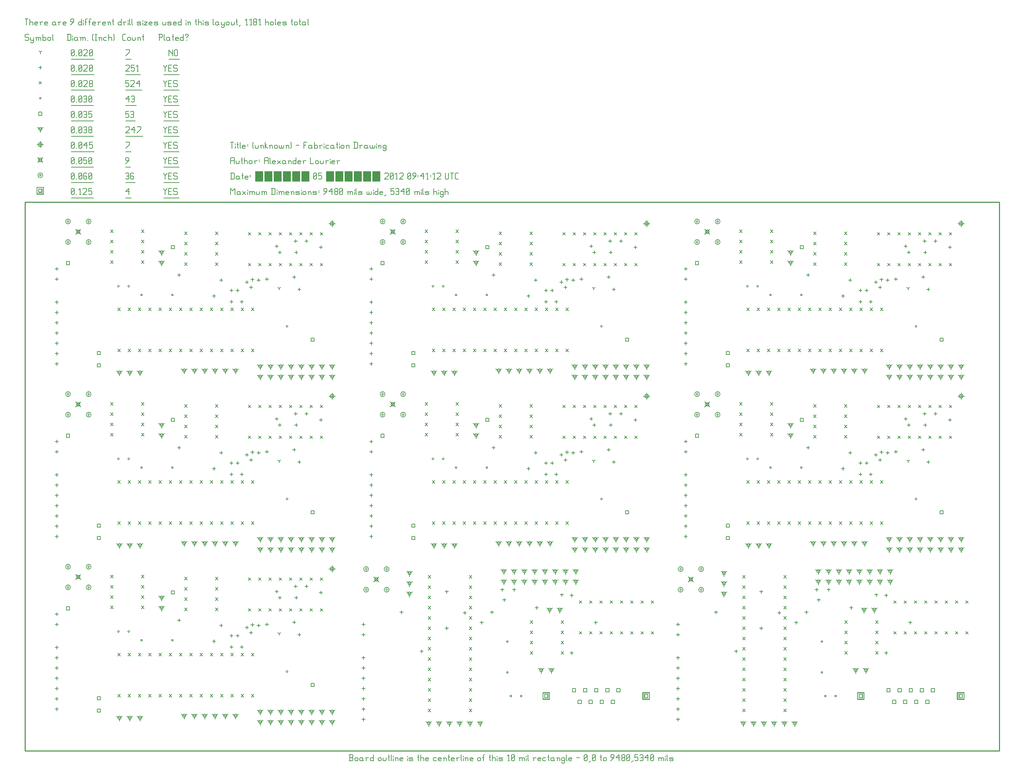
<source format=gbr>
G04 start of page 12 for group -3984 idx -3984 *
G04 Title: (unknown), fab *
G04 Creator: pcb 20091103 *
G04 CreationDate: Чтв 05 Янв 2012 09:41:11 UTC *
G04 For: aml *
G04 Format: Gerber/RS-274X *
G04 PCB-Dimensions: 948000 534000 *
G04 PCB-Coordinate-Origin: lower left *
%MOIN*%
%FSLAX25Y25*%
%LNFAB*%
%ADD11C,0.0200*%
%ADD12C,0.0100*%
%ADD57C,0.0060*%
%ADD58R,0.0080X0.0080*%
G54D58*X811700Y55100D02*X814900D01*
X811700D02*Y51900D01*
X814900D01*
Y55100D02*Y51900D01*
X810100Y56700D02*X816500D01*
X810100D02*Y50300D01*
X816500D01*
Y56700D02*Y50300D01*
X908900Y55100D02*X912100D01*
X908900D02*Y51900D01*
X912100D01*
Y55100D02*Y51900D01*
X907300Y56700D02*X913700D01*
X907300D02*Y50300D01*
X913700D01*
Y56700D02*Y50300D01*
X505700Y55100D02*X508900D01*
X505700D02*Y51900D01*
X508900D01*
Y55100D02*Y51900D01*
X504100Y56700D02*X510500D01*
X504100D02*Y50300D01*
X510500D01*
Y56700D02*Y50300D01*
X602900Y55100D02*X606100D01*
X602900D02*Y51900D01*
X606100D01*
Y55100D02*Y51900D01*
X601300Y56700D02*X607700D01*
X601300D02*Y50300D01*
X607700D01*
Y56700D02*Y50300D01*
X13400Y546850D02*X16600D01*
X13400D02*Y543650D01*
X16600D01*
Y546850D02*Y543650D01*
X11800Y548450D02*X18200D01*
X11800D02*Y542050D01*
X18200D01*
Y548450D02*Y542050D01*
G54D57*X135000Y547500D02*Y546750D01*
X136500Y545250D01*
X138000Y546750D01*
Y547500D02*Y546750D01*
X136500Y545250D02*Y541500D01*
X139801Y544500D02*X142051D01*
X139801Y541500D02*X142801D01*
X139801Y547500D02*Y541500D01*
Y547500D02*X142801D01*
X147603D02*X148353Y546750D01*
X145353Y547500D02*X147603D01*
X144603Y546750D02*X145353Y547500D01*
X144603Y546750D02*Y545250D01*
X145353Y544500D01*
X147603D01*
X148353Y543750D01*
Y542250D01*
X147603Y541500D02*X148353Y542250D01*
X145353Y541500D02*X147603D01*
X144603Y542250D02*X145353Y541500D01*
X135000Y538249D02*X150154D01*
X98000Y544500D02*X101000Y547500D01*
X98000Y544500D02*X101750D01*
X101000Y547500D02*Y541500D01*
X98000Y538249D02*X103551D01*
X45000Y542250D02*X45750Y541500D01*
X45000Y546750D02*Y542250D01*
Y546750D02*X45750Y547500D01*
X47250D01*
X48000Y546750D01*
Y542250D01*
X47250Y541500D02*X48000Y542250D01*
X45750Y541500D02*X47250D01*
X45000Y543000D02*X48000Y546000D01*
X49801Y541500D02*X50551D01*
X53103D02*X54603D01*
X53853Y547500D02*Y541500D01*
X52353Y546000D02*X53853Y547500D01*
X56404Y546750D02*X57154Y547500D01*
X59404D01*
X60154Y546750D01*
Y545250D01*
X56404Y541500D02*X60154Y545250D01*
X56404Y541500D02*X60154D01*
X61956Y547500D02*X64956D01*
X61956D02*Y544500D01*
X62706Y545250D01*
X64206D01*
X64956Y544500D01*
Y542250D01*
X64206Y541500D02*X64956Y542250D01*
X62706Y541500D02*X64206D01*
X61956Y542250D02*X62706Y541500D01*
X45000Y538249D02*X66757D01*
X637200Y177000D02*G75*G03X638800Y177000I800J0D01*G01*
G75*G03X637200Y177000I-800J0D01*G01*
X635600D02*G75*G03X640400Y177000I2400J0D01*G01*
G75*G03X635600Y177000I-2400J0D01*G01*
X657200Y157000D02*G75*G03X658800Y157000I800J0D01*G01*
G75*G03X657200Y157000I-800J0D01*G01*
X655600D02*G75*G03X660400Y157000I2400J0D01*G01*
G75*G03X655600Y157000I-2400J0D01*G01*
X637200D02*G75*G03X638800Y157000I800J0D01*G01*
G75*G03X637200Y157000I-800J0D01*G01*
X635600D02*G75*G03X640400Y157000I2400J0D01*G01*
G75*G03X635600Y157000I-2400J0D01*G01*
X657200Y177000D02*G75*G03X658800Y177000I800J0D01*G01*
G75*G03X657200Y177000I-800J0D01*G01*
X655600D02*G75*G03X660400Y177000I2400J0D01*G01*
G75*G03X655600Y177000I-2400J0D01*G01*
X331200D02*G75*G03X332800Y177000I800J0D01*G01*
G75*G03X331200Y177000I-800J0D01*G01*
X329600D02*G75*G03X334400Y177000I2400J0D01*G01*
G75*G03X329600Y177000I-2400J0D01*G01*
X351200Y157000D02*G75*G03X352800Y157000I800J0D01*G01*
G75*G03X351200Y157000I-800J0D01*G01*
X349600D02*G75*G03X354400Y157000I2400J0D01*G01*
G75*G03X349600Y157000I-2400J0D01*G01*
X331200D02*G75*G03X332800Y157000I800J0D01*G01*
G75*G03X331200Y157000I-800J0D01*G01*
X329600D02*G75*G03X334400Y157000I2400J0D01*G01*
G75*G03X329600Y157000I-2400J0D01*G01*
X351200Y177000D02*G75*G03X352800Y177000I800J0D01*G01*
G75*G03X351200Y177000I-800J0D01*G01*
X349600D02*G75*G03X354400Y177000I2400J0D01*G01*
G75*G03X349600Y177000I-2400J0D01*G01*
X41200Y179300D02*G75*G03X42800Y179300I800J0D01*G01*
G75*G03X41200Y179300I-800J0D01*G01*
X39600D02*G75*G03X44400Y179300I2400J0D01*G01*
G75*G03X39600Y179300I-2400J0D01*G01*
X61200Y159300D02*G75*G03X62800Y159300I800J0D01*G01*
G75*G03X61200Y159300I-800J0D01*G01*
X59600D02*G75*G03X64400Y159300I2400J0D01*G01*
G75*G03X59600Y159300I-2400J0D01*G01*
X41200D02*G75*G03X42800Y159300I800J0D01*G01*
G75*G03X41200Y159300I-800J0D01*G01*
X39600D02*G75*G03X44400Y159300I2400J0D01*G01*
G75*G03X39600Y159300I-2400J0D01*G01*
X61200Y179300D02*G75*G03X62800Y179300I800J0D01*G01*
G75*G03X61200Y179300I-800J0D01*G01*
X59600D02*G75*G03X64400Y179300I2400J0D01*G01*
G75*G03X59600Y179300I-2400J0D01*G01*
X653200Y347300D02*G75*G03X654800Y347300I800J0D01*G01*
G75*G03X653200Y347300I-800J0D01*G01*
X651600D02*G75*G03X656400Y347300I2400J0D01*G01*
G75*G03X651600Y347300I-2400J0D01*G01*
X673200Y327300D02*G75*G03X674800Y327300I800J0D01*G01*
G75*G03X673200Y327300I-800J0D01*G01*
X671600D02*G75*G03X676400Y327300I2400J0D01*G01*
G75*G03X671600Y327300I-2400J0D01*G01*
X653200D02*G75*G03X654800Y327300I800J0D01*G01*
G75*G03X653200Y327300I-800J0D01*G01*
X651600D02*G75*G03X656400Y327300I2400J0D01*G01*
G75*G03X651600Y327300I-2400J0D01*G01*
X673200Y347300D02*G75*G03X674800Y347300I800J0D01*G01*
G75*G03X673200Y347300I-800J0D01*G01*
X671600D02*G75*G03X676400Y347300I2400J0D01*G01*
G75*G03X671600Y347300I-2400J0D01*G01*
X347200D02*G75*G03X348800Y347300I800J0D01*G01*
G75*G03X347200Y347300I-800J0D01*G01*
X345600D02*G75*G03X350400Y347300I2400J0D01*G01*
G75*G03X345600Y347300I-2400J0D01*G01*
X367200Y327300D02*G75*G03X368800Y327300I800J0D01*G01*
G75*G03X367200Y327300I-800J0D01*G01*
X365600D02*G75*G03X370400Y327300I2400J0D01*G01*
G75*G03X365600Y327300I-2400J0D01*G01*
X347200D02*G75*G03X348800Y327300I800J0D01*G01*
G75*G03X347200Y327300I-800J0D01*G01*
X345600D02*G75*G03X350400Y327300I2400J0D01*G01*
G75*G03X345600Y327300I-2400J0D01*G01*
X367200Y347300D02*G75*G03X368800Y347300I800J0D01*G01*
G75*G03X367200Y347300I-800J0D01*G01*
X365600D02*G75*G03X370400Y347300I2400J0D01*G01*
G75*G03X365600Y347300I-2400J0D01*G01*
X41200D02*G75*G03X42800Y347300I800J0D01*G01*
G75*G03X41200Y347300I-800J0D01*G01*
X39600D02*G75*G03X44400Y347300I2400J0D01*G01*
G75*G03X39600Y347300I-2400J0D01*G01*
X61200Y327300D02*G75*G03X62800Y327300I800J0D01*G01*
G75*G03X61200Y327300I-800J0D01*G01*
X59600D02*G75*G03X64400Y327300I2400J0D01*G01*
G75*G03X59600Y327300I-2400J0D01*G01*
X41200D02*G75*G03X42800Y327300I800J0D01*G01*
G75*G03X41200Y327300I-800J0D01*G01*
X39600D02*G75*G03X44400Y327300I2400J0D01*G01*
G75*G03X39600Y327300I-2400J0D01*G01*
X61200Y347300D02*G75*G03X62800Y347300I800J0D01*G01*
G75*G03X61200Y347300I-800J0D01*G01*
X59600D02*G75*G03X64400Y347300I2400J0D01*G01*
G75*G03X59600Y347300I-2400J0D01*G01*
X653200Y515300D02*G75*G03X654800Y515300I800J0D01*G01*
G75*G03X653200Y515300I-800J0D01*G01*
X651600D02*G75*G03X656400Y515300I2400J0D01*G01*
G75*G03X651600Y515300I-2400J0D01*G01*
X673200Y495300D02*G75*G03X674800Y495300I800J0D01*G01*
G75*G03X673200Y495300I-800J0D01*G01*
X671600D02*G75*G03X676400Y495300I2400J0D01*G01*
G75*G03X671600Y495300I-2400J0D01*G01*
X653200D02*G75*G03X654800Y495300I800J0D01*G01*
G75*G03X653200Y495300I-800J0D01*G01*
X651600D02*G75*G03X656400Y495300I2400J0D01*G01*
G75*G03X651600Y495300I-2400J0D01*G01*
X673200Y515300D02*G75*G03X674800Y515300I800J0D01*G01*
G75*G03X673200Y515300I-800J0D01*G01*
X671600D02*G75*G03X676400Y515300I2400J0D01*G01*
G75*G03X671600Y515300I-2400J0D01*G01*
X347200D02*G75*G03X348800Y515300I800J0D01*G01*
G75*G03X347200Y515300I-800J0D01*G01*
X345600D02*G75*G03X350400Y515300I2400J0D01*G01*
G75*G03X345600Y515300I-2400J0D01*G01*
X367200Y495300D02*G75*G03X368800Y495300I800J0D01*G01*
G75*G03X367200Y495300I-800J0D01*G01*
X365600D02*G75*G03X370400Y495300I2400J0D01*G01*
G75*G03X365600Y495300I-2400J0D01*G01*
X347200D02*G75*G03X348800Y495300I800J0D01*G01*
G75*G03X347200Y495300I-800J0D01*G01*
X345600D02*G75*G03X350400Y495300I2400J0D01*G01*
G75*G03X345600Y495300I-2400J0D01*G01*
X367200Y515300D02*G75*G03X368800Y515300I800J0D01*G01*
G75*G03X367200Y515300I-800J0D01*G01*
X365600D02*G75*G03X370400Y515300I2400J0D01*G01*
G75*G03X365600Y515300I-2400J0D01*G01*
X41200D02*G75*G03X42800Y515300I800J0D01*G01*
G75*G03X41200Y515300I-800J0D01*G01*
X39600D02*G75*G03X44400Y515300I2400J0D01*G01*
G75*G03X39600Y515300I-2400J0D01*G01*
X61200Y495300D02*G75*G03X62800Y495300I800J0D01*G01*
G75*G03X61200Y495300I-800J0D01*G01*
X59600D02*G75*G03X64400Y495300I2400J0D01*G01*
G75*G03X59600Y495300I-2400J0D01*G01*
X41200D02*G75*G03X42800Y495300I800J0D01*G01*
G75*G03X41200Y495300I-800J0D01*G01*
X39600D02*G75*G03X44400Y495300I2400J0D01*G01*
G75*G03X39600Y495300I-2400J0D01*G01*
X61200Y515300D02*G75*G03X62800Y515300I800J0D01*G01*
G75*G03X61200Y515300I-800J0D01*G01*
X59600D02*G75*G03X64400Y515300I2400J0D01*G01*
G75*G03X59600Y515300I-2400J0D01*G01*
X14200Y560250D02*G75*G03X15800Y560250I800J0D01*G01*
G75*G03X14200Y560250I-800J0D01*G01*
X12600D02*G75*G03X17400Y560250I2400J0D01*G01*
G75*G03X12600Y560250I-2400J0D01*G01*
X135000Y562500D02*Y561750D01*
X136500Y560250D01*
X138000Y561750D01*
Y562500D02*Y561750D01*
X136500Y560250D02*Y556500D01*
X139801Y559500D02*X142051D01*
X139801Y556500D02*X142801D01*
X139801Y562500D02*Y556500D01*
Y562500D02*X142801D01*
X147603D02*X148353Y561750D01*
X145353Y562500D02*X147603D01*
X144603Y561750D02*X145353Y562500D01*
X144603Y561750D02*Y560250D01*
X145353Y559500D01*
X147603D01*
X148353Y558750D01*
Y557250D01*
X147603Y556500D02*X148353Y557250D01*
X145353Y556500D02*X147603D01*
X144603Y557250D02*X145353Y556500D01*
X135000Y553249D02*X150154D01*
X98000Y561750D02*X98750Y562500D01*
X100250D01*
X101000Y561750D01*
Y557250D01*
X100250Y556500D02*X101000Y557250D01*
X98750Y556500D02*X100250D01*
X98000Y557250D02*X98750Y556500D01*
Y559500D02*X101000D01*
X105051Y562500D02*X105801Y561750D01*
X103551Y562500D02*X105051D01*
X102801Y561750D02*X103551Y562500D01*
X102801Y561750D02*Y557250D01*
X103551Y556500D01*
X105051Y559500D02*X105801Y558750D01*
X102801Y559500D02*X105051D01*
X103551Y556500D02*X105051D01*
X105801Y557250D01*
Y558750D02*Y557250D01*
X98000Y553249D02*X107603D01*
X45000Y557250D02*X45750Y556500D01*
X45000Y561750D02*Y557250D01*
Y561750D02*X45750Y562500D01*
X47250D01*
X48000Y561750D01*
Y557250D01*
X47250Y556500D02*X48000Y557250D01*
X45750Y556500D02*X47250D01*
X45000Y558000D02*X48000Y561000D01*
X49801Y556500D02*X50551D01*
X52353Y557250D02*X53103Y556500D01*
X52353Y561750D02*Y557250D01*
Y561750D02*X53103Y562500D01*
X54603D01*
X55353Y561750D01*
Y557250D01*
X54603Y556500D02*X55353Y557250D01*
X53103Y556500D02*X54603D01*
X52353Y558000D02*X55353Y561000D01*
X59404Y562500D02*X60154Y561750D01*
X57904Y562500D02*X59404D01*
X57154Y561750D02*X57904Y562500D01*
X57154Y561750D02*Y557250D01*
X57904Y556500D01*
X59404Y559500D02*X60154Y558750D01*
X57154Y559500D02*X59404D01*
X57904Y556500D02*X59404D01*
X60154Y557250D01*
Y558750D02*Y557250D01*
X61956D02*X62706Y556500D01*
X61956Y561750D02*Y557250D01*
Y561750D02*X62706Y562500D01*
X64206D01*
X64956Y561750D01*
Y557250D01*
X64206Y556500D02*X64956Y557250D01*
X62706Y556500D02*X64206D01*
X61956Y558000D02*X64956Y561000D01*
X45000Y553249D02*X66757D01*
X645600Y169400D02*X650400Y164600D01*
X645600D02*X650400Y169400D01*
X646400Y168600D02*X649600D01*
X646400D02*Y165400D01*
X649600D01*
Y168600D02*Y165400D01*
X339600Y169400D02*X344400Y164600D01*
X339600D02*X344400Y169400D01*
X340400Y168600D02*X343600D01*
X340400D02*Y165400D01*
X343600D01*
Y168600D02*Y165400D01*
X49600Y171700D02*X54400Y166900D01*
X49600D02*X54400Y171700D01*
X50400Y170900D02*X53600D01*
X50400D02*Y167700D01*
X53600D01*
Y170900D02*Y167700D01*
X661600Y339700D02*X666400Y334900D01*
X661600D02*X666400Y339700D01*
X662400Y338900D02*X665600D01*
X662400D02*Y335700D01*
X665600D01*
Y338900D02*Y335700D01*
X355600Y339700D02*X360400Y334900D01*
X355600D02*X360400Y339700D01*
X356400Y338900D02*X359600D01*
X356400D02*Y335700D01*
X359600D01*
Y338900D02*Y335700D01*
X49600Y339700D02*X54400Y334900D01*
X49600D02*X54400Y339700D01*
X50400Y338900D02*X53600D01*
X50400D02*Y335700D01*
X53600D01*
Y338900D02*Y335700D01*
X661600Y507700D02*X666400Y502900D01*
X661600D02*X666400Y507700D01*
X662400Y506900D02*X665600D01*
X662400D02*Y503700D01*
X665600D01*
Y506900D02*Y503700D01*
X355600Y507700D02*X360400Y502900D01*
X355600D02*X360400Y507700D01*
X356400Y506900D02*X359600D01*
X356400D02*Y503700D01*
X359600D01*
Y506900D02*Y503700D01*
X49600Y507700D02*X54400Y502900D01*
X49600D02*X54400Y507700D01*
X50400Y506900D02*X53600D01*
X50400D02*Y503700D01*
X53600D01*
Y506900D02*Y503700D01*
X12600Y577650D02*X17400Y572850D01*
X12600D02*X17400Y577650D01*
X13400Y576850D02*X16600D01*
X13400D02*Y573650D01*
X16600D01*
Y576850D02*Y573650D01*
X135000Y577500D02*Y576750D01*
X136500Y575250D01*
X138000Y576750D01*
Y577500D02*Y576750D01*
X136500Y575250D02*Y571500D01*
X139801Y574500D02*X142051D01*
X139801Y571500D02*X142801D01*
X139801Y577500D02*Y571500D01*
Y577500D02*X142801D01*
X147603D02*X148353Y576750D01*
X145353Y577500D02*X147603D01*
X144603Y576750D02*X145353Y577500D01*
X144603Y576750D02*Y575250D01*
X145353Y574500D01*
X147603D01*
X148353Y573750D01*
Y572250D01*
X147603Y571500D02*X148353Y572250D01*
X145353Y571500D02*X147603D01*
X144603Y572250D02*X145353Y571500D01*
X135000Y568249D02*X150154D01*
X98000Y571500D02*X101000Y574500D01*
Y576750D02*Y574500D01*
X100250Y577500D02*X101000Y576750D01*
X98750Y577500D02*X100250D01*
X98000Y576750D02*X98750Y577500D01*
X98000Y576750D02*Y575250D01*
X98750Y574500D01*
X101000D01*
X98000Y568249D02*X102801D01*
X45000Y572250D02*X45750Y571500D01*
X45000Y576750D02*Y572250D01*
Y576750D02*X45750Y577500D01*
X47250D01*
X48000Y576750D01*
Y572250D01*
X47250Y571500D02*X48000Y572250D01*
X45750Y571500D02*X47250D01*
X45000Y573000D02*X48000Y576000D01*
X49801Y571500D02*X50551D01*
X52353Y572250D02*X53103Y571500D01*
X52353Y576750D02*Y572250D01*
Y576750D02*X53103Y577500D01*
X54603D01*
X55353Y576750D01*
Y572250D01*
X54603Y571500D02*X55353Y572250D01*
X53103Y571500D02*X54603D01*
X52353Y573000D02*X55353Y576000D01*
X57154Y577500D02*X60154D01*
X57154D02*Y574500D01*
X57904Y575250D01*
X59404D01*
X60154Y574500D01*
Y572250D01*
X59404Y571500D02*X60154Y572250D01*
X57904Y571500D02*X59404D01*
X57154Y572250D02*X57904Y571500D01*
X61956Y572250D02*X62706Y571500D01*
X61956Y576750D02*Y572250D01*
Y576750D02*X62706Y577500D01*
X64206D01*
X64956Y576750D01*
Y572250D01*
X64206Y571500D02*X64956Y572250D01*
X62706Y571500D02*X64206D01*
X61956Y573000D02*X64956Y576000D01*
X45000Y568249D02*X66757D01*
X299000Y516500D02*Y510100D01*
X295800Y513300D02*X302200D01*
X297400Y514900D02*X300600D01*
X297400D02*Y511700D01*
X300600D01*
Y514900D02*Y511700D01*
X605000Y516500D02*Y510100D01*
X601800Y513300D02*X608200D01*
X603400Y514900D02*X606600D01*
X603400D02*Y511700D01*
X606600D01*
Y514900D02*Y511700D01*
X911000Y516500D02*Y510100D01*
X907800Y513300D02*X914200D01*
X909400Y514900D02*X912600D01*
X909400D02*Y511700D01*
X912600D01*
Y514900D02*Y511700D01*
X299000Y348500D02*Y342100D01*
X295800Y345300D02*X302200D01*
X297400Y346900D02*X300600D01*
X297400D02*Y343700D01*
X300600D01*
Y346900D02*Y343700D01*
X605000Y348500D02*Y342100D01*
X601800Y345300D02*X608200D01*
X603400Y346900D02*X606600D01*
X603400D02*Y343700D01*
X606600D01*
Y346900D02*Y343700D01*
X911000Y348500D02*Y342100D01*
X907800Y345300D02*X914200D01*
X909400Y346900D02*X912600D01*
X909400D02*Y343700D01*
X912600D01*
Y346900D02*Y343700D01*
X299000Y180500D02*Y174100D01*
X295800Y177300D02*X302200D01*
X297400Y178900D02*X300600D01*
X297400D02*Y175700D01*
X300600D01*
Y178900D02*Y175700D01*
X15000Y593450D02*Y587050D01*
X11800Y590250D02*X18200D01*
X13400Y591850D02*X16600D01*
X13400D02*Y588650D01*
X16600D01*
Y591850D02*Y588650D01*
X135000Y592500D02*Y591750D01*
X136500Y590250D01*
X138000Y591750D01*
Y592500D02*Y591750D01*
X136500Y590250D02*Y586500D01*
X139801Y589500D02*X142051D01*
X139801Y586500D02*X142801D01*
X139801Y592500D02*Y586500D01*
Y592500D02*X142801D01*
X147603D02*X148353Y591750D01*
X145353Y592500D02*X147603D01*
X144603Y591750D02*X145353Y592500D01*
X144603Y591750D02*Y590250D01*
X145353Y589500D01*
X147603D01*
X148353Y588750D01*
Y587250D01*
X147603Y586500D02*X148353Y587250D01*
X145353Y586500D02*X147603D01*
X144603Y587250D02*X145353Y586500D01*
X135000Y583249D02*X150154D01*
X98000Y586500D02*X101750Y590250D01*
Y592500D02*Y590250D01*
X98000Y592500D02*X101750D01*
X98000Y583249D02*X103551D01*
X45000Y587250D02*X45750Y586500D01*
X45000Y591750D02*Y587250D01*
Y591750D02*X45750Y592500D01*
X47250D01*
X48000Y591750D01*
Y587250D01*
X47250Y586500D02*X48000Y587250D01*
X45750Y586500D02*X47250D01*
X45000Y588000D02*X48000Y591000D01*
X49801Y586500D02*X50551D01*
X52353Y587250D02*X53103Y586500D01*
X52353Y591750D02*Y587250D01*
Y591750D02*X53103Y592500D01*
X54603D01*
X55353Y591750D01*
Y587250D01*
X54603Y586500D02*X55353Y587250D01*
X53103Y586500D02*X54603D01*
X52353Y588000D02*X55353Y591000D01*
X57154Y589500D02*X60154Y592500D01*
X57154Y589500D02*X60904D01*
X60154Y592500D02*Y586500D01*
X62706Y592500D02*X65706D01*
X62706D02*Y589500D01*
X63456Y590250D01*
X64956D01*
X65706Y589500D01*
Y587250D01*
X64956Y586500D02*X65706Y587250D01*
X63456Y586500D02*X64956D01*
X62706Y587250D02*X63456Y586500D01*
X45000Y583249D02*X67507D01*
X749000Y27000D02*Y23800D01*
Y27000D02*X751773Y28600D01*
X749000Y27000D02*X746227Y28600D01*
X747400Y27000D02*G75*G03X750600Y27000I1600J0D01*G01*
G75*G03X747400Y27000I-1600J0D01*G01*
X739000D02*Y23800D01*
Y27000D02*X741773Y28600D01*
X739000Y27000D02*X736227Y28600D01*
X737400Y27000D02*G75*G03X740600Y27000I1600J0D01*G01*
G75*G03X737400Y27000I-1600J0D01*G01*
X729000D02*Y23800D01*
Y27000D02*X731773Y28600D01*
X729000Y27000D02*X726227Y28600D01*
X727400Y27000D02*G75*G03X730600Y27000I1600J0D01*G01*
G75*G03X727400Y27000I-1600J0D01*G01*
X719000D02*Y23800D01*
Y27000D02*X721773Y28600D01*
X719000Y27000D02*X716227Y28600D01*
X717400Y27000D02*G75*G03X720600Y27000I1600J0D01*G01*
G75*G03X717400Y27000I-1600J0D01*G01*
X709000D02*Y23800D01*
Y27000D02*X711773Y28600D01*
X709000Y27000D02*X706227Y28600D01*
X707400Y27000D02*G75*G03X710600Y27000I1600J0D01*G01*
G75*G03X707400Y27000I-1600J0D01*G01*
X699000D02*Y23800D01*
Y27000D02*X701773Y28600D01*
X699000Y27000D02*X696227Y28600D01*
X697400Y27000D02*G75*G03X700600Y27000I1600J0D01*G01*
G75*G03X697400Y27000I-1600J0D01*G01*
X680190Y173190D02*Y169990D01*
Y173190D02*X682963Y174790D01*
X680190Y173190D02*X677417Y174790D01*
X678590Y173190D02*G75*G03X681790Y173190I1600J0D01*G01*
G75*G03X678590Y173190I-1600J0D01*G01*
X680190Y163190D02*Y159990D01*
Y163190D02*X682963Y164790D01*
X680190Y163190D02*X677417Y164790D01*
X678590Y163190D02*G75*G03X681790Y163190I1600J0D01*G01*
G75*G03X678590Y163190I-1600J0D01*G01*
X680190Y153190D02*Y149990D01*
Y153190D02*X682963Y154790D01*
X680190Y153190D02*X677417Y154790D01*
X678590Y153190D02*G75*G03X681790Y153190I1600J0D01*G01*
G75*G03X678590Y153190I-1600J0D01*G01*
X842000Y165000D02*Y161800D01*
Y165000D02*X844773Y166600D01*
X842000Y165000D02*X839227Y166600D01*
X840400Y165000D02*G75*G03X843600Y165000I1600J0D01*G01*
G75*G03X840400Y165000I-1600J0D01*G01*
X842000Y175000D02*Y171800D01*
Y175000D02*X844773Y176600D01*
X842000Y175000D02*X839227Y176600D01*
X840400Y175000D02*G75*G03X843600Y175000I1600J0D01*G01*
G75*G03X840400Y175000I-1600J0D01*G01*
X832000Y165000D02*Y161800D01*
Y165000D02*X834773Y166600D01*
X832000Y165000D02*X829227Y166600D01*
X830400Y165000D02*G75*G03X833600Y165000I1600J0D01*G01*
G75*G03X830400Y165000I-1600J0D01*G01*
X832000Y175000D02*Y171800D01*
Y175000D02*X834773Y176600D01*
X832000Y175000D02*X829227Y176600D01*
X830400Y175000D02*G75*G03X833600Y175000I1600J0D01*G01*
G75*G03X830400Y175000I-1600J0D01*G01*
X822000Y165000D02*Y161800D01*
Y165000D02*X824773Y166600D01*
X822000Y165000D02*X819227Y166600D01*
X820400Y165000D02*G75*G03X823600Y165000I1600J0D01*G01*
G75*G03X820400Y165000I-1600J0D01*G01*
X822000Y175000D02*Y171800D01*
Y175000D02*X824773Y176600D01*
X822000Y175000D02*X819227Y176600D01*
X820400Y175000D02*G75*G03X823600Y175000I1600J0D01*G01*
G75*G03X820400Y175000I-1600J0D01*G01*
X812000Y165000D02*Y161800D01*
Y165000D02*X814773Y166600D01*
X812000Y165000D02*X809227Y166600D01*
X810400Y165000D02*G75*G03X813600Y165000I1600J0D01*G01*
G75*G03X810400Y165000I-1600J0D01*G01*
X812000Y175000D02*Y171800D01*
Y175000D02*X814773Y176600D01*
X812000Y175000D02*X809227Y176600D01*
X810400Y175000D02*G75*G03X813600Y175000I1600J0D01*G01*
G75*G03X810400Y175000I-1600J0D01*G01*
X802000Y165000D02*Y161800D01*
Y165000D02*X804773Y166600D01*
X802000Y165000D02*X799227Y166600D01*
X800400Y165000D02*G75*G03X803600Y165000I1600J0D01*G01*
G75*G03X800400Y165000I-1600J0D01*G01*
X802000Y175000D02*Y171800D01*
Y175000D02*X804773Y176600D01*
X802000Y175000D02*X799227Y176600D01*
X800400Y175000D02*G75*G03X803600Y175000I1600J0D01*G01*
G75*G03X800400Y175000I-1600J0D01*G01*
X792000Y165000D02*Y161800D01*
Y165000D02*X794773Y166600D01*
X792000Y165000D02*X789227Y166600D01*
X790400Y165000D02*G75*G03X793600Y165000I1600J0D01*G01*
G75*G03X790400Y165000I-1600J0D01*G01*
X792000Y175000D02*Y171800D01*
Y175000D02*X794773Y176600D01*
X792000Y175000D02*X789227Y176600D01*
X790400Y175000D02*G75*G03X793600Y175000I1600J0D01*G01*
G75*G03X790400Y175000I-1600J0D01*G01*
X782000Y165000D02*Y161800D01*
Y165000D02*X784773Y166600D01*
X782000Y165000D02*X779227Y166600D01*
X780400Y165000D02*G75*G03X783600Y165000I1600J0D01*G01*
G75*G03X780400Y165000I-1600J0D01*G01*
X782000Y175000D02*Y171800D01*
Y175000D02*X784773Y176600D01*
X782000Y175000D02*X779227Y176600D01*
X780400Y175000D02*G75*G03X783600Y175000I1600J0D01*G01*
G75*G03X780400Y175000I-1600J0D01*G01*
X772000Y165000D02*Y161800D01*
Y165000D02*X774773Y166600D01*
X772000Y165000D02*X769227Y166600D01*
X770400Y165000D02*G75*G03X773600Y165000I1600J0D01*G01*
G75*G03X770400Y165000I-1600J0D01*G01*
X772000Y175000D02*Y171800D01*
Y175000D02*X774773Y176600D01*
X772000Y175000D02*X769227Y176600D01*
X770400Y175000D02*G75*G03X773600Y175000I1600J0D01*G01*
G75*G03X770400Y175000I-1600J0D01*G01*
X826500Y137500D02*Y134300D01*
Y137500D02*X829273Y139100D01*
X826500Y137500D02*X823727Y139100D01*
X824900Y137500D02*G75*G03X828100Y137500I1600J0D01*G01*
G75*G03X824900Y137500I-1600J0D01*G01*
X816500D02*Y134300D01*
Y137500D02*X819273Y139100D01*
X816500Y137500D02*X813727Y139100D01*
X814900Y137500D02*G75*G03X818100Y137500I1600J0D01*G01*
G75*G03X814900Y137500I-1600J0D01*G01*
X808319Y78733D02*Y75533D01*
Y78733D02*X811092Y80333D01*
X808319Y78733D02*X805546Y80333D01*
X806719Y78733D02*G75*G03X809919Y78733I1600J0D01*G01*
G75*G03X806719Y78733I-1600J0D01*G01*
X818319D02*Y75533D01*
Y78733D02*X821092Y80333D01*
X818319Y78733D02*X815546Y80333D01*
X816719Y78733D02*G75*G03X819919Y78733I1600J0D01*G01*
G75*G03X816719Y78733I-1600J0D01*G01*
X443000Y27000D02*Y23800D01*
Y27000D02*X445773Y28600D01*
X443000Y27000D02*X440227Y28600D01*
X441400Y27000D02*G75*G03X444600Y27000I1600J0D01*G01*
G75*G03X441400Y27000I-1600J0D01*G01*
X433000D02*Y23800D01*
Y27000D02*X435773Y28600D01*
X433000Y27000D02*X430227Y28600D01*
X431400Y27000D02*G75*G03X434600Y27000I1600J0D01*G01*
G75*G03X431400Y27000I-1600J0D01*G01*
X423000D02*Y23800D01*
Y27000D02*X425773Y28600D01*
X423000Y27000D02*X420227Y28600D01*
X421400Y27000D02*G75*G03X424600Y27000I1600J0D01*G01*
G75*G03X421400Y27000I-1600J0D01*G01*
X413000D02*Y23800D01*
Y27000D02*X415773Y28600D01*
X413000Y27000D02*X410227Y28600D01*
X411400Y27000D02*G75*G03X414600Y27000I1600J0D01*G01*
G75*G03X411400Y27000I-1600J0D01*G01*
X403000D02*Y23800D01*
Y27000D02*X405773Y28600D01*
X403000Y27000D02*X400227Y28600D01*
X401400Y27000D02*G75*G03X404600Y27000I1600J0D01*G01*
G75*G03X401400Y27000I-1600J0D01*G01*
X393000D02*Y23800D01*
Y27000D02*X395773Y28600D01*
X393000Y27000D02*X390227Y28600D01*
X391400Y27000D02*G75*G03X394600Y27000I1600J0D01*G01*
G75*G03X391400Y27000I-1600J0D01*G01*
X374190Y173190D02*Y169990D01*
Y173190D02*X376963Y174790D01*
X374190Y173190D02*X371417Y174790D01*
X372590Y173190D02*G75*G03X375790Y173190I1600J0D01*G01*
G75*G03X372590Y173190I-1600J0D01*G01*
X374190Y163190D02*Y159990D01*
Y163190D02*X376963Y164790D01*
X374190Y163190D02*X371417Y164790D01*
X372590Y163190D02*G75*G03X375790Y163190I1600J0D01*G01*
G75*G03X372590Y163190I-1600J0D01*G01*
X374190Y153190D02*Y149990D01*
Y153190D02*X376963Y154790D01*
X374190Y153190D02*X371417Y154790D01*
X372590Y153190D02*G75*G03X375790Y153190I1600J0D01*G01*
G75*G03X372590Y153190I-1600J0D01*G01*
X536000Y165000D02*Y161800D01*
Y165000D02*X538773Y166600D01*
X536000Y165000D02*X533227Y166600D01*
X534400Y165000D02*G75*G03X537600Y165000I1600J0D01*G01*
G75*G03X534400Y165000I-1600J0D01*G01*
X536000Y175000D02*Y171800D01*
Y175000D02*X538773Y176600D01*
X536000Y175000D02*X533227Y176600D01*
X534400Y175000D02*G75*G03X537600Y175000I1600J0D01*G01*
G75*G03X534400Y175000I-1600J0D01*G01*
X526000Y165000D02*Y161800D01*
Y165000D02*X528773Y166600D01*
X526000Y165000D02*X523227Y166600D01*
X524400Y165000D02*G75*G03X527600Y165000I1600J0D01*G01*
G75*G03X524400Y165000I-1600J0D01*G01*
X526000Y175000D02*Y171800D01*
Y175000D02*X528773Y176600D01*
X526000Y175000D02*X523227Y176600D01*
X524400Y175000D02*G75*G03X527600Y175000I1600J0D01*G01*
G75*G03X524400Y175000I-1600J0D01*G01*
X516000Y165000D02*Y161800D01*
Y165000D02*X518773Y166600D01*
X516000Y165000D02*X513227Y166600D01*
X514400Y165000D02*G75*G03X517600Y165000I1600J0D01*G01*
G75*G03X514400Y165000I-1600J0D01*G01*
X516000Y175000D02*Y171800D01*
Y175000D02*X518773Y176600D01*
X516000Y175000D02*X513227Y176600D01*
X514400Y175000D02*G75*G03X517600Y175000I1600J0D01*G01*
G75*G03X514400Y175000I-1600J0D01*G01*
X506000Y165000D02*Y161800D01*
Y165000D02*X508773Y166600D01*
X506000Y165000D02*X503227Y166600D01*
X504400Y165000D02*G75*G03X507600Y165000I1600J0D01*G01*
G75*G03X504400Y165000I-1600J0D01*G01*
X506000Y175000D02*Y171800D01*
Y175000D02*X508773Y176600D01*
X506000Y175000D02*X503227Y176600D01*
X504400Y175000D02*G75*G03X507600Y175000I1600J0D01*G01*
G75*G03X504400Y175000I-1600J0D01*G01*
X496000Y165000D02*Y161800D01*
Y165000D02*X498773Y166600D01*
X496000Y165000D02*X493227Y166600D01*
X494400Y165000D02*G75*G03X497600Y165000I1600J0D01*G01*
G75*G03X494400Y165000I-1600J0D01*G01*
X496000Y175000D02*Y171800D01*
Y175000D02*X498773Y176600D01*
X496000Y175000D02*X493227Y176600D01*
X494400Y175000D02*G75*G03X497600Y175000I1600J0D01*G01*
G75*G03X494400Y175000I-1600J0D01*G01*
X486000Y165000D02*Y161800D01*
Y165000D02*X488773Y166600D01*
X486000Y165000D02*X483227Y166600D01*
X484400Y165000D02*G75*G03X487600Y165000I1600J0D01*G01*
G75*G03X484400Y165000I-1600J0D01*G01*
X486000Y175000D02*Y171800D01*
Y175000D02*X488773Y176600D01*
X486000Y175000D02*X483227Y176600D01*
X484400Y175000D02*G75*G03X487600Y175000I1600J0D01*G01*
G75*G03X484400Y175000I-1600J0D01*G01*
X476000Y165000D02*Y161800D01*
Y165000D02*X478773Y166600D01*
X476000Y165000D02*X473227Y166600D01*
X474400Y165000D02*G75*G03X477600Y165000I1600J0D01*G01*
G75*G03X474400Y165000I-1600J0D01*G01*
X476000Y175000D02*Y171800D01*
Y175000D02*X478773Y176600D01*
X476000Y175000D02*X473227Y176600D01*
X474400Y175000D02*G75*G03X477600Y175000I1600J0D01*G01*
G75*G03X474400Y175000I-1600J0D01*G01*
X466000Y165000D02*Y161800D01*
Y165000D02*X468773Y166600D01*
X466000Y165000D02*X463227Y166600D01*
X464400Y165000D02*G75*G03X467600Y165000I1600J0D01*G01*
G75*G03X464400Y165000I-1600J0D01*G01*
X466000Y175000D02*Y171800D01*
Y175000D02*X468773Y176600D01*
X466000Y175000D02*X463227Y176600D01*
X464400Y175000D02*G75*G03X467600Y175000I1600J0D01*G01*
G75*G03X464400Y175000I-1600J0D01*G01*
X520500Y137500D02*Y134300D01*
Y137500D02*X523273Y139100D01*
X520500Y137500D02*X517727Y139100D01*
X518900Y137500D02*G75*G03X522100Y137500I1600J0D01*G01*
G75*G03X518900Y137500I-1600J0D01*G01*
X510500D02*Y134300D01*
Y137500D02*X513273Y139100D01*
X510500Y137500D02*X507727Y139100D01*
X508900Y137500D02*G75*G03X512100Y137500I1600J0D01*G01*
G75*G03X508900Y137500I-1600J0D01*G01*
X502319Y78733D02*Y75533D01*
Y78733D02*X505092Y80333D01*
X502319Y78733D02*X499546Y80333D01*
X500719Y78733D02*G75*G03X503919Y78733I1600J0D01*G01*
G75*G03X500719Y78733I-1600J0D01*G01*
X512319D02*Y75533D01*
Y78733D02*X515092Y80333D01*
X512319Y78733D02*X509546Y80333D01*
X510719Y78733D02*G75*G03X513919Y78733I1600J0D01*G01*
G75*G03X510719Y78733I-1600J0D01*G01*
X133000Y149300D02*Y146100D01*
Y149300D02*X135773Y150900D01*
X133000Y149300D02*X130227Y150900D01*
X131400Y149300D02*G75*G03X134600Y149300I1600J0D01*G01*
G75*G03X131400Y149300I-1600J0D01*G01*
X133000Y139300D02*Y136100D01*
Y139300D02*X135773Y140900D01*
X133000Y139300D02*X130227Y140900D01*
X131400Y139300D02*G75*G03X134600Y139300I1600J0D01*G01*
G75*G03X131400Y139300I-1600J0D01*G01*
X205000Y34300D02*Y31100D01*
Y34300D02*X207773Y35900D01*
X205000Y34300D02*X202227Y35900D01*
X203400Y34300D02*G75*G03X206600Y34300I1600J0D01*G01*
G75*G03X203400Y34300I-1600J0D01*G01*
X195000D02*Y31100D01*
Y34300D02*X197773Y35900D01*
X195000Y34300D02*X192227Y35900D01*
X193400Y34300D02*G75*G03X196600Y34300I1600J0D01*G01*
G75*G03X193400Y34300I-1600J0D01*G01*
X185000D02*Y31100D01*
Y34300D02*X187773Y35900D01*
X185000Y34300D02*X182227Y35900D01*
X183400Y34300D02*G75*G03X186600Y34300I1600J0D01*G01*
G75*G03X183400Y34300I-1600J0D01*G01*
X175000D02*Y31100D01*
Y34300D02*X177773Y35900D01*
X175000Y34300D02*X172227Y35900D01*
X173400Y34300D02*G75*G03X176600Y34300I1600J0D01*G01*
G75*G03X173400Y34300I-1600J0D01*G01*
X165000D02*Y31100D01*
Y34300D02*X167773Y35900D01*
X165000Y34300D02*X162227Y35900D01*
X163400Y34300D02*G75*G03X166600Y34300I1600J0D01*G01*
G75*G03X163400Y34300I-1600J0D01*G01*
X155000D02*Y31100D01*
Y34300D02*X157773Y35900D01*
X155000Y34300D02*X152227Y35900D01*
X153400Y34300D02*G75*G03X156600Y34300I1600J0D01*G01*
G75*G03X153400Y34300I-1600J0D01*G01*
X229000Y38300D02*Y35100D01*
Y38300D02*X231773Y39900D01*
X229000Y38300D02*X226227Y39900D01*
X227400Y38300D02*G75*G03X230600Y38300I1600J0D01*G01*
G75*G03X227400Y38300I-1600J0D01*G01*
X229000Y28300D02*Y25100D01*
Y28300D02*X231773Y29900D01*
X229000Y28300D02*X226227Y29900D01*
X227400Y28300D02*G75*G03X230600Y28300I1600J0D01*G01*
G75*G03X227400Y28300I-1600J0D01*G01*
X239000Y38300D02*Y35100D01*
Y38300D02*X241773Y39900D01*
X239000Y38300D02*X236227Y39900D01*
X237400Y38300D02*G75*G03X240600Y38300I1600J0D01*G01*
G75*G03X237400Y38300I-1600J0D01*G01*
X239000Y28300D02*Y25100D01*
Y28300D02*X241773Y29900D01*
X239000Y28300D02*X236227Y29900D01*
X237400Y28300D02*G75*G03X240600Y28300I1600J0D01*G01*
G75*G03X237400Y28300I-1600J0D01*G01*
X249000Y38300D02*Y35100D01*
Y38300D02*X251773Y39900D01*
X249000Y38300D02*X246227Y39900D01*
X247400Y38300D02*G75*G03X250600Y38300I1600J0D01*G01*
G75*G03X247400Y38300I-1600J0D01*G01*
X249000Y28300D02*Y25100D01*
Y28300D02*X251773Y29900D01*
X249000Y28300D02*X246227Y29900D01*
X247400Y28300D02*G75*G03X250600Y28300I1600J0D01*G01*
G75*G03X247400Y28300I-1600J0D01*G01*
X259000Y38300D02*Y35100D01*
Y38300D02*X261773Y39900D01*
X259000Y38300D02*X256227Y39900D01*
X257400Y38300D02*G75*G03X260600Y38300I1600J0D01*G01*
G75*G03X257400Y38300I-1600J0D01*G01*
X259000Y28300D02*Y25100D01*
Y28300D02*X261773Y29900D01*
X259000Y28300D02*X256227Y29900D01*
X257400Y28300D02*G75*G03X260600Y28300I1600J0D01*G01*
G75*G03X257400Y28300I-1600J0D01*G01*
X269000Y38300D02*Y35100D01*
Y38300D02*X271773Y39900D01*
X269000Y38300D02*X266227Y39900D01*
X267400Y38300D02*G75*G03X270600Y38300I1600J0D01*G01*
G75*G03X267400Y38300I-1600J0D01*G01*
X269000Y28300D02*Y25100D01*
Y28300D02*X271773Y29900D01*
X269000Y28300D02*X266227Y29900D01*
X267400Y28300D02*G75*G03X270600Y28300I1600J0D01*G01*
G75*G03X267400Y28300I-1600J0D01*G01*
X279000Y38300D02*Y35100D01*
Y38300D02*X281773Y39900D01*
X279000Y38300D02*X276227Y39900D01*
X277400Y38300D02*G75*G03X280600Y38300I1600J0D01*G01*
G75*G03X277400Y38300I-1600J0D01*G01*
X279000Y28300D02*Y25100D01*
Y28300D02*X281773Y29900D01*
X279000Y28300D02*X276227Y29900D01*
X277400Y28300D02*G75*G03X280600Y28300I1600J0D01*G01*
G75*G03X277400Y28300I-1600J0D01*G01*
X289000Y38300D02*Y35100D01*
Y38300D02*X291773Y39900D01*
X289000Y38300D02*X286227Y39900D01*
X287400Y38300D02*G75*G03X290600Y38300I1600J0D01*G01*
G75*G03X287400Y38300I-1600J0D01*G01*
X289000Y28300D02*Y25100D01*
Y28300D02*X291773Y29900D01*
X289000Y28300D02*X286227Y29900D01*
X287400Y28300D02*G75*G03X290600Y28300I1600J0D01*G01*
G75*G03X287400Y28300I-1600J0D01*G01*
X299000Y38300D02*Y35100D01*
Y38300D02*X301773Y39900D01*
X299000Y38300D02*X296227Y39900D01*
X297400Y38300D02*G75*G03X300600Y38300I1600J0D01*G01*
G75*G03X297400Y38300I-1600J0D01*G01*
X299000Y28300D02*Y25100D01*
Y28300D02*X301773Y29900D01*
X299000Y28300D02*X296227Y29900D01*
X297400Y28300D02*G75*G03X300600Y28300I1600J0D01*G01*
G75*G03X297400Y28300I-1600J0D01*G01*
X112000Y32300D02*Y29100D01*
Y32300D02*X114773Y33900D01*
X112000Y32300D02*X109227Y33900D01*
X110400Y32300D02*G75*G03X113600Y32300I1600J0D01*G01*
G75*G03X110400Y32300I-1600J0D01*G01*
X102000D02*Y29100D01*
Y32300D02*X104773Y33900D01*
X102000Y32300D02*X99227Y33900D01*
X100400Y32300D02*G75*G03X103600Y32300I1600J0D01*G01*
G75*G03X100400Y32300I-1600J0D01*G01*
X92000D02*Y29100D01*
Y32300D02*X94773Y33900D01*
X92000Y32300D02*X89227Y33900D01*
X90400Y32300D02*G75*G03X93600Y32300I1600J0D01*G01*
G75*G03X90400Y32300I-1600J0D01*G01*
X745000Y317300D02*Y314100D01*
Y317300D02*X747773Y318900D01*
X745000Y317300D02*X742227Y318900D01*
X743400Y317300D02*G75*G03X746600Y317300I1600J0D01*G01*
G75*G03X743400Y317300I-1600J0D01*G01*
X745000Y307300D02*Y304100D01*
Y307300D02*X747773Y308900D01*
X745000Y307300D02*X742227Y308900D01*
X743400Y307300D02*G75*G03X746600Y307300I1600J0D01*G01*
G75*G03X743400Y307300I-1600J0D01*G01*
X817000Y202300D02*Y199100D01*
Y202300D02*X819773Y203900D01*
X817000Y202300D02*X814227Y203900D01*
X815400Y202300D02*G75*G03X818600Y202300I1600J0D01*G01*
G75*G03X815400Y202300I-1600J0D01*G01*
X807000D02*Y199100D01*
Y202300D02*X809773Y203900D01*
X807000Y202300D02*X804227Y203900D01*
X805400Y202300D02*G75*G03X808600Y202300I1600J0D01*G01*
G75*G03X805400Y202300I-1600J0D01*G01*
X797000D02*Y199100D01*
Y202300D02*X799773Y203900D01*
X797000Y202300D02*X794227Y203900D01*
X795400Y202300D02*G75*G03X798600Y202300I1600J0D01*G01*
G75*G03X795400Y202300I-1600J0D01*G01*
X787000D02*Y199100D01*
Y202300D02*X789773Y203900D01*
X787000Y202300D02*X784227Y203900D01*
X785400Y202300D02*G75*G03X788600Y202300I1600J0D01*G01*
G75*G03X785400Y202300I-1600J0D01*G01*
X777000D02*Y199100D01*
Y202300D02*X779773Y203900D01*
X777000Y202300D02*X774227Y203900D01*
X775400Y202300D02*G75*G03X778600Y202300I1600J0D01*G01*
G75*G03X775400Y202300I-1600J0D01*G01*
X767000D02*Y199100D01*
Y202300D02*X769773Y203900D01*
X767000Y202300D02*X764227Y203900D01*
X765400Y202300D02*G75*G03X768600Y202300I1600J0D01*G01*
G75*G03X765400Y202300I-1600J0D01*G01*
X841000Y206300D02*Y203100D01*
Y206300D02*X843773Y207900D01*
X841000Y206300D02*X838227Y207900D01*
X839400Y206300D02*G75*G03X842600Y206300I1600J0D01*G01*
G75*G03X839400Y206300I-1600J0D01*G01*
X841000Y196300D02*Y193100D01*
Y196300D02*X843773Y197900D01*
X841000Y196300D02*X838227Y197900D01*
X839400Y196300D02*G75*G03X842600Y196300I1600J0D01*G01*
G75*G03X839400Y196300I-1600J0D01*G01*
X851000Y206300D02*Y203100D01*
Y206300D02*X853773Y207900D01*
X851000Y206300D02*X848227Y207900D01*
X849400Y206300D02*G75*G03X852600Y206300I1600J0D01*G01*
G75*G03X849400Y206300I-1600J0D01*G01*
X851000Y196300D02*Y193100D01*
Y196300D02*X853773Y197900D01*
X851000Y196300D02*X848227Y197900D01*
X849400Y196300D02*G75*G03X852600Y196300I1600J0D01*G01*
G75*G03X849400Y196300I-1600J0D01*G01*
X861000Y206300D02*Y203100D01*
Y206300D02*X863773Y207900D01*
X861000Y206300D02*X858227Y207900D01*
X859400Y206300D02*G75*G03X862600Y206300I1600J0D01*G01*
G75*G03X859400Y206300I-1600J0D01*G01*
X861000Y196300D02*Y193100D01*
Y196300D02*X863773Y197900D01*
X861000Y196300D02*X858227Y197900D01*
X859400Y196300D02*G75*G03X862600Y196300I1600J0D01*G01*
G75*G03X859400Y196300I-1600J0D01*G01*
X871000Y206300D02*Y203100D01*
Y206300D02*X873773Y207900D01*
X871000Y206300D02*X868227Y207900D01*
X869400Y206300D02*G75*G03X872600Y206300I1600J0D01*G01*
G75*G03X869400Y206300I-1600J0D01*G01*
X871000Y196300D02*Y193100D01*
Y196300D02*X873773Y197900D01*
X871000Y196300D02*X868227Y197900D01*
X869400Y196300D02*G75*G03X872600Y196300I1600J0D01*G01*
G75*G03X869400Y196300I-1600J0D01*G01*
X881000Y206300D02*Y203100D01*
Y206300D02*X883773Y207900D01*
X881000Y206300D02*X878227Y207900D01*
X879400Y206300D02*G75*G03X882600Y206300I1600J0D01*G01*
G75*G03X879400Y206300I-1600J0D01*G01*
X881000Y196300D02*Y193100D01*
Y196300D02*X883773Y197900D01*
X881000Y196300D02*X878227Y197900D01*
X879400Y196300D02*G75*G03X882600Y196300I1600J0D01*G01*
G75*G03X879400Y196300I-1600J0D01*G01*
X891000Y206300D02*Y203100D01*
Y206300D02*X893773Y207900D01*
X891000Y206300D02*X888227Y207900D01*
X889400Y206300D02*G75*G03X892600Y206300I1600J0D01*G01*
G75*G03X889400Y206300I-1600J0D01*G01*
X891000Y196300D02*Y193100D01*
Y196300D02*X893773Y197900D01*
X891000Y196300D02*X888227Y197900D01*
X889400Y196300D02*G75*G03X892600Y196300I1600J0D01*G01*
G75*G03X889400Y196300I-1600J0D01*G01*
X901000Y206300D02*Y203100D01*
Y206300D02*X903773Y207900D01*
X901000Y206300D02*X898227Y207900D01*
X899400Y206300D02*G75*G03X902600Y206300I1600J0D01*G01*
G75*G03X899400Y206300I-1600J0D01*G01*
X901000Y196300D02*Y193100D01*
Y196300D02*X903773Y197900D01*
X901000Y196300D02*X898227Y197900D01*
X899400Y196300D02*G75*G03X902600Y196300I1600J0D01*G01*
G75*G03X899400Y196300I-1600J0D01*G01*
X911000Y206300D02*Y203100D01*
Y206300D02*X913773Y207900D01*
X911000Y206300D02*X908227Y207900D01*
X909400Y206300D02*G75*G03X912600Y206300I1600J0D01*G01*
G75*G03X909400Y206300I-1600J0D01*G01*
X911000Y196300D02*Y193100D01*
Y196300D02*X913773Y197900D01*
X911000Y196300D02*X908227Y197900D01*
X909400Y196300D02*G75*G03X912600Y196300I1600J0D01*G01*
G75*G03X909400Y196300I-1600J0D01*G01*
X724000Y200300D02*Y197100D01*
Y200300D02*X726773Y201900D01*
X724000Y200300D02*X721227Y201900D01*
X722400Y200300D02*G75*G03X725600Y200300I1600J0D01*G01*
G75*G03X722400Y200300I-1600J0D01*G01*
X714000D02*Y197100D01*
Y200300D02*X716773Y201900D01*
X714000Y200300D02*X711227Y201900D01*
X712400Y200300D02*G75*G03X715600Y200300I1600J0D01*G01*
G75*G03X712400Y200300I-1600J0D01*G01*
X704000D02*Y197100D01*
Y200300D02*X706773Y201900D01*
X704000Y200300D02*X701227Y201900D01*
X702400Y200300D02*G75*G03X705600Y200300I1600J0D01*G01*
G75*G03X702400Y200300I-1600J0D01*G01*
X439000Y317300D02*Y314100D01*
Y317300D02*X441773Y318900D01*
X439000Y317300D02*X436227Y318900D01*
X437400Y317300D02*G75*G03X440600Y317300I1600J0D01*G01*
G75*G03X437400Y317300I-1600J0D01*G01*
X439000Y307300D02*Y304100D01*
Y307300D02*X441773Y308900D01*
X439000Y307300D02*X436227Y308900D01*
X437400Y307300D02*G75*G03X440600Y307300I1600J0D01*G01*
G75*G03X437400Y307300I-1600J0D01*G01*
X511000Y202300D02*Y199100D01*
Y202300D02*X513773Y203900D01*
X511000Y202300D02*X508227Y203900D01*
X509400Y202300D02*G75*G03X512600Y202300I1600J0D01*G01*
G75*G03X509400Y202300I-1600J0D01*G01*
X501000D02*Y199100D01*
Y202300D02*X503773Y203900D01*
X501000Y202300D02*X498227Y203900D01*
X499400Y202300D02*G75*G03X502600Y202300I1600J0D01*G01*
G75*G03X499400Y202300I-1600J0D01*G01*
X491000D02*Y199100D01*
Y202300D02*X493773Y203900D01*
X491000Y202300D02*X488227Y203900D01*
X489400Y202300D02*G75*G03X492600Y202300I1600J0D01*G01*
G75*G03X489400Y202300I-1600J0D01*G01*
X481000D02*Y199100D01*
Y202300D02*X483773Y203900D01*
X481000Y202300D02*X478227Y203900D01*
X479400Y202300D02*G75*G03X482600Y202300I1600J0D01*G01*
G75*G03X479400Y202300I-1600J0D01*G01*
X471000D02*Y199100D01*
Y202300D02*X473773Y203900D01*
X471000Y202300D02*X468227Y203900D01*
X469400Y202300D02*G75*G03X472600Y202300I1600J0D01*G01*
G75*G03X469400Y202300I-1600J0D01*G01*
X461000D02*Y199100D01*
Y202300D02*X463773Y203900D01*
X461000Y202300D02*X458227Y203900D01*
X459400Y202300D02*G75*G03X462600Y202300I1600J0D01*G01*
G75*G03X459400Y202300I-1600J0D01*G01*
X535000Y206300D02*Y203100D01*
Y206300D02*X537773Y207900D01*
X535000Y206300D02*X532227Y207900D01*
X533400Y206300D02*G75*G03X536600Y206300I1600J0D01*G01*
G75*G03X533400Y206300I-1600J0D01*G01*
X535000Y196300D02*Y193100D01*
Y196300D02*X537773Y197900D01*
X535000Y196300D02*X532227Y197900D01*
X533400Y196300D02*G75*G03X536600Y196300I1600J0D01*G01*
G75*G03X533400Y196300I-1600J0D01*G01*
X545000Y206300D02*Y203100D01*
Y206300D02*X547773Y207900D01*
X545000Y206300D02*X542227Y207900D01*
X543400Y206300D02*G75*G03X546600Y206300I1600J0D01*G01*
G75*G03X543400Y206300I-1600J0D01*G01*
X545000Y196300D02*Y193100D01*
Y196300D02*X547773Y197900D01*
X545000Y196300D02*X542227Y197900D01*
X543400Y196300D02*G75*G03X546600Y196300I1600J0D01*G01*
G75*G03X543400Y196300I-1600J0D01*G01*
X555000Y206300D02*Y203100D01*
Y206300D02*X557773Y207900D01*
X555000Y206300D02*X552227Y207900D01*
X553400Y206300D02*G75*G03X556600Y206300I1600J0D01*G01*
G75*G03X553400Y206300I-1600J0D01*G01*
X555000Y196300D02*Y193100D01*
Y196300D02*X557773Y197900D01*
X555000Y196300D02*X552227Y197900D01*
X553400Y196300D02*G75*G03X556600Y196300I1600J0D01*G01*
G75*G03X553400Y196300I-1600J0D01*G01*
X565000Y206300D02*Y203100D01*
Y206300D02*X567773Y207900D01*
X565000Y206300D02*X562227Y207900D01*
X563400Y206300D02*G75*G03X566600Y206300I1600J0D01*G01*
G75*G03X563400Y206300I-1600J0D01*G01*
X565000Y196300D02*Y193100D01*
Y196300D02*X567773Y197900D01*
X565000Y196300D02*X562227Y197900D01*
X563400Y196300D02*G75*G03X566600Y196300I1600J0D01*G01*
G75*G03X563400Y196300I-1600J0D01*G01*
X575000Y206300D02*Y203100D01*
Y206300D02*X577773Y207900D01*
X575000Y206300D02*X572227Y207900D01*
X573400Y206300D02*G75*G03X576600Y206300I1600J0D01*G01*
G75*G03X573400Y206300I-1600J0D01*G01*
X575000Y196300D02*Y193100D01*
Y196300D02*X577773Y197900D01*
X575000Y196300D02*X572227Y197900D01*
X573400Y196300D02*G75*G03X576600Y196300I1600J0D01*G01*
G75*G03X573400Y196300I-1600J0D01*G01*
X585000Y206300D02*Y203100D01*
Y206300D02*X587773Y207900D01*
X585000Y206300D02*X582227Y207900D01*
X583400Y206300D02*G75*G03X586600Y206300I1600J0D01*G01*
G75*G03X583400Y206300I-1600J0D01*G01*
X585000Y196300D02*Y193100D01*
Y196300D02*X587773Y197900D01*
X585000Y196300D02*X582227Y197900D01*
X583400Y196300D02*G75*G03X586600Y196300I1600J0D01*G01*
G75*G03X583400Y196300I-1600J0D01*G01*
X595000Y206300D02*Y203100D01*
Y206300D02*X597773Y207900D01*
X595000Y206300D02*X592227Y207900D01*
X593400Y206300D02*G75*G03X596600Y206300I1600J0D01*G01*
G75*G03X593400Y206300I-1600J0D01*G01*
X595000Y196300D02*Y193100D01*
Y196300D02*X597773Y197900D01*
X595000Y196300D02*X592227Y197900D01*
X593400Y196300D02*G75*G03X596600Y196300I1600J0D01*G01*
G75*G03X593400Y196300I-1600J0D01*G01*
X605000Y206300D02*Y203100D01*
Y206300D02*X607773Y207900D01*
X605000Y206300D02*X602227Y207900D01*
X603400Y206300D02*G75*G03X606600Y206300I1600J0D01*G01*
G75*G03X603400Y206300I-1600J0D01*G01*
X605000Y196300D02*Y193100D01*
Y196300D02*X607773Y197900D01*
X605000Y196300D02*X602227Y197900D01*
X603400Y196300D02*G75*G03X606600Y196300I1600J0D01*G01*
G75*G03X603400Y196300I-1600J0D01*G01*
X418000Y200300D02*Y197100D01*
Y200300D02*X420773Y201900D01*
X418000Y200300D02*X415227Y201900D01*
X416400Y200300D02*G75*G03X419600Y200300I1600J0D01*G01*
G75*G03X416400Y200300I-1600J0D01*G01*
X408000D02*Y197100D01*
Y200300D02*X410773Y201900D01*
X408000Y200300D02*X405227Y201900D01*
X406400Y200300D02*G75*G03X409600Y200300I1600J0D01*G01*
G75*G03X406400Y200300I-1600J0D01*G01*
X398000D02*Y197100D01*
Y200300D02*X400773Y201900D01*
X398000Y200300D02*X395227Y201900D01*
X396400Y200300D02*G75*G03X399600Y200300I1600J0D01*G01*
G75*G03X396400Y200300I-1600J0D01*G01*
X133000Y317300D02*Y314100D01*
Y317300D02*X135773Y318900D01*
X133000Y317300D02*X130227Y318900D01*
X131400Y317300D02*G75*G03X134600Y317300I1600J0D01*G01*
G75*G03X131400Y317300I-1600J0D01*G01*
X133000Y307300D02*Y304100D01*
Y307300D02*X135773Y308900D01*
X133000Y307300D02*X130227Y308900D01*
X131400Y307300D02*G75*G03X134600Y307300I1600J0D01*G01*
G75*G03X131400Y307300I-1600J0D01*G01*
X205000Y202300D02*Y199100D01*
Y202300D02*X207773Y203900D01*
X205000Y202300D02*X202227Y203900D01*
X203400Y202300D02*G75*G03X206600Y202300I1600J0D01*G01*
G75*G03X203400Y202300I-1600J0D01*G01*
X195000D02*Y199100D01*
Y202300D02*X197773Y203900D01*
X195000Y202300D02*X192227Y203900D01*
X193400Y202300D02*G75*G03X196600Y202300I1600J0D01*G01*
G75*G03X193400Y202300I-1600J0D01*G01*
X185000D02*Y199100D01*
Y202300D02*X187773Y203900D01*
X185000Y202300D02*X182227Y203900D01*
X183400Y202300D02*G75*G03X186600Y202300I1600J0D01*G01*
G75*G03X183400Y202300I-1600J0D01*G01*
X175000D02*Y199100D01*
Y202300D02*X177773Y203900D01*
X175000Y202300D02*X172227Y203900D01*
X173400Y202300D02*G75*G03X176600Y202300I1600J0D01*G01*
G75*G03X173400Y202300I-1600J0D01*G01*
X165000D02*Y199100D01*
Y202300D02*X167773Y203900D01*
X165000Y202300D02*X162227Y203900D01*
X163400Y202300D02*G75*G03X166600Y202300I1600J0D01*G01*
G75*G03X163400Y202300I-1600J0D01*G01*
X155000D02*Y199100D01*
Y202300D02*X157773Y203900D01*
X155000Y202300D02*X152227Y203900D01*
X153400Y202300D02*G75*G03X156600Y202300I1600J0D01*G01*
G75*G03X153400Y202300I-1600J0D01*G01*
X229000Y206300D02*Y203100D01*
Y206300D02*X231773Y207900D01*
X229000Y206300D02*X226227Y207900D01*
X227400Y206300D02*G75*G03X230600Y206300I1600J0D01*G01*
G75*G03X227400Y206300I-1600J0D01*G01*
X229000Y196300D02*Y193100D01*
Y196300D02*X231773Y197900D01*
X229000Y196300D02*X226227Y197900D01*
X227400Y196300D02*G75*G03X230600Y196300I1600J0D01*G01*
G75*G03X227400Y196300I-1600J0D01*G01*
X239000Y206300D02*Y203100D01*
Y206300D02*X241773Y207900D01*
X239000Y206300D02*X236227Y207900D01*
X237400Y206300D02*G75*G03X240600Y206300I1600J0D01*G01*
G75*G03X237400Y206300I-1600J0D01*G01*
X239000Y196300D02*Y193100D01*
Y196300D02*X241773Y197900D01*
X239000Y196300D02*X236227Y197900D01*
X237400Y196300D02*G75*G03X240600Y196300I1600J0D01*G01*
G75*G03X237400Y196300I-1600J0D01*G01*
X249000Y206300D02*Y203100D01*
Y206300D02*X251773Y207900D01*
X249000Y206300D02*X246227Y207900D01*
X247400Y206300D02*G75*G03X250600Y206300I1600J0D01*G01*
G75*G03X247400Y206300I-1600J0D01*G01*
X249000Y196300D02*Y193100D01*
Y196300D02*X251773Y197900D01*
X249000Y196300D02*X246227Y197900D01*
X247400Y196300D02*G75*G03X250600Y196300I1600J0D01*G01*
G75*G03X247400Y196300I-1600J0D01*G01*
X259000Y206300D02*Y203100D01*
Y206300D02*X261773Y207900D01*
X259000Y206300D02*X256227Y207900D01*
X257400Y206300D02*G75*G03X260600Y206300I1600J0D01*G01*
G75*G03X257400Y206300I-1600J0D01*G01*
X259000Y196300D02*Y193100D01*
Y196300D02*X261773Y197900D01*
X259000Y196300D02*X256227Y197900D01*
X257400Y196300D02*G75*G03X260600Y196300I1600J0D01*G01*
G75*G03X257400Y196300I-1600J0D01*G01*
X269000Y206300D02*Y203100D01*
Y206300D02*X271773Y207900D01*
X269000Y206300D02*X266227Y207900D01*
X267400Y206300D02*G75*G03X270600Y206300I1600J0D01*G01*
G75*G03X267400Y206300I-1600J0D01*G01*
X269000Y196300D02*Y193100D01*
Y196300D02*X271773Y197900D01*
X269000Y196300D02*X266227Y197900D01*
X267400Y196300D02*G75*G03X270600Y196300I1600J0D01*G01*
G75*G03X267400Y196300I-1600J0D01*G01*
X279000Y206300D02*Y203100D01*
Y206300D02*X281773Y207900D01*
X279000Y206300D02*X276227Y207900D01*
X277400Y206300D02*G75*G03X280600Y206300I1600J0D01*G01*
G75*G03X277400Y206300I-1600J0D01*G01*
X279000Y196300D02*Y193100D01*
Y196300D02*X281773Y197900D01*
X279000Y196300D02*X276227Y197900D01*
X277400Y196300D02*G75*G03X280600Y196300I1600J0D01*G01*
G75*G03X277400Y196300I-1600J0D01*G01*
X289000Y206300D02*Y203100D01*
Y206300D02*X291773Y207900D01*
X289000Y206300D02*X286227Y207900D01*
X287400Y206300D02*G75*G03X290600Y206300I1600J0D01*G01*
G75*G03X287400Y206300I-1600J0D01*G01*
X289000Y196300D02*Y193100D01*
Y196300D02*X291773Y197900D01*
X289000Y196300D02*X286227Y197900D01*
X287400Y196300D02*G75*G03X290600Y196300I1600J0D01*G01*
G75*G03X287400Y196300I-1600J0D01*G01*
X299000Y206300D02*Y203100D01*
Y206300D02*X301773Y207900D01*
X299000Y206300D02*X296227Y207900D01*
X297400Y206300D02*G75*G03X300600Y206300I1600J0D01*G01*
G75*G03X297400Y206300I-1600J0D01*G01*
X299000Y196300D02*Y193100D01*
Y196300D02*X301773Y197900D01*
X299000Y196300D02*X296227Y197900D01*
X297400Y196300D02*G75*G03X300600Y196300I1600J0D01*G01*
G75*G03X297400Y196300I-1600J0D01*G01*
X112000Y200300D02*Y197100D01*
Y200300D02*X114773Y201900D01*
X112000Y200300D02*X109227Y201900D01*
X110400Y200300D02*G75*G03X113600Y200300I1600J0D01*G01*
G75*G03X110400Y200300I-1600J0D01*G01*
X102000D02*Y197100D01*
Y200300D02*X104773Y201900D01*
X102000Y200300D02*X99227Y201900D01*
X100400Y200300D02*G75*G03X103600Y200300I1600J0D01*G01*
G75*G03X100400Y200300I-1600J0D01*G01*
X92000D02*Y197100D01*
Y200300D02*X94773Y201900D01*
X92000Y200300D02*X89227Y201900D01*
X90400Y200300D02*G75*G03X93600Y200300I1600J0D01*G01*
G75*G03X90400Y200300I-1600J0D01*G01*
X745000Y485300D02*Y482100D01*
Y485300D02*X747773Y486900D01*
X745000Y485300D02*X742227Y486900D01*
X743400Y485300D02*G75*G03X746600Y485300I1600J0D01*G01*
G75*G03X743400Y485300I-1600J0D01*G01*
X745000Y475300D02*Y472100D01*
Y475300D02*X747773Y476900D01*
X745000Y475300D02*X742227Y476900D01*
X743400Y475300D02*G75*G03X746600Y475300I1600J0D01*G01*
G75*G03X743400Y475300I-1600J0D01*G01*
X817000Y370300D02*Y367100D01*
Y370300D02*X819773Y371900D01*
X817000Y370300D02*X814227Y371900D01*
X815400Y370300D02*G75*G03X818600Y370300I1600J0D01*G01*
G75*G03X815400Y370300I-1600J0D01*G01*
X807000D02*Y367100D01*
Y370300D02*X809773Y371900D01*
X807000Y370300D02*X804227Y371900D01*
X805400Y370300D02*G75*G03X808600Y370300I1600J0D01*G01*
G75*G03X805400Y370300I-1600J0D01*G01*
X797000D02*Y367100D01*
Y370300D02*X799773Y371900D01*
X797000Y370300D02*X794227Y371900D01*
X795400Y370300D02*G75*G03X798600Y370300I1600J0D01*G01*
G75*G03X795400Y370300I-1600J0D01*G01*
X787000D02*Y367100D01*
Y370300D02*X789773Y371900D01*
X787000Y370300D02*X784227Y371900D01*
X785400Y370300D02*G75*G03X788600Y370300I1600J0D01*G01*
G75*G03X785400Y370300I-1600J0D01*G01*
X777000D02*Y367100D01*
Y370300D02*X779773Y371900D01*
X777000Y370300D02*X774227Y371900D01*
X775400Y370300D02*G75*G03X778600Y370300I1600J0D01*G01*
G75*G03X775400Y370300I-1600J0D01*G01*
X767000D02*Y367100D01*
Y370300D02*X769773Y371900D01*
X767000Y370300D02*X764227Y371900D01*
X765400Y370300D02*G75*G03X768600Y370300I1600J0D01*G01*
G75*G03X765400Y370300I-1600J0D01*G01*
X841000Y374300D02*Y371100D01*
Y374300D02*X843773Y375900D01*
X841000Y374300D02*X838227Y375900D01*
X839400Y374300D02*G75*G03X842600Y374300I1600J0D01*G01*
G75*G03X839400Y374300I-1600J0D01*G01*
X841000Y364300D02*Y361100D01*
Y364300D02*X843773Y365900D01*
X841000Y364300D02*X838227Y365900D01*
X839400Y364300D02*G75*G03X842600Y364300I1600J0D01*G01*
G75*G03X839400Y364300I-1600J0D01*G01*
X851000Y374300D02*Y371100D01*
Y374300D02*X853773Y375900D01*
X851000Y374300D02*X848227Y375900D01*
X849400Y374300D02*G75*G03X852600Y374300I1600J0D01*G01*
G75*G03X849400Y374300I-1600J0D01*G01*
X851000Y364300D02*Y361100D01*
Y364300D02*X853773Y365900D01*
X851000Y364300D02*X848227Y365900D01*
X849400Y364300D02*G75*G03X852600Y364300I1600J0D01*G01*
G75*G03X849400Y364300I-1600J0D01*G01*
X861000Y374300D02*Y371100D01*
Y374300D02*X863773Y375900D01*
X861000Y374300D02*X858227Y375900D01*
X859400Y374300D02*G75*G03X862600Y374300I1600J0D01*G01*
G75*G03X859400Y374300I-1600J0D01*G01*
X861000Y364300D02*Y361100D01*
Y364300D02*X863773Y365900D01*
X861000Y364300D02*X858227Y365900D01*
X859400Y364300D02*G75*G03X862600Y364300I1600J0D01*G01*
G75*G03X859400Y364300I-1600J0D01*G01*
X871000Y374300D02*Y371100D01*
Y374300D02*X873773Y375900D01*
X871000Y374300D02*X868227Y375900D01*
X869400Y374300D02*G75*G03X872600Y374300I1600J0D01*G01*
G75*G03X869400Y374300I-1600J0D01*G01*
X871000Y364300D02*Y361100D01*
Y364300D02*X873773Y365900D01*
X871000Y364300D02*X868227Y365900D01*
X869400Y364300D02*G75*G03X872600Y364300I1600J0D01*G01*
G75*G03X869400Y364300I-1600J0D01*G01*
X881000Y374300D02*Y371100D01*
Y374300D02*X883773Y375900D01*
X881000Y374300D02*X878227Y375900D01*
X879400Y374300D02*G75*G03X882600Y374300I1600J0D01*G01*
G75*G03X879400Y374300I-1600J0D01*G01*
X881000Y364300D02*Y361100D01*
Y364300D02*X883773Y365900D01*
X881000Y364300D02*X878227Y365900D01*
X879400Y364300D02*G75*G03X882600Y364300I1600J0D01*G01*
G75*G03X879400Y364300I-1600J0D01*G01*
X891000Y374300D02*Y371100D01*
Y374300D02*X893773Y375900D01*
X891000Y374300D02*X888227Y375900D01*
X889400Y374300D02*G75*G03X892600Y374300I1600J0D01*G01*
G75*G03X889400Y374300I-1600J0D01*G01*
X891000Y364300D02*Y361100D01*
Y364300D02*X893773Y365900D01*
X891000Y364300D02*X888227Y365900D01*
X889400Y364300D02*G75*G03X892600Y364300I1600J0D01*G01*
G75*G03X889400Y364300I-1600J0D01*G01*
X901000Y374300D02*Y371100D01*
Y374300D02*X903773Y375900D01*
X901000Y374300D02*X898227Y375900D01*
X899400Y374300D02*G75*G03X902600Y374300I1600J0D01*G01*
G75*G03X899400Y374300I-1600J0D01*G01*
X901000Y364300D02*Y361100D01*
Y364300D02*X903773Y365900D01*
X901000Y364300D02*X898227Y365900D01*
X899400Y364300D02*G75*G03X902600Y364300I1600J0D01*G01*
G75*G03X899400Y364300I-1600J0D01*G01*
X911000Y374300D02*Y371100D01*
Y374300D02*X913773Y375900D01*
X911000Y374300D02*X908227Y375900D01*
X909400Y374300D02*G75*G03X912600Y374300I1600J0D01*G01*
G75*G03X909400Y374300I-1600J0D01*G01*
X911000Y364300D02*Y361100D01*
Y364300D02*X913773Y365900D01*
X911000Y364300D02*X908227Y365900D01*
X909400Y364300D02*G75*G03X912600Y364300I1600J0D01*G01*
G75*G03X909400Y364300I-1600J0D01*G01*
X724000Y368300D02*Y365100D01*
Y368300D02*X726773Y369900D01*
X724000Y368300D02*X721227Y369900D01*
X722400Y368300D02*G75*G03X725600Y368300I1600J0D01*G01*
G75*G03X722400Y368300I-1600J0D01*G01*
X714000D02*Y365100D01*
Y368300D02*X716773Y369900D01*
X714000Y368300D02*X711227Y369900D01*
X712400Y368300D02*G75*G03X715600Y368300I1600J0D01*G01*
G75*G03X712400Y368300I-1600J0D01*G01*
X704000D02*Y365100D01*
Y368300D02*X706773Y369900D01*
X704000Y368300D02*X701227Y369900D01*
X702400Y368300D02*G75*G03X705600Y368300I1600J0D01*G01*
G75*G03X702400Y368300I-1600J0D01*G01*
X439000Y485300D02*Y482100D01*
Y485300D02*X441773Y486900D01*
X439000Y485300D02*X436227Y486900D01*
X437400Y485300D02*G75*G03X440600Y485300I1600J0D01*G01*
G75*G03X437400Y485300I-1600J0D01*G01*
X439000Y475300D02*Y472100D01*
Y475300D02*X441773Y476900D01*
X439000Y475300D02*X436227Y476900D01*
X437400Y475300D02*G75*G03X440600Y475300I1600J0D01*G01*
G75*G03X437400Y475300I-1600J0D01*G01*
X511000Y370300D02*Y367100D01*
Y370300D02*X513773Y371900D01*
X511000Y370300D02*X508227Y371900D01*
X509400Y370300D02*G75*G03X512600Y370300I1600J0D01*G01*
G75*G03X509400Y370300I-1600J0D01*G01*
X501000D02*Y367100D01*
Y370300D02*X503773Y371900D01*
X501000Y370300D02*X498227Y371900D01*
X499400Y370300D02*G75*G03X502600Y370300I1600J0D01*G01*
G75*G03X499400Y370300I-1600J0D01*G01*
X491000D02*Y367100D01*
Y370300D02*X493773Y371900D01*
X491000Y370300D02*X488227Y371900D01*
X489400Y370300D02*G75*G03X492600Y370300I1600J0D01*G01*
G75*G03X489400Y370300I-1600J0D01*G01*
X481000D02*Y367100D01*
Y370300D02*X483773Y371900D01*
X481000Y370300D02*X478227Y371900D01*
X479400Y370300D02*G75*G03X482600Y370300I1600J0D01*G01*
G75*G03X479400Y370300I-1600J0D01*G01*
X471000D02*Y367100D01*
Y370300D02*X473773Y371900D01*
X471000Y370300D02*X468227Y371900D01*
X469400Y370300D02*G75*G03X472600Y370300I1600J0D01*G01*
G75*G03X469400Y370300I-1600J0D01*G01*
X461000D02*Y367100D01*
Y370300D02*X463773Y371900D01*
X461000Y370300D02*X458227Y371900D01*
X459400Y370300D02*G75*G03X462600Y370300I1600J0D01*G01*
G75*G03X459400Y370300I-1600J0D01*G01*
X535000Y374300D02*Y371100D01*
Y374300D02*X537773Y375900D01*
X535000Y374300D02*X532227Y375900D01*
X533400Y374300D02*G75*G03X536600Y374300I1600J0D01*G01*
G75*G03X533400Y374300I-1600J0D01*G01*
X535000Y364300D02*Y361100D01*
Y364300D02*X537773Y365900D01*
X535000Y364300D02*X532227Y365900D01*
X533400Y364300D02*G75*G03X536600Y364300I1600J0D01*G01*
G75*G03X533400Y364300I-1600J0D01*G01*
X545000Y374300D02*Y371100D01*
Y374300D02*X547773Y375900D01*
X545000Y374300D02*X542227Y375900D01*
X543400Y374300D02*G75*G03X546600Y374300I1600J0D01*G01*
G75*G03X543400Y374300I-1600J0D01*G01*
X545000Y364300D02*Y361100D01*
Y364300D02*X547773Y365900D01*
X545000Y364300D02*X542227Y365900D01*
X543400Y364300D02*G75*G03X546600Y364300I1600J0D01*G01*
G75*G03X543400Y364300I-1600J0D01*G01*
X555000Y374300D02*Y371100D01*
Y374300D02*X557773Y375900D01*
X555000Y374300D02*X552227Y375900D01*
X553400Y374300D02*G75*G03X556600Y374300I1600J0D01*G01*
G75*G03X553400Y374300I-1600J0D01*G01*
X555000Y364300D02*Y361100D01*
Y364300D02*X557773Y365900D01*
X555000Y364300D02*X552227Y365900D01*
X553400Y364300D02*G75*G03X556600Y364300I1600J0D01*G01*
G75*G03X553400Y364300I-1600J0D01*G01*
X565000Y374300D02*Y371100D01*
Y374300D02*X567773Y375900D01*
X565000Y374300D02*X562227Y375900D01*
X563400Y374300D02*G75*G03X566600Y374300I1600J0D01*G01*
G75*G03X563400Y374300I-1600J0D01*G01*
X565000Y364300D02*Y361100D01*
Y364300D02*X567773Y365900D01*
X565000Y364300D02*X562227Y365900D01*
X563400Y364300D02*G75*G03X566600Y364300I1600J0D01*G01*
G75*G03X563400Y364300I-1600J0D01*G01*
X575000Y374300D02*Y371100D01*
Y374300D02*X577773Y375900D01*
X575000Y374300D02*X572227Y375900D01*
X573400Y374300D02*G75*G03X576600Y374300I1600J0D01*G01*
G75*G03X573400Y374300I-1600J0D01*G01*
X575000Y364300D02*Y361100D01*
Y364300D02*X577773Y365900D01*
X575000Y364300D02*X572227Y365900D01*
X573400Y364300D02*G75*G03X576600Y364300I1600J0D01*G01*
G75*G03X573400Y364300I-1600J0D01*G01*
X585000Y374300D02*Y371100D01*
Y374300D02*X587773Y375900D01*
X585000Y374300D02*X582227Y375900D01*
X583400Y374300D02*G75*G03X586600Y374300I1600J0D01*G01*
G75*G03X583400Y374300I-1600J0D01*G01*
X585000Y364300D02*Y361100D01*
Y364300D02*X587773Y365900D01*
X585000Y364300D02*X582227Y365900D01*
X583400Y364300D02*G75*G03X586600Y364300I1600J0D01*G01*
G75*G03X583400Y364300I-1600J0D01*G01*
X595000Y374300D02*Y371100D01*
Y374300D02*X597773Y375900D01*
X595000Y374300D02*X592227Y375900D01*
X593400Y374300D02*G75*G03X596600Y374300I1600J0D01*G01*
G75*G03X593400Y374300I-1600J0D01*G01*
X595000Y364300D02*Y361100D01*
Y364300D02*X597773Y365900D01*
X595000Y364300D02*X592227Y365900D01*
X593400Y364300D02*G75*G03X596600Y364300I1600J0D01*G01*
G75*G03X593400Y364300I-1600J0D01*G01*
X605000Y374300D02*Y371100D01*
Y374300D02*X607773Y375900D01*
X605000Y374300D02*X602227Y375900D01*
X603400Y374300D02*G75*G03X606600Y374300I1600J0D01*G01*
G75*G03X603400Y374300I-1600J0D01*G01*
X605000Y364300D02*Y361100D01*
Y364300D02*X607773Y365900D01*
X605000Y364300D02*X602227Y365900D01*
X603400Y364300D02*G75*G03X606600Y364300I1600J0D01*G01*
G75*G03X603400Y364300I-1600J0D01*G01*
X418000Y368300D02*Y365100D01*
Y368300D02*X420773Y369900D01*
X418000Y368300D02*X415227Y369900D01*
X416400Y368300D02*G75*G03X419600Y368300I1600J0D01*G01*
G75*G03X416400Y368300I-1600J0D01*G01*
X408000D02*Y365100D01*
Y368300D02*X410773Y369900D01*
X408000Y368300D02*X405227Y369900D01*
X406400Y368300D02*G75*G03X409600Y368300I1600J0D01*G01*
G75*G03X406400Y368300I-1600J0D01*G01*
X398000D02*Y365100D01*
Y368300D02*X400773Y369900D01*
X398000Y368300D02*X395227Y369900D01*
X396400Y368300D02*G75*G03X399600Y368300I1600J0D01*G01*
G75*G03X396400Y368300I-1600J0D01*G01*
X133000Y485300D02*Y482100D01*
Y485300D02*X135773Y486900D01*
X133000Y485300D02*X130227Y486900D01*
X131400Y485300D02*G75*G03X134600Y485300I1600J0D01*G01*
G75*G03X131400Y485300I-1600J0D01*G01*
X133000Y475300D02*Y472100D01*
Y475300D02*X135773Y476900D01*
X133000Y475300D02*X130227Y476900D01*
X131400Y475300D02*G75*G03X134600Y475300I1600J0D01*G01*
G75*G03X131400Y475300I-1600J0D01*G01*
X205000Y370300D02*Y367100D01*
Y370300D02*X207773Y371900D01*
X205000Y370300D02*X202227Y371900D01*
X203400Y370300D02*G75*G03X206600Y370300I1600J0D01*G01*
G75*G03X203400Y370300I-1600J0D01*G01*
X195000D02*Y367100D01*
Y370300D02*X197773Y371900D01*
X195000Y370300D02*X192227Y371900D01*
X193400Y370300D02*G75*G03X196600Y370300I1600J0D01*G01*
G75*G03X193400Y370300I-1600J0D01*G01*
X185000D02*Y367100D01*
Y370300D02*X187773Y371900D01*
X185000Y370300D02*X182227Y371900D01*
X183400Y370300D02*G75*G03X186600Y370300I1600J0D01*G01*
G75*G03X183400Y370300I-1600J0D01*G01*
X175000D02*Y367100D01*
Y370300D02*X177773Y371900D01*
X175000Y370300D02*X172227Y371900D01*
X173400Y370300D02*G75*G03X176600Y370300I1600J0D01*G01*
G75*G03X173400Y370300I-1600J0D01*G01*
X165000D02*Y367100D01*
Y370300D02*X167773Y371900D01*
X165000Y370300D02*X162227Y371900D01*
X163400Y370300D02*G75*G03X166600Y370300I1600J0D01*G01*
G75*G03X163400Y370300I-1600J0D01*G01*
X155000D02*Y367100D01*
Y370300D02*X157773Y371900D01*
X155000Y370300D02*X152227Y371900D01*
X153400Y370300D02*G75*G03X156600Y370300I1600J0D01*G01*
G75*G03X153400Y370300I-1600J0D01*G01*
X229000Y374300D02*Y371100D01*
Y374300D02*X231773Y375900D01*
X229000Y374300D02*X226227Y375900D01*
X227400Y374300D02*G75*G03X230600Y374300I1600J0D01*G01*
G75*G03X227400Y374300I-1600J0D01*G01*
X229000Y364300D02*Y361100D01*
Y364300D02*X231773Y365900D01*
X229000Y364300D02*X226227Y365900D01*
X227400Y364300D02*G75*G03X230600Y364300I1600J0D01*G01*
G75*G03X227400Y364300I-1600J0D01*G01*
X239000Y374300D02*Y371100D01*
Y374300D02*X241773Y375900D01*
X239000Y374300D02*X236227Y375900D01*
X237400Y374300D02*G75*G03X240600Y374300I1600J0D01*G01*
G75*G03X237400Y374300I-1600J0D01*G01*
X239000Y364300D02*Y361100D01*
Y364300D02*X241773Y365900D01*
X239000Y364300D02*X236227Y365900D01*
X237400Y364300D02*G75*G03X240600Y364300I1600J0D01*G01*
G75*G03X237400Y364300I-1600J0D01*G01*
X249000Y374300D02*Y371100D01*
Y374300D02*X251773Y375900D01*
X249000Y374300D02*X246227Y375900D01*
X247400Y374300D02*G75*G03X250600Y374300I1600J0D01*G01*
G75*G03X247400Y374300I-1600J0D01*G01*
X249000Y364300D02*Y361100D01*
Y364300D02*X251773Y365900D01*
X249000Y364300D02*X246227Y365900D01*
X247400Y364300D02*G75*G03X250600Y364300I1600J0D01*G01*
G75*G03X247400Y364300I-1600J0D01*G01*
X259000Y374300D02*Y371100D01*
Y374300D02*X261773Y375900D01*
X259000Y374300D02*X256227Y375900D01*
X257400Y374300D02*G75*G03X260600Y374300I1600J0D01*G01*
G75*G03X257400Y374300I-1600J0D01*G01*
X259000Y364300D02*Y361100D01*
Y364300D02*X261773Y365900D01*
X259000Y364300D02*X256227Y365900D01*
X257400Y364300D02*G75*G03X260600Y364300I1600J0D01*G01*
G75*G03X257400Y364300I-1600J0D01*G01*
X269000Y374300D02*Y371100D01*
Y374300D02*X271773Y375900D01*
X269000Y374300D02*X266227Y375900D01*
X267400Y374300D02*G75*G03X270600Y374300I1600J0D01*G01*
G75*G03X267400Y374300I-1600J0D01*G01*
X269000Y364300D02*Y361100D01*
Y364300D02*X271773Y365900D01*
X269000Y364300D02*X266227Y365900D01*
X267400Y364300D02*G75*G03X270600Y364300I1600J0D01*G01*
G75*G03X267400Y364300I-1600J0D01*G01*
X279000Y374300D02*Y371100D01*
Y374300D02*X281773Y375900D01*
X279000Y374300D02*X276227Y375900D01*
X277400Y374300D02*G75*G03X280600Y374300I1600J0D01*G01*
G75*G03X277400Y374300I-1600J0D01*G01*
X279000Y364300D02*Y361100D01*
Y364300D02*X281773Y365900D01*
X279000Y364300D02*X276227Y365900D01*
X277400Y364300D02*G75*G03X280600Y364300I1600J0D01*G01*
G75*G03X277400Y364300I-1600J0D01*G01*
X289000Y374300D02*Y371100D01*
Y374300D02*X291773Y375900D01*
X289000Y374300D02*X286227Y375900D01*
X287400Y374300D02*G75*G03X290600Y374300I1600J0D01*G01*
G75*G03X287400Y374300I-1600J0D01*G01*
X289000Y364300D02*Y361100D01*
Y364300D02*X291773Y365900D01*
X289000Y364300D02*X286227Y365900D01*
X287400Y364300D02*G75*G03X290600Y364300I1600J0D01*G01*
G75*G03X287400Y364300I-1600J0D01*G01*
X299000Y374300D02*Y371100D01*
Y374300D02*X301773Y375900D01*
X299000Y374300D02*X296227Y375900D01*
X297400Y374300D02*G75*G03X300600Y374300I1600J0D01*G01*
G75*G03X297400Y374300I-1600J0D01*G01*
X299000Y364300D02*Y361100D01*
Y364300D02*X301773Y365900D01*
X299000Y364300D02*X296227Y365900D01*
X297400Y364300D02*G75*G03X300600Y364300I1600J0D01*G01*
G75*G03X297400Y364300I-1600J0D01*G01*
X112000Y368300D02*Y365100D01*
Y368300D02*X114773Y369900D01*
X112000Y368300D02*X109227Y369900D01*
X110400Y368300D02*G75*G03X113600Y368300I1600J0D01*G01*
G75*G03X110400Y368300I-1600J0D01*G01*
X102000D02*Y365100D01*
Y368300D02*X104773Y369900D01*
X102000Y368300D02*X99227Y369900D01*
X100400Y368300D02*G75*G03X103600Y368300I1600J0D01*G01*
G75*G03X100400Y368300I-1600J0D01*G01*
X92000D02*Y365100D01*
Y368300D02*X94773Y369900D01*
X92000Y368300D02*X89227Y369900D01*
X90400Y368300D02*G75*G03X93600Y368300I1600J0D01*G01*
G75*G03X90400Y368300I-1600J0D01*G01*
X15000Y605250D02*Y602050D01*
Y605250D02*X17773Y606850D01*
X15000Y605250D02*X12227Y606850D01*
X13400Y605250D02*G75*G03X16600Y605250I1600J0D01*G01*
G75*G03X13400Y605250I-1600J0D01*G01*
X135000Y607500D02*Y606750D01*
X136500Y605250D01*
X138000Y606750D01*
Y607500D02*Y606750D01*
X136500Y605250D02*Y601500D01*
X139801Y604500D02*X142051D01*
X139801Y601500D02*X142801D01*
X139801Y607500D02*Y601500D01*
Y607500D02*X142801D01*
X147603D02*X148353Y606750D01*
X145353Y607500D02*X147603D01*
X144603Y606750D02*X145353Y607500D01*
X144603Y606750D02*Y605250D01*
X145353Y604500D01*
X147603D01*
X148353Y603750D01*
Y602250D01*
X147603Y601500D02*X148353Y602250D01*
X145353Y601500D02*X147603D01*
X144603Y602250D02*X145353Y601500D01*
X135000Y598249D02*X150154D01*
X98000Y606750D02*X98750Y607500D01*
X101000D01*
X101750Y606750D01*
Y605250D01*
X98000Y601500D02*X101750Y605250D01*
X98000Y601500D02*X101750D01*
X103551Y604500D02*X106551Y607500D01*
X103551Y604500D02*X107301D01*
X106551Y607500D02*Y601500D01*
X109103D02*X112853Y605250D01*
Y607500D02*Y605250D01*
X109103Y607500D02*X112853D01*
X98000Y598249D02*X114654D01*
X45000Y602250D02*X45750Y601500D01*
X45000Y606750D02*Y602250D01*
Y606750D02*X45750Y607500D01*
X47250D01*
X48000Y606750D01*
Y602250D01*
X47250Y601500D02*X48000Y602250D01*
X45750Y601500D02*X47250D01*
X45000Y603000D02*X48000Y606000D01*
X49801Y601500D02*X50551D01*
X52353Y602250D02*X53103Y601500D01*
X52353Y606750D02*Y602250D01*
Y606750D02*X53103Y607500D01*
X54603D01*
X55353Y606750D01*
Y602250D01*
X54603Y601500D02*X55353Y602250D01*
X53103Y601500D02*X54603D01*
X52353Y603000D02*X55353Y606000D01*
X57154Y606750D02*X57904Y607500D01*
X59404D01*
X60154Y606750D01*
Y602250D01*
X59404Y601500D02*X60154Y602250D01*
X57904Y601500D02*X59404D01*
X57154Y602250D02*X57904Y601500D01*
Y604500D02*X60154D01*
X61956Y602250D02*X62706Y601500D01*
X61956Y603750D02*Y602250D01*
Y603750D02*X62706Y604500D01*
X64206D01*
X64956Y603750D01*
Y602250D01*
X64206Y601500D02*X64956Y602250D01*
X62706Y601500D02*X64206D01*
X61956Y605250D02*X62706Y604500D01*
X61956Y606750D02*Y605250D01*
Y606750D02*X62706Y607500D01*
X64206D01*
X64956Y606750D01*
Y605250D01*
X64206Y604500D02*X64956Y605250D01*
X45000Y598249D02*X66757D01*
X838700Y60700D02*X841900D01*
X838700D02*Y57500D01*
X841900D01*
Y60700D02*Y57500D01*
X849500Y60700D02*X852700D01*
X849500D02*Y57500D01*
X852700D01*
Y60700D02*Y57500D01*
X860300Y60700D02*X863500D01*
X860300D02*Y57500D01*
X863500D01*
Y60700D02*Y57500D01*
X871100Y60700D02*X874300D01*
X871100D02*Y57500D01*
X874300D01*
Y60700D02*Y57500D01*
X881900Y60700D02*X885100D01*
X881900D02*Y57500D01*
X885100D01*
Y60700D02*Y57500D01*
X844100Y49500D02*X847300D01*
X844100D02*Y46300D01*
X847300D01*
Y49500D02*Y46300D01*
X854900Y49500D02*X858100D01*
X854900D02*Y46300D01*
X858100D01*
Y49500D02*Y46300D01*
X865700Y49500D02*X868900D01*
X865700D02*Y46300D01*
X868900D01*
Y49500D02*Y46300D01*
X876500Y49500D02*X879700D01*
X876500D02*Y46300D01*
X879700D01*
Y49500D02*Y46300D01*
X532700Y60700D02*X535900D01*
X532700D02*Y57500D01*
X535900D01*
Y60700D02*Y57500D01*
X543500Y60700D02*X546700D01*
X543500D02*Y57500D01*
X546700D01*
Y60700D02*Y57500D01*
X554300Y60700D02*X557500D01*
X554300D02*Y57500D01*
X557500D01*
Y60700D02*Y57500D01*
X565100Y60700D02*X568300D01*
X565100D02*Y57500D01*
X568300D01*
Y60700D02*Y57500D01*
X575900Y60700D02*X579100D01*
X575900D02*Y57500D01*
X579100D01*
Y60700D02*Y57500D01*
X538100Y49500D02*X541300D01*
X538100D02*Y46300D01*
X541300D01*
Y49500D02*Y46300D01*
X548900Y49500D02*X552100D01*
X548900D02*Y46300D01*
X552100D01*
Y49500D02*Y46300D01*
X559700Y49500D02*X562900D01*
X559700D02*Y46300D01*
X562900D01*
Y49500D02*Y46300D01*
X570500Y49500D02*X573700D01*
X570500D02*Y46300D01*
X573700D01*
Y49500D02*Y46300D01*
X142400Y491900D02*X145600D01*
X142400D02*Y488700D01*
X145600D01*
Y491900D02*Y488700D01*
X278400Y401900D02*X281600D01*
X278400D02*Y398700D01*
X281600D01*
Y401900D02*Y398700D01*
X70400Y376900D02*X73600D01*
X70400D02*Y373700D01*
X73600D01*
Y376900D02*Y373700D01*
X70400Y388900D02*X73600D01*
X70400D02*Y385700D01*
X73600D01*
Y388900D02*Y385700D01*
X40400Y476400D02*X43600D01*
X40400D02*Y473200D01*
X43600D01*
Y476400D02*Y473200D01*
X448400Y491900D02*X451600D01*
X448400D02*Y488700D01*
X451600D01*
Y491900D02*Y488700D01*
X584400Y401900D02*X587600D01*
X584400D02*Y398700D01*
X587600D01*
Y401900D02*Y398700D01*
X376400Y376900D02*X379600D01*
X376400D02*Y373700D01*
X379600D01*
Y376900D02*Y373700D01*
X376400Y388900D02*X379600D01*
X376400D02*Y385700D01*
X379600D01*
Y388900D02*Y385700D01*
X346400Y476400D02*X349600D01*
X346400D02*Y473200D01*
X349600D01*
Y476400D02*Y473200D01*
X754400Y491900D02*X757600D01*
X754400D02*Y488700D01*
X757600D01*
Y491900D02*Y488700D01*
X890400Y401900D02*X893600D01*
X890400D02*Y398700D01*
X893600D01*
Y401900D02*Y398700D01*
X682400Y376900D02*X685600D01*
X682400D02*Y373700D01*
X685600D01*
Y376900D02*Y373700D01*
X682400Y388900D02*X685600D01*
X682400D02*Y385700D01*
X685600D01*
Y388900D02*Y385700D01*
X652400Y476400D02*X655600D01*
X652400D02*Y473200D01*
X655600D01*
Y476400D02*Y473200D01*
X142400Y323900D02*X145600D01*
X142400D02*Y320700D01*
X145600D01*
Y323900D02*Y320700D01*
X278400Y233900D02*X281600D01*
X278400D02*Y230700D01*
X281600D01*
Y233900D02*Y230700D01*
X70400Y208900D02*X73600D01*
X70400D02*Y205700D01*
X73600D01*
Y208900D02*Y205700D01*
X70400Y220900D02*X73600D01*
X70400D02*Y217700D01*
X73600D01*
Y220900D02*Y217700D01*
X40400Y308400D02*X43600D01*
X40400D02*Y305200D01*
X43600D01*
Y308400D02*Y305200D01*
X448400Y323900D02*X451600D01*
X448400D02*Y320700D01*
X451600D01*
Y323900D02*Y320700D01*
X584400Y233900D02*X587600D01*
X584400D02*Y230700D01*
X587600D01*
Y233900D02*Y230700D01*
X376400Y208900D02*X379600D01*
X376400D02*Y205700D01*
X379600D01*
Y208900D02*Y205700D01*
X376400Y220900D02*X379600D01*
X376400D02*Y217700D01*
X379600D01*
Y220900D02*Y217700D01*
X346400Y308400D02*X349600D01*
X346400D02*Y305200D01*
X349600D01*
Y308400D02*Y305200D01*
X754400Y323900D02*X757600D01*
X754400D02*Y320700D01*
X757600D01*
Y323900D02*Y320700D01*
X890400Y233900D02*X893600D01*
X890400D02*Y230700D01*
X893600D01*
Y233900D02*Y230700D01*
X682400Y208900D02*X685600D01*
X682400D02*Y205700D01*
X685600D01*
Y208900D02*Y205700D01*
X682400Y220900D02*X685600D01*
X682400D02*Y217700D01*
X685600D01*
Y220900D02*Y217700D01*
X652400Y308400D02*X655600D01*
X652400D02*Y305200D01*
X655600D01*
Y308400D02*Y305200D01*
X142400Y155900D02*X145600D01*
X142400D02*Y152700D01*
X145600D01*
Y155900D02*Y152700D01*
X278400Y65900D02*X281600D01*
X278400D02*Y62700D01*
X281600D01*
Y65900D02*Y62700D01*
X70400Y40900D02*X73600D01*
X70400D02*Y37700D01*
X73600D01*
Y40900D02*Y37700D01*
X70400Y52900D02*X73600D01*
X70400D02*Y49700D01*
X73600D01*
Y52900D02*Y49700D01*
X40400Y140400D02*X43600D01*
X40400D02*Y137200D01*
X43600D01*
Y140400D02*Y137200D01*
X13400Y621850D02*X16600D01*
X13400D02*Y618650D01*
X16600D01*
Y621850D02*Y618650D01*
X135000Y622500D02*Y621750D01*
X136500Y620250D01*
X138000Y621750D01*
Y622500D02*Y621750D01*
X136500Y620250D02*Y616500D01*
X139801Y619500D02*X142051D01*
X139801Y616500D02*X142801D01*
X139801Y622500D02*Y616500D01*
Y622500D02*X142801D01*
X147603D02*X148353Y621750D01*
X145353Y622500D02*X147603D01*
X144603Y621750D02*X145353Y622500D01*
X144603Y621750D02*Y620250D01*
X145353Y619500D01*
X147603D01*
X148353Y618750D01*
Y617250D01*
X147603Y616500D02*X148353Y617250D01*
X145353Y616500D02*X147603D01*
X144603Y617250D02*X145353Y616500D01*
X135000Y613249D02*X150154D01*
X98000Y622500D02*X101000D01*
X98000D02*Y619500D01*
X98750Y620250D01*
X100250D01*
X101000Y619500D01*
Y617250D01*
X100250Y616500D02*X101000Y617250D01*
X98750Y616500D02*X100250D01*
X98000Y617250D02*X98750Y616500D01*
X102801Y621750D02*X103551Y622500D01*
X105051D01*
X105801Y621750D01*
Y617250D01*
X105051Y616500D02*X105801Y617250D01*
X103551Y616500D02*X105051D01*
X102801Y617250D02*X103551Y616500D01*
Y619500D02*X105801D01*
X98000Y613249D02*X107603D01*
X45000Y617250D02*X45750Y616500D01*
X45000Y621750D02*Y617250D01*
Y621750D02*X45750Y622500D01*
X47250D01*
X48000Y621750D01*
Y617250D01*
X47250Y616500D02*X48000Y617250D01*
X45750Y616500D02*X47250D01*
X45000Y618000D02*X48000Y621000D01*
X49801Y616500D02*X50551D01*
X52353Y617250D02*X53103Y616500D01*
X52353Y621750D02*Y617250D01*
Y621750D02*X53103Y622500D01*
X54603D01*
X55353Y621750D01*
Y617250D01*
X54603Y616500D02*X55353Y617250D01*
X53103Y616500D02*X54603D01*
X52353Y618000D02*X55353Y621000D01*
X57154Y621750D02*X57904Y622500D01*
X59404D01*
X60154Y621750D01*
Y617250D01*
X59404Y616500D02*X60154Y617250D01*
X57904Y616500D02*X59404D01*
X57154Y617250D02*X57904Y616500D01*
Y619500D02*X60154D01*
X61956Y622500D02*X64956D01*
X61956D02*Y619500D01*
X62706Y620250D01*
X64206D01*
X64956Y619500D01*
Y617250D01*
X64206Y616500D02*X64956Y617250D01*
X62706Y616500D02*X64206D01*
X61956Y617250D02*X62706Y616500D01*
X45000Y613249D02*X66757D01*
X788062Y53500D02*G75*G03X789662Y53500I800J0D01*G01*
G75*G03X788062Y53500I-800J0D01*G01*
X778062D02*G75*G03X779662Y53500I800J0D01*G01*
G75*G03X778062Y53500I-800J0D01*G01*
X774700Y76500D02*G75*G03X776300Y76500I800J0D01*G01*
G75*G03X774700Y76500I-800J0D01*G01*
Y106500D02*G75*G03X776300Y106500I800J0D01*G01*
G75*G03X774700Y106500I-800J0D01*G01*
X482062Y53500D02*G75*G03X483662Y53500I800J0D01*G01*
G75*G03X482062Y53500I-800J0D01*G01*
X472062D02*G75*G03X473662Y53500I800J0D01*G01*
G75*G03X472062Y53500I-800J0D01*G01*
X468700Y76500D02*G75*G03X470300Y76500I800J0D01*G01*
G75*G03X468700Y76500I-800J0D01*G01*
Y106500D02*G75*G03X470300Y106500I800J0D01*G01*
G75*G03X468700Y106500I-800J0D01*G01*
X90200Y116300D02*G75*G03X91800Y116300I800J0D01*G01*
G75*G03X90200Y116300I-800J0D01*G01*
X100200D02*G75*G03X101800Y116300I800J0D01*G01*
G75*G03X100200Y116300I-800J0D01*G01*
X112700Y107800D02*G75*G03X114300Y107800I800J0D01*G01*
G75*G03X112700Y107800I-800J0D01*G01*
X142700D02*G75*G03X144300Y107800I800J0D01*G01*
G75*G03X142700Y107800I-800J0D01*G01*
X702200Y284300D02*G75*G03X703800Y284300I800J0D01*G01*
G75*G03X702200Y284300I-800J0D01*G01*
X712200D02*G75*G03X713800Y284300I800J0D01*G01*
G75*G03X712200Y284300I-800J0D01*G01*
X724700Y275800D02*G75*G03X726300Y275800I800J0D01*G01*
G75*G03X724700Y275800I-800J0D01*G01*
X754700D02*G75*G03X756300Y275800I800J0D01*G01*
G75*G03X754700Y275800I-800J0D01*G01*
X396200Y284300D02*G75*G03X397800Y284300I800J0D01*G01*
G75*G03X396200Y284300I-800J0D01*G01*
X406200D02*G75*G03X407800Y284300I800J0D01*G01*
G75*G03X406200Y284300I-800J0D01*G01*
X418700Y275800D02*G75*G03X420300Y275800I800J0D01*G01*
G75*G03X418700Y275800I-800J0D01*G01*
X448700D02*G75*G03X450300Y275800I800J0D01*G01*
G75*G03X448700Y275800I-800J0D01*G01*
X90200Y284300D02*G75*G03X91800Y284300I800J0D01*G01*
G75*G03X90200Y284300I-800J0D01*G01*
X100200D02*G75*G03X101800Y284300I800J0D01*G01*
G75*G03X100200Y284300I-800J0D01*G01*
X112700Y275800D02*G75*G03X114300Y275800I800J0D01*G01*
G75*G03X112700Y275800I-800J0D01*G01*
X142700D02*G75*G03X144300Y275800I800J0D01*G01*
G75*G03X142700Y275800I-800J0D01*G01*
X702200Y452300D02*G75*G03X703800Y452300I800J0D01*G01*
G75*G03X702200Y452300I-800J0D01*G01*
X712200D02*G75*G03X713800Y452300I800J0D01*G01*
G75*G03X712200Y452300I-800J0D01*G01*
X724700Y443800D02*G75*G03X726300Y443800I800J0D01*G01*
G75*G03X724700Y443800I-800J0D01*G01*
X754700D02*G75*G03X756300Y443800I800J0D01*G01*
G75*G03X754700Y443800I-800J0D01*G01*
X396200Y452300D02*G75*G03X397800Y452300I800J0D01*G01*
G75*G03X396200Y452300I-800J0D01*G01*
X406200D02*G75*G03X407800Y452300I800J0D01*G01*
G75*G03X406200Y452300I-800J0D01*G01*
X418700Y443800D02*G75*G03X420300Y443800I800J0D01*G01*
G75*G03X418700Y443800I-800J0D01*G01*
X448700D02*G75*G03X450300Y443800I800J0D01*G01*
G75*G03X448700Y443800I-800J0D01*G01*
X90200Y452300D02*G75*G03X91800Y452300I800J0D01*G01*
G75*G03X90200Y452300I-800J0D01*G01*
X100200D02*G75*G03X101800Y452300I800J0D01*G01*
G75*G03X100200Y452300I-800J0D01*G01*
X112700Y443800D02*G75*G03X114300Y443800I800J0D01*G01*
G75*G03X112700Y443800I-800J0D01*G01*
X142700D02*G75*G03X144300Y443800I800J0D01*G01*
G75*G03X142700Y443800I-800J0D01*G01*
X254200Y413300D02*G75*G03X255800Y413300I800J0D01*G01*
G75*G03X254200Y413300I-800J0D01*G01*
X560200D02*G75*G03X561800Y413300I800J0D01*G01*
G75*G03X560200Y413300I-800J0D01*G01*
X866200D02*G75*G03X867800Y413300I800J0D01*G01*
G75*G03X866200Y413300I-800J0D01*G01*
X254200Y245300D02*G75*G03X255800Y245300I800J0D01*G01*
G75*G03X254200Y245300I-800J0D01*G01*
X560200D02*G75*G03X561800Y245300I800J0D01*G01*
G75*G03X560200Y245300I-800J0D01*G01*
X866200D02*G75*G03X867800Y245300I800J0D01*G01*
G75*G03X866200Y245300I-800J0D01*G01*
X254200Y77300D02*G75*G03X255800Y77300I800J0D01*G01*
G75*G03X254200Y77300I-800J0D01*G01*
X14200Y635250D02*G75*G03X15800Y635250I800J0D01*G01*
G75*G03X14200Y635250I-800J0D01*G01*
X135000Y637500D02*Y636750D01*
X136500Y635250D01*
X138000Y636750D01*
Y637500D02*Y636750D01*
X136500Y635250D02*Y631500D01*
X139801Y634500D02*X142051D01*
X139801Y631500D02*X142801D01*
X139801Y637500D02*Y631500D01*
Y637500D02*X142801D01*
X147603D02*X148353Y636750D01*
X145353Y637500D02*X147603D01*
X144603Y636750D02*X145353Y637500D01*
X144603Y636750D02*Y635250D01*
X145353Y634500D01*
X147603D01*
X148353Y633750D01*
Y632250D01*
X147603Y631500D02*X148353Y632250D01*
X145353Y631500D02*X147603D01*
X144603Y632250D02*X145353Y631500D01*
X135000Y628249D02*X150154D01*
X98000Y634500D02*X101000Y637500D01*
X98000Y634500D02*X101750D01*
X101000Y637500D02*Y631500D01*
X103551Y636750D02*X104301Y637500D01*
X105801D01*
X106551Y636750D01*
Y632250D01*
X105801Y631500D02*X106551Y632250D01*
X104301Y631500D02*X105801D01*
X103551Y632250D02*X104301Y631500D01*
Y634500D02*X106551D01*
X98000Y628249D02*X108353D01*
X45000Y632250D02*X45750Y631500D01*
X45000Y636750D02*Y632250D01*
Y636750D02*X45750Y637500D01*
X47250D01*
X48000Y636750D01*
Y632250D01*
X47250Y631500D02*X48000Y632250D01*
X45750Y631500D02*X47250D01*
X45000Y633000D02*X48000Y636000D01*
X49801Y631500D02*X50551D01*
X52353Y632250D02*X53103Y631500D01*
X52353Y636750D02*Y632250D01*
Y636750D02*X53103Y637500D01*
X54603D01*
X55353Y636750D01*
Y632250D01*
X54603Y631500D02*X55353Y632250D01*
X53103Y631500D02*X54603D01*
X52353Y633000D02*X55353Y636000D01*
X57154Y636750D02*X57904Y637500D01*
X59404D01*
X60154Y636750D01*
Y632250D01*
X59404Y631500D02*X60154Y632250D01*
X57904Y631500D02*X59404D01*
X57154Y632250D02*X57904Y631500D01*
Y634500D02*X60154D01*
X61956Y632250D02*X62706Y631500D01*
X61956Y636750D02*Y632250D01*
Y636750D02*X62706Y637500D01*
X64206D01*
X64956Y636750D01*
Y632250D01*
X64206Y631500D02*X64956Y632250D01*
X62706Y631500D02*X64206D01*
X61956Y633000D02*X64956Y636000D01*
X45000Y628249D02*X66757D01*
X845300Y116200D02*X847700Y113800D01*
X845300D02*X847700Y116200D01*
X855300D02*X857700Y113800D01*
X855300D02*X857700Y116200D01*
X865300D02*X867700Y113800D01*
X865300D02*X867700Y116200D01*
X875300D02*X877700Y113800D01*
X875300D02*X877700Y116200D01*
X885300D02*X887700Y113800D01*
X885300D02*X887700Y116200D01*
X895300D02*X897700Y113800D01*
X895300D02*X897700Y116200D01*
X905300D02*X907700Y113800D01*
X905300D02*X907700Y116200D01*
X915300D02*X917700Y113800D01*
X915300D02*X917700Y116200D01*
X915300Y146200D02*X917700Y143800D01*
X915300D02*X917700Y146200D01*
X905300D02*X907700Y143800D01*
X905300D02*X907700Y146200D01*
X895300D02*X897700Y143800D01*
X895300D02*X897700Y146200D01*
X885300D02*X887700Y143800D01*
X885300D02*X887700Y146200D01*
X875300D02*X877700Y143800D01*
X875300D02*X877700Y146200D01*
X865300D02*X867700Y143800D01*
X865300D02*X867700Y146200D01*
X855300D02*X857700Y143800D01*
X855300D02*X857700Y146200D01*
X845300D02*X847700Y143800D01*
X845300D02*X847700Y146200D01*
X738300Y40700D02*X740700Y38300D01*
X738300D02*X740700Y40700D01*
X738300Y50700D02*X740700Y48300D01*
X738300D02*X740700Y50700D01*
X738300Y60700D02*X740700Y58300D01*
X738300D02*X740700Y60700D01*
X738300Y70700D02*X740700Y68300D01*
X738300D02*X740700Y70700D01*
X738300Y80700D02*X740700Y78300D01*
X738300D02*X740700Y80700D01*
X738300Y90700D02*X740700Y88300D01*
X738300D02*X740700Y90700D01*
X738300Y100700D02*X740700Y98300D01*
X738300D02*X740700Y100700D01*
X738300Y110700D02*X740700Y108300D01*
X738300D02*X740700Y110700D01*
X738300Y120700D02*X740700Y118300D01*
X738300D02*X740700Y120700D01*
X738300Y130700D02*X740700Y128300D01*
X738300D02*X740700Y130700D01*
X738300Y140700D02*X740700Y138300D01*
X738300D02*X740700Y140700D01*
X738300Y150700D02*X740700Y148300D01*
X738300D02*X740700Y150700D01*
X738300Y160700D02*X740700Y158300D01*
X738300D02*X740700Y160700D01*
X738300Y170700D02*X740700Y168300D01*
X738300D02*X740700Y170700D01*
X698300D02*X700700Y168300D01*
X698300D02*X700700Y170700D01*
X698300Y160700D02*X700700Y158300D01*
X698300D02*X700700Y160700D01*
X698300Y150700D02*X700700Y148300D01*
X698300D02*X700700Y150700D01*
X698300Y140700D02*X700700Y138300D01*
X698300D02*X700700Y140700D01*
X698300Y130700D02*X700700Y128300D01*
X698300D02*X700700Y130700D01*
X698300Y120700D02*X700700Y118300D01*
X698300D02*X700700Y120700D01*
X698300Y110700D02*X700700Y108300D01*
X698300D02*X700700Y110700D01*
X698300Y100700D02*X700700Y98300D01*
X698300D02*X700700Y100700D01*
X698300Y90700D02*X700700Y88300D01*
X698300D02*X700700Y90700D01*
X698300Y80700D02*X700700Y78300D01*
X698300D02*X700700Y80700D01*
X698300Y70700D02*X700700Y68300D01*
X698300D02*X700700Y70700D01*
X698300Y60700D02*X700700Y58300D01*
X698300D02*X700700Y60700D01*
X698300Y50700D02*X700700Y48300D01*
X698300D02*X700700Y50700D01*
X698300Y40700D02*X700700Y38300D01*
X698300D02*X700700Y40700D01*
X827800Y96700D02*X830200Y94300D01*
X827800D02*X830200Y96700D01*
X827800Y106700D02*X830200Y104300D01*
X827800D02*X830200Y106700D01*
X827800Y116700D02*X830200Y114300D01*
X827800D02*X830200Y116700D01*
X827800Y126700D02*X830200Y124300D01*
X827800D02*X830200Y126700D01*
X797800D02*X800200Y124300D01*
X797800D02*X800200Y126700D01*
X797800Y116700D02*X800200Y114300D01*
X797800D02*X800200Y116700D01*
X797800Y106700D02*X800200Y104300D01*
X797800D02*X800200Y106700D01*
X797800Y96700D02*X800200Y94300D01*
X797800D02*X800200Y96700D01*
X539300Y116200D02*X541700Y113800D01*
X539300D02*X541700Y116200D01*
X549300D02*X551700Y113800D01*
X549300D02*X551700Y116200D01*
X559300D02*X561700Y113800D01*
X559300D02*X561700Y116200D01*
X569300D02*X571700Y113800D01*
X569300D02*X571700Y116200D01*
X579300D02*X581700Y113800D01*
X579300D02*X581700Y116200D01*
X589300D02*X591700Y113800D01*
X589300D02*X591700Y116200D01*
X599300D02*X601700Y113800D01*
X599300D02*X601700Y116200D01*
X609300D02*X611700Y113800D01*
X609300D02*X611700Y116200D01*
X609300Y146200D02*X611700Y143800D01*
X609300D02*X611700Y146200D01*
X599300D02*X601700Y143800D01*
X599300D02*X601700Y146200D01*
X589300D02*X591700Y143800D01*
X589300D02*X591700Y146200D01*
X579300D02*X581700Y143800D01*
X579300D02*X581700Y146200D01*
X569300D02*X571700Y143800D01*
X569300D02*X571700Y146200D01*
X559300D02*X561700Y143800D01*
X559300D02*X561700Y146200D01*
X549300D02*X551700Y143800D01*
X549300D02*X551700Y146200D01*
X539300D02*X541700Y143800D01*
X539300D02*X541700Y146200D01*
X432300Y40700D02*X434700Y38300D01*
X432300D02*X434700Y40700D01*
X432300Y50700D02*X434700Y48300D01*
X432300D02*X434700Y50700D01*
X432300Y60700D02*X434700Y58300D01*
X432300D02*X434700Y60700D01*
X432300Y70700D02*X434700Y68300D01*
X432300D02*X434700Y70700D01*
X432300Y80700D02*X434700Y78300D01*
X432300D02*X434700Y80700D01*
X432300Y90700D02*X434700Y88300D01*
X432300D02*X434700Y90700D01*
X432300Y100700D02*X434700Y98300D01*
X432300D02*X434700Y100700D01*
X432300Y110700D02*X434700Y108300D01*
X432300D02*X434700Y110700D01*
X432300Y120700D02*X434700Y118300D01*
X432300D02*X434700Y120700D01*
X432300Y130700D02*X434700Y128300D01*
X432300D02*X434700Y130700D01*
X432300Y140700D02*X434700Y138300D01*
X432300D02*X434700Y140700D01*
X432300Y150700D02*X434700Y148300D01*
X432300D02*X434700Y150700D01*
X432300Y160700D02*X434700Y158300D01*
X432300D02*X434700Y160700D01*
X432300Y170700D02*X434700Y168300D01*
X432300D02*X434700Y170700D01*
X392300D02*X394700Y168300D01*
X392300D02*X394700Y170700D01*
X392300Y160700D02*X394700Y158300D01*
X392300D02*X394700Y160700D01*
X392300Y150700D02*X394700Y148300D01*
X392300D02*X394700Y150700D01*
X392300Y140700D02*X394700Y138300D01*
X392300D02*X394700Y140700D01*
X392300Y130700D02*X394700Y128300D01*
X392300D02*X394700Y130700D01*
X392300Y120700D02*X394700Y118300D01*
X392300D02*X394700Y120700D01*
X392300Y110700D02*X394700Y108300D01*
X392300D02*X394700Y110700D01*
X392300Y100700D02*X394700Y98300D01*
X392300D02*X394700Y100700D01*
X392300Y90700D02*X394700Y88300D01*
X392300D02*X394700Y90700D01*
X392300Y80700D02*X394700Y78300D01*
X392300D02*X394700Y80700D01*
X392300Y70700D02*X394700Y68300D01*
X392300D02*X394700Y70700D01*
X392300Y60700D02*X394700Y58300D01*
X392300D02*X394700Y60700D01*
X392300Y50700D02*X394700Y48300D01*
X392300D02*X394700Y50700D01*
X392300Y40700D02*X394700Y38300D01*
X392300D02*X394700Y40700D01*
X521800Y96700D02*X524200Y94300D01*
X521800D02*X524200Y96700D01*
X521800Y106700D02*X524200Y104300D01*
X521800D02*X524200Y106700D01*
X521800Y116700D02*X524200Y114300D01*
X521800D02*X524200Y116700D01*
X521800Y126700D02*X524200Y124300D01*
X521800D02*X524200Y126700D01*
X491800D02*X494200Y124300D01*
X491800D02*X494200Y126700D01*
X491800Y116700D02*X494200Y114300D01*
X491800D02*X494200Y116700D01*
X491800Y106700D02*X494200Y104300D01*
X491800D02*X494200Y106700D01*
X491800Y96700D02*X494200Y94300D01*
X491800D02*X494200Y96700D01*
X83300Y171000D02*X85700Y168600D01*
X83300D02*X85700Y171000D01*
X83300Y161000D02*X85700Y158600D01*
X83300D02*X85700Y161000D01*
X83300Y151000D02*X85700Y148600D01*
X83300D02*X85700Y151000D01*
X83300Y141000D02*X85700Y138600D01*
X83300D02*X85700Y141000D01*
X113300D02*X115700Y138600D01*
X113300D02*X115700Y141000D01*
X113300Y151000D02*X115700Y148600D01*
X113300D02*X115700Y151000D01*
X113300Y161000D02*X115700Y158600D01*
X113300D02*X115700Y161000D01*
X113300Y171000D02*X115700Y168600D01*
X113300D02*X115700Y171000D01*
X155300Y169000D02*X157700Y166600D01*
X155300D02*X157700Y169000D01*
X155300Y159000D02*X157700Y156600D01*
X155300D02*X157700Y159000D01*
X155300Y149000D02*X157700Y146600D01*
X155300D02*X157700Y149000D01*
X155300Y139000D02*X157700Y136600D01*
X155300D02*X157700Y139000D01*
X185300D02*X187700Y136600D01*
X185300D02*X187700Y139000D01*
X185300Y149000D02*X187700Y146600D01*
X185300D02*X187700Y149000D01*
X185300Y159000D02*X187700Y156600D01*
X185300D02*X187700Y159000D01*
X185300Y169000D02*X187700Y166600D01*
X185300D02*X187700Y169000D01*
X217300Y138500D02*X219700Y136100D01*
X217300D02*X219700Y138500D01*
X227300D02*X229700Y136100D01*
X227300D02*X229700Y138500D01*
X237300D02*X239700Y136100D01*
X237300D02*X239700Y138500D01*
X247300D02*X249700Y136100D01*
X247300D02*X249700Y138500D01*
X257300D02*X259700Y136100D01*
X257300D02*X259700Y138500D01*
X267300D02*X269700Y136100D01*
X267300D02*X269700Y138500D01*
X277300D02*X279700Y136100D01*
X277300D02*X279700Y138500D01*
X287300D02*X289700Y136100D01*
X287300D02*X289700Y138500D01*
X287300Y168500D02*X289700Y166100D01*
X287300D02*X289700Y168500D01*
X277300D02*X279700Y166100D01*
X277300D02*X279700Y168500D01*
X267300D02*X269700Y166100D01*
X267300D02*X269700Y168500D01*
X257300D02*X259700Y166100D01*
X257300D02*X259700Y168500D01*
X247300D02*X249700Y166100D01*
X247300D02*X249700Y168500D01*
X237300D02*X239700Y166100D01*
X237300D02*X239700Y168500D01*
X227300D02*X229700Y166100D01*
X227300D02*X229700Y168500D01*
X217300D02*X219700Y166100D01*
X217300D02*X219700Y168500D01*
X220300Y95000D02*X222700Y92600D01*
X220300D02*X222700Y95000D01*
X210300D02*X212700Y92600D01*
X210300D02*X212700Y95000D01*
X200300D02*X202700Y92600D01*
X200300D02*X202700Y95000D01*
X190300D02*X192700Y92600D01*
X190300D02*X192700Y95000D01*
X180300D02*X182700Y92600D01*
X180300D02*X182700Y95000D01*
X170300D02*X172700Y92600D01*
X170300D02*X172700Y95000D01*
X160300D02*X162700Y92600D01*
X160300D02*X162700Y95000D01*
X150300D02*X152700Y92600D01*
X150300D02*X152700Y95000D01*
X140300D02*X142700Y92600D01*
X140300D02*X142700Y95000D01*
X130300D02*X132700Y92600D01*
X130300D02*X132700Y95000D01*
X120300D02*X122700Y92600D01*
X120300D02*X122700Y95000D01*
X110300D02*X112700Y92600D01*
X110300D02*X112700Y95000D01*
X100300D02*X102700Y92600D01*
X100300D02*X102700Y95000D01*
X90300D02*X92700Y92600D01*
X90300D02*X92700Y95000D01*
X90300Y55000D02*X92700Y52600D01*
X90300D02*X92700Y55000D01*
X100300D02*X102700Y52600D01*
X100300D02*X102700Y55000D01*
X110300D02*X112700Y52600D01*
X110300D02*X112700Y55000D01*
X120300D02*X122700Y52600D01*
X120300D02*X122700Y55000D01*
X130300D02*X132700Y52600D01*
X130300D02*X132700Y55000D01*
X140300D02*X142700Y52600D01*
X140300D02*X142700Y55000D01*
X150300D02*X152700Y52600D01*
X150300D02*X152700Y55000D01*
X160300D02*X162700Y52600D01*
X160300D02*X162700Y55000D01*
X170300D02*X172700Y52600D01*
X170300D02*X172700Y55000D01*
X180300D02*X182700Y52600D01*
X180300D02*X182700Y55000D01*
X190300D02*X192700Y52600D01*
X190300D02*X192700Y55000D01*
X200300D02*X202700Y52600D01*
X200300D02*X202700Y55000D01*
X210300D02*X212700Y52600D01*
X210300D02*X212700Y55000D01*
X220300D02*X222700Y52600D01*
X220300D02*X222700Y55000D01*
X695300Y339000D02*X697700Y336600D01*
X695300D02*X697700Y339000D01*
X695300Y329000D02*X697700Y326600D01*
X695300D02*X697700Y329000D01*
X695300Y319000D02*X697700Y316600D01*
X695300D02*X697700Y319000D01*
X695300Y309000D02*X697700Y306600D01*
X695300D02*X697700Y309000D01*
X725300D02*X727700Y306600D01*
X725300D02*X727700Y309000D01*
X725300Y319000D02*X727700Y316600D01*
X725300D02*X727700Y319000D01*
X725300Y329000D02*X727700Y326600D01*
X725300D02*X727700Y329000D01*
X725300Y339000D02*X727700Y336600D01*
X725300D02*X727700Y339000D01*
X767300Y337000D02*X769700Y334600D01*
X767300D02*X769700Y337000D01*
X767300Y327000D02*X769700Y324600D01*
X767300D02*X769700Y327000D01*
X767300Y317000D02*X769700Y314600D01*
X767300D02*X769700Y317000D01*
X767300Y307000D02*X769700Y304600D01*
X767300D02*X769700Y307000D01*
X797300D02*X799700Y304600D01*
X797300D02*X799700Y307000D01*
X797300Y317000D02*X799700Y314600D01*
X797300D02*X799700Y317000D01*
X797300Y327000D02*X799700Y324600D01*
X797300D02*X799700Y327000D01*
X797300Y337000D02*X799700Y334600D01*
X797300D02*X799700Y337000D01*
X829300Y306500D02*X831700Y304100D01*
X829300D02*X831700Y306500D01*
X839300D02*X841700Y304100D01*
X839300D02*X841700Y306500D01*
X849300D02*X851700Y304100D01*
X849300D02*X851700Y306500D01*
X859300D02*X861700Y304100D01*
X859300D02*X861700Y306500D01*
X869300D02*X871700Y304100D01*
X869300D02*X871700Y306500D01*
X879300D02*X881700Y304100D01*
X879300D02*X881700Y306500D01*
X889300D02*X891700Y304100D01*
X889300D02*X891700Y306500D01*
X899300D02*X901700Y304100D01*
X899300D02*X901700Y306500D01*
X899300Y336500D02*X901700Y334100D01*
X899300D02*X901700Y336500D01*
X889300D02*X891700Y334100D01*
X889300D02*X891700Y336500D01*
X879300D02*X881700Y334100D01*
X879300D02*X881700Y336500D01*
X869300D02*X871700Y334100D01*
X869300D02*X871700Y336500D01*
X859300D02*X861700Y334100D01*
X859300D02*X861700Y336500D01*
X849300D02*X851700Y334100D01*
X849300D02*X851700Y336500D01*
X839300D02*X841700Y334100D01*
X839300D02*X841700Y336500D01*
X829300D02*X831700Y334100D01*
X829300D02*X831700Y336500D01*
X832300Y263000D02*X834700Y260600D01*
X832300D02*X834700Y263000D01*
X822300D02*X824700Y260600D01*
X822300D02*X824700Y263000D01*
X812300D02*X814700Y260600D01*
X812300D02*X814700Y263000D01*
X802300D02*X804700Y260600D01*
X802300D02*X804700Y263000D01*
X792300D02*X794700Y260600D01*
X792300D02*X794700Y263000D01*
X782300D02*X784700Y260600D01*
X782300D02*X784700Y263000D01*
X772300D02*X774700Y260600D01*
X772300D02*X774700Y263000D01*
X762300D02*X764700Y260600D01*
X762300D02*X764700Y263000D01*
X752300D02*X754700Y260600D01*
X752300D02*X754700Y263000D01*
X742300D02*X744700Y260600D01*
X742300D02*X744700Y263000D01*
X732300D02*X734700Y260600D01*
X732300D02*X734700Y263000D01*
X722300D02*X724700Y260600D01*
X722300D02*X724700Y263000D01*
X712300D02*X714700Y260600D01*
X712300D02*X714700Y263000D01*
X702300D02*X704700Y260600D01*
X702300D02*X704700Y263000D01*
X702300Y223000D02*X704700Y220600D01*
X702300D02*X704700Y223000D01*
X712300D02*X714700Y220600D01*
X712300D02*X714700Y223000D01*
X722300D02*X724700Y220600D01*
X722300D02*X724700Y223000D01*
X732300D02*X734700Y220600D01*
X732300D02*X734700Y223000D01*
X742300D02*X744700Y220600D01*
X742300D02*X744700Y223000D01*
X752300D02*X754700Y220600D01*
X752300D02*X754700Y223000D01*
X762300D02*X764700Y220600D01*
X762300D02*X764700Y223000D01*
X772300D02*X774700Y220600D01*
X772300D02*X774700Y223000D01*
X782300D02*X784700Y220600D01*
X782300D02*X784700Y223000D01*
X792300D02*X794700Y220600D01*
X792300D02*X794700Y223000D01*
X802300D02*X804700Y220600D01*
X802300D02*X804700Y223000D01*
X812300D02*X814700Y220600D01*
X812300D02*X814700Y223000D01*
X822300D02*X824700Y220600D01*
X822300D02*X824700Y223000D01*
X832300D02*X834700Y220600D01*
X832300D02*X834700Y223000D01*
X389300Y339000D02*X391700Y336600D01*
X389300D02*X391700Y339000D01*
X389300Y329000D02*X391700Y326600D01*
X389300D02*X391700Y329000D01*
X389300Y319000D02*X391700Y316600D01*
X389300D02*X391700Y319000D01*
X389300Y309000D02*X391700Y306600D01*
X389300D02*X391700Y309000D01*
X419300D02*X421700Y306600D01*
X419300D02*X421700Y309000D01*
X419300Y319000D02*X421700Y316600D01*
X419300D02*X421700Y319000D01*
X419300Y329000D02*X421700Y326600D01*
X419300D02*X421700Y329000D01*
X419300Y339000D02*X421700Y336600D01*
X419300D02*X421700Y339000D01*
X461300Y337000D02*X463700Y334600D01*
X461300D02*X463700Y337000D01*
X461300Y327000D02*X463700Y324600D01*
X461300D02*X463700Y327000D01*
X461300Y317000D02*X463700Y314600D01*
X461300D02*X463700Y317000D01*
X461300Y307000D02*X463700Y304600D01*
X461300D02*X463700Y307000D01*
X491300D02*X493700Y304600D01*
X491300D02*X493700Y307000D01*
X491300Y317000D02*X493700Y314600D01*
X491300D02*X493700Y317000D01*
X491300Y327000D02*X493700Y324600D01*
X491300D02*X493700Y327000D01*
X491300Y337000D02*X493700Y334600D01*
X491300D02*X493700Y337000D01*
X523300Y306500D02*X525700Y304100D01*
X523300D02*X525700Y306500D01*
X533300D02*X535700Y304100D01*
X533300D02*X535700Y306500D01*
X543300D02*X545700Y304100D01*
X543300D02*X545700Y306500D01*
X553300D02*X555700Y304100D01*
X553300D02*X555700Y306500D01*
X563300D02*X565700Y304100D01*
X563300D02*X565700Y306500D01*
X573300D02*X575700Y304100D01*
X573300D02*X575700Y306500D01*
X583300D02*X585700Y304100D01*
X583300D02*X585700Y306500D01*
X593300D02*X595700Y304100D01*
X593300D02*X595700Y306500D01*
X593300Y336500D02*X595700Y334100D01*
X593300D02*X595700Y336500D01*
X583300D02*X585700Y334100D01*
X583300D02*X585700Y336500D01*
X573300D02*X575700Y334100D01*
X573300D02*X575700Y336500D01*
X563300D02*X565700Y334100D01*
X563300D02*X565700Y336500D01*
X553300D02*X555700Y334100D01*
X553300D02*X555700Y336500D01*
X543300D02*X545700Y334100D01*
X543300D02*X545700Y336500D01*
X533300D02*X535700Y334100D01*
X533300D02*X535700Y336500D01*
X523300D02*X525700Y334100D01*
X523300D02*X525700Y336500D01*
X526300Y263000D02*X528700Y260600D01*
X526300D02*X528700Y263000D01*
X516300D02*X518700Y260600D01*
X516300D02*X518700Y263000D01*
X506300D02*X508700Y260600D01*
X506300D02*X508700Y263000D01*
X496300D02*X498700Y260600D01*
X496300D02*X498700Y263000D01*
X486300D02*X488700Y260600D01*
X486300D02*X488700Y263000D01*
X476300D02*X478700Y260600D01*
X476300D02*X478700Y263000D01*
X466300D02*X468700Y260600D01*
X466300D02*X468700Y263000D01*
X456300D02*X458700Y260600D01*
X456300D02*X458700Y263000D01*
X446300D02*X448700Y260600D01*
X446300D02*X448700Y263000D01*
X436300D02*X438700Y260600D01*
X436300D02*X438700Y263000D01*
X426300D02*X428700Y260600D01*
X426300D02*X428700Y263000D01*
X416300D02*X418700Y260600D01*
X416300D02*X418700Y263000D01*
X406300D02*X408700Y260600D01*
X406300D02*X408700Y263000D01*
X396300D02*X398700Y260600D01*
X396300D02*X398700Y263000D01*
X396300Y223000D02*X398700Y220600D01*
X396300D02*X398700Y223000D01*
X406300D02*X408700Y220600D01*
X406300D02*X408700Y223000D01*
X416300D02*X418700Y220600D01*
X416300D02*X418700Y223000D01*
X426300D02*X428700Y220600D01*
X426300D02*X428700Y223000D01*
X436300D02*X438700Y220600D01*
X436300D02*X438700Y223000D01*
X446300D02*X448700Y220600D01*
X446300D02*X448700Y223000D01*
X456300D02*X458700Y220600D01*
X456300D02*X458700Y223000D01*
X466300D02*X468700Y220600D01*
X466300D02*X468700Y223000D01*
X476300D02*X478700Y220600D01*
X476300D02*X478700Y223000D01*
X486300D02*X488700Y220600D01*
X486300D02*X488700Y223000D01*
X496300D02*X498700Y220600D01*
X496300D02*X498700Y223000D01*
X506300D02*X508700Y220600D01*
X506300D02*X508700Y223000D01*
X516300D02*X518700Y220600D01*
X516300D02*X518700Y223000D01*
X526300D02*X528700Y220600D01*
X526300D02*X528700Y223000D01*
X83300Y339000D02*X85700Y336600D01*
X83300D02*X85700Y339000D01*
X83300Y329000D02*X85700Y326600D01*
X83300D02*X85700Y329000D01*
X83300Y319000D02*X85700Y316600D01*
X83300D02*X85700Y319000D01*
X83300Y309000D02*X85700Y306600D01*
X83300D02*X85700Y309000D01*
X113300D02*X115700Y306600D01*
X113300D02*X115700Y309000D01*
X113300Y319000D02*X115700Y316600D01*
X113300D02*X115700Y319000D01*
X113300Y329000D02*X115700Y326600D01*
X113300D02*X115700Y329000D01*
X113300Y339000D02*X115700Y336600D01*
X113300D02*X115700Y339000D01*
X155300Y337000D02*X157700Y334600D01*
X155300D02*X157700Y337000D01*
X155300Y327000D02*X157700Y324600D01*
X155300D02*X157700Y327000D01*
X155300Y317000D02*X157700Y314600D01*
X155300D02*X157700Y317000D01*
X155300Y307000D02*X157700Y304600D01*
X155300D02*X157700Y307000D01*
X185300D02*X187700Y304600D01*
X185300D02*X187700Y307000D01*
X185300Y317000D02*X187700Y314600D01*
X185300D02*X187700Y317000D01*
X185300Y327000D02*X187700Y324600D01*
X185300D02*X187700Y327000D01*
X185300Y337000D02*X187700Y334600D01*
X185300D02*X187700Y337000D01*
X217300Y306500D02*X219700Y304100D01*
X217300D02*X219700Y306500D01*
X227300D02*X229700Y304100D01*
X227300D02*X229700Y306500D01*
X237300D02*X239700Y304100D01*
X237300D02*X239700Y306500D01*
X247300D02*X249700Y304100D01*
X247300D02*X249700Y306500D01*
X257300D02*X259700Y304100D01*
X257300D02*X259700Y306500D01*
X267300D02*X269700Y304100D01*
X267300D02*X269700Y306500D01*
X277300D02*X279700Y304100D01*
X277300D02*X279700Y306500D01*
X287300D02*X289700Y304100D01*
X287300D02*X289700Y306500D01*
X287300Y336500D02*X289700Y334100D01*
X287300D02*X289700Y336500D01*
X277300D02*X279700Y334100D01*
X277300D02*X279700Y336500D01*
X267300D02*X269700Y334100D01*
X267300D02*X269700Y336500D01*
X257300D02*X259700Y334100D01*
X257300D02*X259700Y336500D01*
X247300D02*X249700Y334100D01*
X247300D02*X249700Y336500D01*
X237300D02*X239700Y334100D01*
X237300D02*X239700Y336500D01*
X227300D02*X229700Y334100D01*
X227300D02*X229700Y336500D01*
X217300D02*X219700Y334100D01*
X217300D02*X219700Y336500D01*
X220300Y263000D02*X222700Y260600D01*
X220300D02*X222700Y263000D01*
X210300D02*X212700Y260600D01*
X210300D02*X212700Y263000D01*
X200300D02*X202700Y260600D01*
X200300D02*X202700Y263000D01*
X190300D02*X192700Y260600D01*
X190300D02*X192700Y263000D01*
X180300D02*X182700Y260600D01*
X180300D02*X182700Y263000D01*
X170300D02*X172700Y260600D01*
X170300D02*X172700Y263000D01*
X160300D02*X162700Y260600D01*
X160300D02*X162700Y263000D01*
X150300D02*X152700Y260600D01*
X150300D02*X152700Y263000D01*
X140300D02*X142700Y260600D01*
X140300D02*X142700Y263000D01*
X130300D02*X132700Y260600D01*
X130300D02*X132700Y263000D01*
X120300D02*X122700Y260600D01*
X120300D02*X122700Y263000D01*
X110300D02*X112700Y260600D01*
X110300D02*X112700Y263000D01*
X100300D02*X102700Y260600D01*
X100300D02*X102700Y263000D01*
X90300D02*X92700Y260600D01*
X90300D02*X92700Y263000D01*
X90300Y223000D02*X92700Y220600D01*
X90300D02*X92700Y223000D01*
X100300D02*X102700Y220600D01*
X100300D02*X102700Y223000D01*
X110300D02*X112700Y220600D01*
X110300D02*X112700Y223000D01*
X120300D02*X122700Y220600D01*
X120300D02*X122700Y223000D01*
X130300D02*X132700Y220600D01*
X130300D02*X132700Y223000D01*
X140300D02*X142700Y220600D01*
X140300D02*X142700Y223000D01*
X150300D02*X152700Y220600D01*
X150300D02*X152700Y223000D01*
X160300D02*X162700Y220600D01*
X160300D02*X162700Y223000D01*
X170300D02*X172700Y220600D01*
X170300D02*X172700Y223000D01*
X180300D02*X182700Y220600D01*
X180300D02*X182700Y223000D01*
X190300D02*X192700Y220600D01*
X190300D02*X192700Y223000D01*
X200300D02*X202700Y220600D01*
X200300D02*X202700Y223000D01*
X210300D02*X212700Y220600D01*
X210300D02*X212700Y223000D01*
X220300D02*X222700Y220600D01*
X220300D02*X222700Y223000D01*
X695300Y507000D02*X697700Y504600D01*
X695300D02*X697700Y507000D01*
X695300Y497000D02*X697700Y494600D01*
X695300D02*X697700Y497000D01*
X695300Y487000D02*X697700Y484600D01*
X695300D02*X697700Y487000D01*
X695300Y477000D02*X697700Y474600D01*
X695300D02*X697700Y477000D01*
X725300D02*X727700Y474600D01*
X725300D02*X727700Y477000D01*
X725300Y487000D02*X727700Y484600D01*
X725300D02*X727700Y487000D01*
X725300Y497000D02*X727700Y494600D01*
X725300D02*X727700Y497000D01*
X725300Y507000D02*X727700Y504600D01*
X725300D02*X727700Y507000D01*
X767300Y505000D02*X769700Y502600D01*
X767300D02*X769700Y505000D01*
X767300Y495000D02*X769700Y492600D01*
X767300D02*X769700Y495000D01*
X767300Y485000D02*X769700Y482600D01*
X767300D02*X769700Y485000D01*
X767300Y475000D02*X769700Y472600D01*
X767300D02*X769700Y475000D01*
X797300D02*X799700Y472600D01*
X797300D02*X799700Y475000D01*
X797300Y485000D02*X799700Y482600D01*
X797300D02*X799700Y485000D01*
X797300Y495000D02*X799700Y492600D01*
X797300D02*X799700Y495000D01*
X797300Y505000D02*X799700Y502600D01*
X797300D02*X799700Y505000D01*
X829300Y474500D02*X831700Y472100D01*
X829300D02*X831700Y474500D01*
X839300D02*X841700Y472100D01*
X839300D02*X841700Y474500D01*
X849300D02*X851700Y472100D01*
X849300D02*X851700Y474500D01*
X859300D02*X861700Y472100D01*
X859300D02*X861700Y474500D01*
X869300D02*X871700Y472100D01*
X869300D02*X871700Y474500D01*
X879300D02*X881700Y472100D01*
X879300D02*X881700Y474500D01*
X889300D02*X891700Y472100D01*
X889300D02*X891700Y474500D01*
X899300D02*X901700Y472100D01*
X899300D02*X901700Y474500D01*
X899300Y504500D02*X901700Y502100D01*
X899300D02*X901700Y504500D01*
X889300D02*X891700Y502100D01*
X889300D02*X891700Y504500D01*
X879300D02*X881700Y502100D01*
X879300D02*X881700Y504500D01*
X869300D02*X871700Y502100D01*
X869300D02*X871700Y504500D01*
X859300D02*X861700Y502100D01*
X859300D02*X861700Y504500D01*
X849300D02*X851700Y502100D01*
X849300D02*X851700Y504500D01*
X839300D02*X841700Y502100D01*
X839300D02*X841700Y504500D01*
X829300D02*X831700Y502100D01*
X829300D02*X831700Y504500D01*
X832300Y431000D02*X834700Y428600D01*
X832300D02*X834700Y431000D01*
X822300D02*X824700Y428600D01*
X822300D02*X824700Y431000D01*
X812300D02*X814700Y428600D01*
X812300D02*X814700Y431000D01*
X802300D02*X804700Y428600D01*
X802300D02*X804700Y431000D01*
X792300D02*X794700Y428600D01*
X792300D02*X794700Y431000D01*
X782300D02*X784700Y428600D01*
X782300D02*X784700Y431000D01*
X772300D02*X774700Y428600D01*
X772300D02*X774700Y431000D01*
X762300D02*X764700Y428600D01*
X762300D02*X764700Y431000D01*
X752300D02*X754700Y428600D01*
X752300D02*X754700Y431000D01*
X742300D02*X744700Y428600D01*
X742300D02*X744700Y431000D01*
X732300D02*X734700Y428600D01*
X732300D02*X734700Y431000D01*
X722300D02*X724700Y428600D01*
X722300D02*X724700Y431000D01*
X712300D02*X714700Y428600D01*
X712300D02*X714700Y431000D01*
X702300D02*X704700Y428600D01*
X702300D02*X704700Y431000D01*
X702300Y391000D02*X704700Y388600D01*
X702300D02*X704700Y391000D01*
X712300D02*X714700Y388600D01*
X712300D02*X714700Y391000D01*
X722300D02*X724700Y388600D01*
X722300D02*X724700Y391000D01*
X732300D02*X734700Y388600D01*
X732300D02*X734700Y391000D01*
X742300D02*X744700Y388600D01*
X742300D02*X744700Y391000D01*
X752300D02*X754700Y388600D01*
X752300D02*X754700Y391000D01*
X762300D02*X764700Y388600D01*
X762300D02*X764700Y391000D01*
X772300D02*X774700Y388600D01*
X772300D02*X774700Y391000D01*
X782300D02*X784700Y388600D01*
X782300D02*X784700Y391000D01*
X792300D02*X794700Y388600D01*
X792300D02*X794700Y391000D01*
X802300D02*X804700Y388600D01*
X802300D02*X804700Y391000D01*
X812300D02*X814700Y388600D01*
X812300D02*X814700Y391000D01*
X822300D02*X824700Y388600D01*
X822300D02*X824700Y391000D01*
X832300D02*X834700Y388600D01*
X832300D02*X834700Y391000D01*
X389300Y507000D02*X391700Y504600D01*
X389300D02*X391700Y507000D01*
X389300Y497000D02*X391700Y494600D01*
X389300D02*X391700Y497000D01*
X389300Y487000D02*X391700Y484600D01*
X389300D02*X391700Y487000D01*
X389300Y477000D02*X391700Y474600D01*
X389300D02*X391700Y477000D01*
X419300D02*X421700Y474600D01*
X419300D02*X421700Y477000D01*
X419300Y487000D02*X421700Y484600D01*
X419300D02*X421700Y487000D01*
X419300Y497000D02*X421700Y494600D01*
X419300D02*X421700Y497000D01*
X419300Y507000D02*X421700Y504600D01*
X419300D02*X421700Y507000D01*
X461300Y505000D02*X463700Y502600D01*
X461300D02*X463700Y505000D01*
X461300Y495000D02*X463700Y492600D01*
X461300D02*X463700Y495000D01*
X461300Y485000D02*X463700Y482600D01*
X461300D02*X463700Y485000D01*
X461300Y475000D02*X463700Y472600D01*
X461300D02*X463700Y475000D01*
X491300D02*X493700Y472600D01*
X491300D02*X493700Y475000D01*
X491300Y485000D02*X493700Y482600D01*
X491300D02*X493700Y485000D01*
X491300Y495000D02*X493700Y492600D01*
X491300D02*X493700Y495000D01*
X491300Y505000D02*X493700Y502600D01*
X491300D02*X493700Y505000D01*
X523300Y474500D02*X525700Y472100D01*
X523300D02*X525700Y474500D01*
X533300D02*X535700Y472100D01*
X533300D02*X535700Y474500D01*
X543300D02*X545700Y472100D01*
X543300D02*X545700Y474500D01*
X553300D02*X555700Y472100D01*
X553300D02*X555700Y474500D01*
X563300D02*X565700Y472100D01*
X563300D02*X565700Y474500D01*
X573300D02*X575700Y472100D01*
X573300D02*X575700Y474500D01*
X583300D02*X585700Y472100D01*
X583300D02*X585700Y474500D01*
X593300D02*X595700Y472100D01*
X593300D02*X595700Y474500D01*
X593300Y504500D02*X595700Y502100D01*
X593300D02*X595700Y504500D01*
X583300D02*X585700Y502100D01*
X583300D02*X585700Y504500D01*
X573300D02*X575700Y502100D01*
X573300D02*X575700Y504500D01*
X563300D02*X565700Y502100D01*
X563300D02*X565700Y504500D01*
X553300D02*X555700Y502100D01*
X553300D02*X555700Y504500D01*
X543300D02*X545700Y502100D01*
X543300D02*X545700Y504500D01*
X533300D02*X535700Y502100D01*
X533300D02*X535700Y504500D01*
X523300D02*X525700Y502100D01*
X523300D02*X525700Y504500D01*
X526300Y431000D02*X528700Y428600D01*
X526300D02*X528700Y431000D01*
X516300D02*X518700Y428600D01*
X516300D02*X518700Y431000D01*
X506300D02*X508700Y428600D01*
X506300D02*X508700Y431000D01*
X496300D02*X498700Y428600D01*
X496300D02*X498700Y431000D01*
X486300D02*X488700Y428600D01*
X486300D02*X488700Y431000D01*
X476300D02*X478700Y428600D01*
X476300D02*X478700Y431000D01*
X466300D02*X468700Y428600D01*
X466300D02*X468700Y431000D01*
X456300D02*X458700Y428600D01*
X456300D02*X458700Y431000D01*
X446300D02*X448700Y428600D01*
X446300D02*X448700Y431000D01*
X436300D02*X438700Y428600D01*
X436300D02*X438700Y431000D01*
X426300D02*X428700Y428600D01*
X426300D02*X428700Y431000D01*
X416300D02*X418700Y428600D01*
X416300D02*X418700Y431000D01*
X406300D02*X408700Y428600D01*
X406300D02*X408700Y431000D01*
X396300D02*X398700Y428600D01*
X396300D02*X398700Y431000D01*
X396300Y391000D02*X398700Y388600D01*
X396300D02*X398700Y391000D01*
X406300D02*X408700Y388600D01*
X406300D02*X408700Y391000D01*
X416300D02*X418700Y388600D01*
X416300D02*X418700Y391000D01*
X426300D02*X428700Y388600D01*
X426300D02*X428700Y391000D01*
X436300D02*X438700Y388600D01*
X436300D02*X438700Y391000D01*
X446300D02*X448700Y388600D01*
X446300D02*X448700Y391000D01*
X456300D02*X458700Y388600D01*
X456300D02*X458700Y391000D01*
X466300D02*X468700Y388600D01*
X466300D02*X468700Y391000D01*
X476300D02*X478700Y388600D01*
X476300D02*X478700Y391000D01*
X486300D02*X488700Y388600D01*
X486300D02*X488700Y391000D01*
X496300D02*X498700Y388600D01*
X496300D02*X498700Y391000D01*
X506300D02*X508700Y388600D01*
X506300D02*X508700Y391000D01*
X516300D02*X518700Y388600D01*
X516300D02*X518700Y391000D01*
X526300D02*X528700Y388600D01*
X526300D02*X528700Y391000D01*
X83300Y507000D02*X85700Y504600D01*
X83300D02*X85700Y507000D01*
X83300Y497000D02*X85700Y494600D01*
X83300D02*X85700Y497000D01*
X83300Y487000D02*X85700Y484600D01*
X83300D02*X85700Y487000D01*
X83300Y477000D02*X85700Y474600D01*
X83300D02*X85700Y477000D01*
X113300D02*X115700Y474600D01*
X113300D02*X115700Y477000D01*
X113300Y487000D02*X115700Y484600D01*
X113300D02*X115700Y487000D01*
X113300Y497000D02*X115700Y494600D01*
X113300D02*X115700Y497000D01*
X113300Y507000D02*X115700Y504600D01*
X113300D02*X115700Y507000D01*
X155300Y505000D02*X157700Y502600D01*
X155300D02*X157700Y505000D01*
X155300Y495000D02*X157700Y492600D01*
X155300D02*X157700Y495000D01*
X155300Y485000D02*X157700Y482600D01*
X155300D02*X157700Y485000D01*
X155300Y475000D02*X157700Y472600D01*
X155300D02*X157700Y475000D01*
X185300D02*X187700Y472600D01*
X185300D02*X187700Y475000D01*
X185300Y485000D02*X187700Y482600D01*
X185300D02*X187700Y485000D01*
X185300Y495000D02*X187700Y492600D01*
X185300D02*X187700Y495000D01*
X185300Y505000D02*X187700Y502600D01*
X185300D02*X187700Y505000D01*
X217300Y474500D02*X219700Y472100D01*
X217300D02*X219700Y474500D01*
X227300D02*X229700Y472100D01*
X227300D02*X229700Y474500D01*
X237300D02*X239700Y472100D01*
X237300D02*X239700Y474500D01*
X247300D02*X249700Y472100D01*
X247300D02*X249700Y474500D01*
X257300D02*X259700Y472100D01*
X257300D02*X259700Y474500D01*
X267300D02*X269700Y472100D01*
X267300D02*X269700Y474500D01*
X277300D02*X279700Y472100D01*
X277300D02*X279700Y474500D01*
X287300D02*X289700Y472100D01*
X287300D02*X289700Y474500D01*
X287300Y504500D02*X289700Y502100D01*
X287300D02*X289700Y504500D01*
X277300D02*X279700Y502100D01*
X277300D02*X279700Y504500D01*
X267300D02*X269700Y502100D01*
X267300D02*X269700Y504500D01*
X257300D02*X259700Y502100D01*
X257300D02*X259700Y504500D01*
X247300D02*X249700Y502100D01*
X247300D02*X249700Y504500D01*
X237300D02*X239700Y502100D01*
X237300D02*X239700Y504500D01*
X227300D02*X229700Y502100D01*
X227300D02*X229700Y504500D01*
X217300D02*X219700Y502100D01*
X217300D02*X219700Y504500D01*
X220300Y431000D02*X222700Y428600D01*
X220300D02*X222700Y431000D01*
X210300D02*X212700Y428600D01*
X210300D02*X212700Y431000D01*
X200300D02*X202700Y428600D01*
X200300D02*X202700Y431000D01*
X190300D02*X192700Y428600D01*
X190300D02*X192700Y431000D01*
X180300D02*X182700Y428600D01*
X180300D02*X182700Y431000D01*
X170300D02*X172700Y428600D01*
X170300D02*X172700Y431000D01*
X160300D02*X162700Y428600D01*
X160300D02*X162700Y431000D01*
X150300D02*X152700Y428600D01*
X150300D02*X152700Y431000D01*
X140300D02*X142700Y428600D01*
X140300D02*X142700Y431000D01*
X130300D02*X132700Y428600D01*
X130300D02*X132700Y431000D01*
X120300D02*X122700Y428600D01*
X120300D02*X122700Y431000D01*
X110300D02*X112700Y428600D01*
X110300D02*X112700Y431000D01*
X100300D02*X102700Y428600D01*
X100300D02*X102700Y431000D01*
X90300D02*X92700Y428600D01*
X90300D02*X92700Y431000D01*
X90300Y391000D02*X92700Y388600D01*
X90300D02*X92700Y391000D01*
X100300D02*X102700Y388600D01*
X100300D02*X102700Y391000D01*
X110300D02*X112700Y388600D01*
X110300D02*X112700Y391000D01*
X120300D02*X122700Y388600D01*
X120300D02*X122700Y391000D01*
X130300D02*X132700Y388600D01*
X130300D02*X132700Y391000D01*
X140300D02*X142700Y388600D01*
X140300D02*X142700Y391000D01*
X150300D02*X152700Y388600D01*
X150300D02*X152700Y391000D01*
X160300D02*X162700Y388600D01*
X160300D02*X162700Y391000D01*
X170300D02*X172700Y388600D01*
X170300D02*X172700Y391000D01*
X180300D02*X182700Y388600D01*
X180300D02*X182700Y391000D01*
X190300D02*X192700Y388600D01*
X190300D02*X192700Y391000D01*
X200300D02*X202700Y388600D01*
X200300D02*X202700Y391000D01*
X210300D02*X212700Y388600D01*
X210300D02*X212700Y391000D01*
X220300D02*X222700Y388600D01*
X220300D02*X222700Y391000D01*
X13800Y651450D02*X16200Y649050D01*
X13800D02*X16200Y651450D01*
X135000Y652500D02*Y651750D01*
X136500Y650250D01*
X138000Y651750D01*
Y652500D02*Y651750D01*
X136500Y650250D02*Y646500D01*
X139801Y649500D02*X142051D01*
X139801Y646500D02*X142801D01*
X139801Y652500D02*Y646500D01*
Y652500D02*X142801D01*
X147603D02*X148353Y651750D01*
X145353Y652500D02*X147603D01*
X144603Y651750D02*X145353Y652500D01*
X144603Y651750D02*Y650250D01*
X145353Y649500D01*
X147603D01*
X148353Y648750D01*
Y647250D01*
X147603Y646500D02*X148353Y647250D01*
X145353Y646500D02*X147603D01*
X144603Y647250D02*X145353Y646500D01*
X135000Y643249D02*X150154D01*
X98000Y652500D02*X101000D01*
X98000D02*Y649500D01*
X98750Y650250D01*
X100250D01*
X101000Y649500D01*
Y647250D01*
X100250Y646500D02*X101000Y647250D01*
X98750Y646500D02*X100250D01*
X98000Y647250D02*X98750Y646500D01*
X102801Y651750D02*X103551Y652500D01*
X105801D01*
X106551Y651750D01*
Y650250D01*
X102801Y646500D02*X106551Y650250D01*
X102801Y646500D02*X106551D01*
X108353Y649500D02*X111353Y652500D01*
X108353Y649500D02*X112103D01*
X111353Y652500D02*Y646500D01*
X98000Y643249D02*X113904D01*
X45000Y647250D02*X45750Y646500D01*
X45000Y651750D02*Y647250D01*
Y651750D02*X45750Y652500D01*
X47250D01*
X48000Y651750D01*
Y647250D01*
X47250Y646500D02*X48000Y647250D01*
X45750Y646500D02*X47250D01*
X45000Y648000D02*X48000Y651000D01*
X49801Y646500D02*X50551D01*
X52353Y647250D02*X53103Y646500D01*
X52353Y651750D02*Y647250D01*
Y651750D02*X53103Y652500D01*
X54603D01*
X55353Y651750D01*
Y647250D01*
X54603Y646500D02*X55353Y647250D01*
X53103Y646500D02*X54603D01*
X52353Y648000D02*X55353Y651000D01*
X57154Y651750D02*X57904Y652500D01*
X60154D01*
X60904Y651750D01*
Y650250D01*
X57154Y646500D02*X60904Y650250D01*
X57154Y646500D02*X60904D01*
X62706Y647250D02*X63456Y646500D01*
X62706Y648750D02*Y647250D01*
Y648750D02*X63456Y649500D01*
X64956D01*
X65706Y648750D01*
Y647250D01*
X64956Y646500D02*X65706Y647250D01*
X63456Y646500D02*X64956D01*
X62706Y650250D02*X63456Y649500D01*
X62706Y651750D02*Y650250D01*
Y651750D02*X63456Y652500D01*
X64956D01*
X65706Y651750D01*
Y650250D01*
X64956Y649500D02*X65706Y650250D01*
X45000Y643249D02*X67507D01*
X635500Y124910D02*Y121710D01*
X633900Y123310D02*X637100D01*
X635500Y114910D02*Y111710D01*
X633900Y113310D02*X637100D01*
X635500Y92410D02*Y89210D01*
X633900Y90810D02*X637100D01*
X635500Y82410D02*Y79210D01*
X633900Y80810D02*X637100D01*
X635500Y72410D02*Y69210D01*
X633900Y70810D02*X637100D01*
X635500Y62410D02*Y59210D01*
X633900Y60810D02*X637100D01*
X635500Y52410D02*Y49210D01*
X633900Y50810D02*X637100D01*
X635500Y42410D02*Y39210D01*
X633900Y40810D02*X637100D01*
X635500Y32410D02*Y29210D01*
X633900Y30810D02*X637100D01*
X329500Y124910D02*Y121710D01*
X327900Y123310D02*X331100D01*
X329500Y114910D02*Y111710D01*
X327900Y113310D02*X331100D01*
X329500Y92410D02*Y89210D01*
X327900Y90810D02*X331100D01*
X329500Y82410D02*Y79210D01*
X327900Y80810D02*X331100D01*
X329500Y72410D02*Y69210D01*
X327900Y70810D02*X331100D01*
X329500Y62410D02*Y59210D01*
X327900Y60810D02*X331100D01*
X329500Y52410D02*Y49210D01*
X327900Y50810D02*X331100D01*
X329500Y42410D02*Y39210D01*
X327900Y40810D02*X331100D01*
X329500Y32410D02*Y29210D01*
X327900Y30810D02*X331100D01*
X247500Y114300D02*Y112700D01*
Y114300D02*X248886Y115100D01*
X247500Y114300D02*X246114Y115100D01*
X31000Y134900D02*Y131700D01*
X29400Y133300D02*X32600D01*
X31000Y124900D02*Y121700D01*
X29400Y123300D02*X32600D01*
X31000Y102400D02*Y99200D01*
X29400Y100800D02*X32600D01*
X31000Y92400D02*Y89200D01*
X29400Y90800D02*X32600D01*
X31000Y82400D02*Y79200D01*
X29400Y80800D02*X32600D01*
X31000Y72400D02*Y69200D01*
X29400Y70800D02*X32600D01*
X31000Y62400D02*Y59200D01*
X29400Y60800D02*X32600D01*
X31000Y52400D02*Y49200D01*
X29400Y50800D02*X32600D01*
X31000Y42400D02*Y39200D01*
X29400Y40800D02*X32600D01*
X859500Y282300D02*Y280700D01*
Y282300D02*X860886Y283100D01*
X859500Y282300D02*X858114Y283100D01*
X643000Y302900D02*Y299700D01*
X641400Y301300D02*X644600D01*
X643000Y292900D02*Y289700D01*
X641400Y291300D02*X644600D01*
X643000Y270400D02*Y267200D01*
X641400Y268800D02*X644600D01*
X643000Y260400D02*Y257200D01*
X641400Y258800D02*X644600D01*
X643000Y250400D02*Y247200D01*
X641400Y248800D02*X644600D01*
X643000Y240400D02*Y237200D01*
X641400Y238800D02*X644600D01*
X643000Y230400D02*Y227200D01*
X641400Y228800D02*X644600D01*
X643000Y220400D02*Y217200D01*
X641400Y218800D02*X644600D01*
X643000Y210400D02*Y207200D01*
X641400Y208800D02*X644600D01*
X553500Y282300D02*Y280700D01*
Y282300D02*X554886Y283100D01*
X553500Y282300D02*X552114Y283100D01*
X337000Y302900D02*Y299700D01*
X335400Y301300D02*X338600D01*
X337000Y292900D02*Y289700D01*
X335400Y291300D02*X338600D01*
X337000Y270400D02*Y267200D01*
X335400Y268800D02*X338600D01*
X337000Y260400D02*Y257200D01*
X335400Y258800D02*X338600D01*
X337000Y250400D02*Y247200D01*
X335400Y248800D02*X338600D01*
X337000Y240400D02*Y237200D01*
X335400Y238800D02*X338600D01*
X337000Y230400D02*Y227200D01*
X335400Y228800D02*X338600D01*
X337000Y220400D02*Y217200D01*
X335400Y218800D02*X338600D01*
X337000Y210400D02*Y207200D01*
X335400Y208800D02*X338600D01*
X247500Y282300D02*Y280700D01*
Y282300D02*X248886Y283100D01*
X247500Y282300D02*X246114Y283100D01*
X31000Y302900D02*Y299700D01*
X29400Y301300D02*X32600D01*
X31000Y292900D02*Y289700D01*
X29400Y291300D02*X32600D01*
X31000Y270400D02*Y267200D01*
X29400Y268800D02*X32600D01*
X31000Y260400D02*Y257200D01*
X29400Y258800D02*X32600D01*
X31000Y250400D02*Y247200D01*
X29400Y248800D02*X32600D01*
X31000Y240400D02*Y237200D01*
X29400Y238800D02*X32600D01*
X31000Y230400D02*Y227200D01*
X29400Y228800D02*X32600D01*
X31000Y220400D02*Y217200D01*
X29400Y218800D02*X32600D01*
X31000Y210400D02*Y207200D01*
X29400Y208800D02*X32600D01*
X859500Y450300D02*Y448700D01*
Y450300D02*X860886Y451100D01*
X859500Y450300D02*X858114Y451100D01*
X643000Y470900D02*Y467700D01*
X641400Y469300D02*X644600D01*
X643000Y460900D02*Y457700D01*
X641400Y459300D02*X644600D01*
X643000Y438400D02*Y435200D01*
X641400Y436800D02*X644600D01*
X643000Y428400D02*Y425200D01*
X641400Y426800D02*X644600D01*
X643000Y418400D02*Y415200D01*
X641400Y416800D02*X644600D01*
X643000Y408400D02*Y405200D01*
X641400Y406800D02*X644600D01*
X643000Y398400D02*Y395200D01*
X641400Y396800D02*X644600D01*
X643000Y388400D02*Y385200D01*
X641400Y386800D02*X644600D01*
X643000Y378400D02*Y375200D01*
X641400Y376800D02*X644600D01*
X553500Y450300D02*Y448700D01*
Y450300D02*X554886Y451100D01*
X553500Y450300D02*X552114Y451100D01*
X337000Y470900D02*Y467700D01*
X335400Y469300D02*X338600D01*
X337000Y460900D02*Y457700D01*
X335400Y459300D02*X338600D01*
X337000Y438400D02*Y435200D01*
X335400Y436800D02*X338600D01*
X337000Y428400D02*Y425200D01*
X335400Y426800D02*X338600D01*
X337000Y418400D02*Y415200D01*
X335400Y416800D02*X338600D01*
X337000Y408400D02*Y405200D01*
X335400Y406800D02*X338600D01*
X337000Y398400D02*Y395200D01*
X335400Y396800D02*X338600D01*
X337000Y388400D02*Y385200D01*
X335400Y386800D02*X338600D01*
X337000Y378400D02*Y375200D01*
X335400Y376800D02*X338600D01*
X247500Y450300D02*Y448700D01*
Y450300D02*X248886Y451100D01*
X247500Y450300D02*X246114Y451100D01*
X31000Y470900D02*Y467700D01*
X29400Y469300D02*X32600D01*
X31000Y460900D02*Y457700D01*
X29400Y459300D02*X32600D01*
X31000Y438400D02*Y435200D01*
X29400Y436800D02*X32600D01*
X31000Y428400D02*Y425200D01*
X29400Y426800D02*X32600D01*
X31000Y418400D02*Y415200D01*
X29400Y416800D02*X32600D01*
X31000Y408400D02*Y405200D01*
X29400Y406800D02*X32600D01*
X31000Y398400D02*Y395200D01*
X29400Y396800D02*X32600D01*
X31000Y388400D02*Y385200D01*
X29400Y386800D02*X32600D01*
X31000Y378400D02*Y375200D01*
X29400Y376800D02*X32600D01*
X150000Y464900D02*Y461700D01*
X148400Y463300D02*X151600D01*
X235500Y460900D02*Y457700D01*
X233900Y459300D02*X237100D01*
X220000Y452900D02*Y449700D01*
X218400Y451300D02*X221600D01*
X191000Y459900D02*Y456700D01*
X189400Y458300D02*X192600D01*
X267000Y450900D02*Y447700D01*
X265400Y449300D02*X268600D01*
X262000Y462900D02*Y459700D01*
X260400Y461300D02*X263600D01*
X184000Y444400D02*Y441200D01*
X182400Y442800D02*X185600D01*
X227500Y459900D02*Y456700D01*
X225900Y458300D02*X229100D01*
X264000Y486900D02*Y483700D01*
X262400Y485300D02*X265600D01*
X248000Y486900D02*Y483700D01*
X246400Y485300D02*X249600D01*
X201000Y438900D02*Y435700D01*
X199400Y437300D02*X202600D01*
X211000Y438900D02*Y435700D01*
X209400Y437300D02*X212600D01*
X201000Y449900D02*Y446700D01*
X199400Y448300D02*X202600D01*
X221500Y460400D02*Y457200D01*
X219900Y458800D02*X223100D01*
X216000Y457900D02*Y454700D01*
X214400Y456300D02*X217600D01*
X207000Y449900D02*Y446700D01*
X205400Y448300D02*X208600D01*
X288000Y491900D02*Y488700D01*
X286400Y490300D02*X289600D01*
X274000Y497900D02*Y494700D01*
X272400Y496300D02*X275600D01*
X263500Y497900D02*Y494700D01*
X261900Y496300D02*X265100D01*
X245000Y492900D02*Y489700D01*
X243400Y491300D02*X246600D01*
X456000Y464900D02*Y461700D01*
X454400Y463300D02*X457600D01*
X541500Y460900D02*Y457700D01*
X539900Y459300D02*X543100D01*
X526000Y452900D02*Y449700D01*
X524400Y451300D02*X527600D01*
X497000Y459900D02*Y456700D01*
X495400Y458300D02*X498600D01*
X573000Y450900D02*Y447700D01*
X571400Y449300D02*X574600D01*
X568000Y462900D02*Y459700D01*
X566400Y461300D02*X569600D01*
X490000Y444400D02*Y441200D01*
X488400Y442800D02*X491600D01*
X533500Y459900D02*Y456700D01*
X531900Y458300D02*X535100D01*
X570000Y486900D02*Y483700D01*
X568400Y485300D02*X571600D01*
X554000Y486900D02*Y483700D01*
X552400Y485300D02*X555600D01*
X507000Y438900D02*Y435700D01*
X505400Y437300D02*X508600D01*
X517000Y438900D02*Y435700D01*
X515400Y437300D02*X518600D01*
X507000Y449900D02*Y446700D01*
X505400Y448300D02*X508600D01*
X527500Y460400D02*Y457200D01*
X525900Y458800D02*X529100D01*
X522000Y457900D02*Y454700D01*
X520400Y456300D02*X523600D01*
X513000Y449900D02*Y446700D01*
X511400Y448300D02*X514600D01*
X594000Y491900D02*Y488700D01*
X592400Y490300D02*X595600D01*
X580000Y497900D02*Y494700D01*
X578400Y496300D02*X581600D01*
X569500Y497900D02*Y494700D01*
X567900Y496300D02*X571100D01*
X551000Y492900D02*Y489700D01*
X549400Y491300D02*X552600D01*
X762000Y464900D02*Y461700D01*
X760400Y463300D02*X763600D01*
X847500Y460900D02*Y457700D01*
X845900Y459300D02*X849100D01*
X832000Y452900D02*Y449700D01*
X830400Y451300D02*X833600D01*
X803000Y459900D02*Y456700D01*
X801400Y458300D02*X804600D01*
X879000Y450900D02*Y447700D01*
X877400Y449300D02*X880600D01*
X874000Y462900D02*Y459700D01*
X872400Y461300D02*X875600D01*
X796000Y444400D02*Y441200D01*
X794400Y442800D02*X797600D01*
X839500Y459900D02*Y456700D01*
X837900Y458300D02*X841100D01*
X876000Y486900D02*Y483700D01*
X874400Y485300D02*X877600D01*
X860000Y486900D02*Y483700D01*
X858400Y485300D02*X861600D01*
X813000Y438900D02*Y435700D01*
X811400Y437300D02*X814600D01*
X823000Y438900D02*Y435700D01*
X821400Y437300D02*X824600D01*
X813000Y449900D02*Y446700D01*
X811400Y448300D02*X814600D01*
X833500Y460400D02*Y457200D01*
X831900Y458800D02*X835100D01*
X828000Y457900D02*Y454700D01*
X826400Y456300D02*X829600D01*
X819000Y449900D02*Y446700D01*
X817400Y448300D02*X820600D01*
X900000Y491900D02*Y488700D01*
X898400Y490300D02*X901600D01*
X886000Y497900D02*Y494700D01*
X884400Y496300D02*X887600D01*
X875500Y497900D02*Y494700D01*
X873900Y496300D02*X877100D01*
X857000Y492900D02*Y489700D01*
X855400Y491300D02*X858600D01*
X150000Y296900D02*Y293700D01*
X148400Y295300D02*X151600D01*
X235500Y292900D02*Y289700D01*
X233900Y291300D02*X237100D01*
X220000Y284900D02*Y281700D01*
X218400Y283300D02*X221600D01*
X191000Y291900D02*Y288700D01*
X189400Y290300D02*X192600D01*
X267000Y282900D02*Y279700D01*
X265400Y281300D02*X268600D01*
X262000Y294900D02*Y291700D01*
X260400Y293300D02*X263600D01*
X184000Y276400D02*Y273200D01*
X182400Y274800D02*X185600D01*
X227500Y291900D02*Y288700D01*
X225900Y290300D02*X229100D01*
X264000Y318900D02*Y315700D01*
X262400Y317300D02*X265600D01*
X248000Y318900D02*Y315700D01*
X246400Y317300D02*X249600D01*
X201000Y270900D02*Y267700D01*
X199400Y269300D02*X202600D01*
X211000Y270900D02*Y267700D01*
X209400Y269300D02*X212600D01*
X201000Y281900D02*Y278700D01*
X199400Y280300D02*X202600D01*
X221500Y292400D02*Y289200D01*
X219900Y290800D02*X223100D01*
X216000Y289900D02*Y286700D01*
X214400Y288300D02*X217600D01*
X207000Y281900D02*Y278700D01*
X205400Y280300D02*X208600D01*
X288000Y323900D02*Y320700D01*
X286400Y322300D02*X289600D01*
X274000Y329900D02*Y326700D01*
X272400Y328300D02*X275600D01*
X263500Y329900D02*Y326700D01*
X261900Y328300D02*X265100D01*
X245000Y324900D02*Y321700D01*
X243400Y323300D02*X246600D01*
X456000Y296900D02*Y293700D01*
X454400Y295300D02*X457600D01*
X541500Y292900D02*Y289700D01*
X539900Y291300D02*X543100D01*
X526000Y284900D02*Y281700D01*
X524400Y283300D02*X527600D01*
X497000Y291900D02*Y288700D01*
X495400Y290300D02*X498600D01*
X573000Y282900D02*Y279700D01*
X571400Y281300D02*X574600D01*
X568000Y294900D02*Y291700D01*
X566400Y293300D02*X569600D01*
X490000Y276400D02*Y273200D01*
X488400Y274800D02*X491600D01*
X533500Y291900D02*Y288700D01*
X531900Y290300D02*X535100D01*
X570000Y318900D02*Y315700D01*
X568400Y317300D02*X571600D01*
X554000Y318900D02*Y315700D01*
X552400Y317300D02*X555600D01*
X507000Y270900D02*Y267700D01*
X505400Y269300D02*X508600D01*
X517000Y270900D02*Y267700D01*
X515400Y269300D02*X518600D01*
X507000Y281900D02*Y278700D01*
X505400Y280300D02*X508600D01*
X527500Y292400D02*Y289200D01*
X525900Y290800D02*X529100D01*
X522000Y289900D02*Y286700D01*
X520400Y288300D02*X523600D01*
X513000Y281900D02*Y278700D01*
X511400Y280300D02*X514600D01*
X594000Y323900D02*Y320700D01*
X592400Y322300D02*X595600D01*
X580000Y329900D02*Y326700D01*
X578400Y328300D02*X581600D01*
X569500Y329900D02*Y326700D01*
X567900Y328300D02*X571100D01*
X551000Y324900D02*Y321700D01*
X549400Y323300D02*X552600D01*
X762000Y296900D02*Y293700D01*
X760400Y295300D02*X763600D01*
X847500Y292900D02*Y289700D01*
X845900Y291300D02*X849100D01*
X832000Y284900D02*Y281700D01*
X830400Y283300D02*X833600D01*
X803000Y291900D02*Y288700D01*
X801400Y290300D02*X804600D01*
X879000Y282900D02*Y279700D01*
X877400Y281300D02*X880600D01*
X874000Y294900D02*Y291700D01*
X872400Y293300D02*X875600D01*
X796000Y276400D02*Y273200D01*
X794400Y274800D02*X797600D01*
X839500Y291900D02*Y288700D01*
X837900Y290300D02*X841100D01*
X876000Y318900D02*Y315700D01*
X874400Y317300D02*X877600D01*
X860000Y318900D02*Y315700D01*
X858400Y317300D02*X861600D01*
X813000Y270900D02*Y267700D01*
X811400Y269300D02*X814600D01*
X823000Y270900D02*Y267700D01*
X821400Y269300D02*X824600D01*
X813000Y281900D02*Y278700D01*
X811400Y280300D02*X814600D01*
X833500Y292400D02*Y289200D01*
X831900Y290800D02*X835100D01*
X828000Y289900D02*Y286700D01*
X826400Y288300D02*X829600D01*
X819000Y281900D02*Y278700D01*
X817400Y280300D02*X820600D01*
X900000Y323900D02*Y320700D01*
X898400Y322300D02*X901600D01*
X886000Y329900D02*Y326700D01*
X884400Y328300D02*X887600D01*
X875500Y329900D02*Y326700D01*
X873900Y328300D02*X877100D01*
X857000Y324900D02*Y321700D01*
X855400Y323300D02*X858600D01*
X150000Y128900D02*Y125700D01*
X148400Y127300D02*X151600D01*
X235500Y124900D02*Y121700D01*
X233900Y123300D02*X237100D01*
X220000Y116900D02*Y113700D01*
X218400Y115300D02*X221600D01*
X191000Y123900D02*Y120700D01*
X189400Y122300D02*X192600D01*
X267000Y114900D02*Y111700D01*
X265400Y113300D02*X268600D01*
X262000Y126900D02*Y123700D01*
X260400Y125300D02*X263600D01*
X184000Y108400D02*Y105200D01*
X182400Y106800D02*X185600D01*
X227500Y123900D02*Y120700D01*
X225900Y122300D02*X229100D01*
X264000Y150900D02*Y147700D01*
X262400Y149300D02*X265600D01*
X248000Y150900D02*Y147700D01*
X246400Y149300D02*X249600D01*
X201000Y102900D02*Y99700D01*
X199400Y101300D02*X202600D01*
X211000Y102900D02*Y99700D01*
X209400Y101300D02*X212600D01*
X201000Y113900D02*Y110700D01*
X199400Y112300D02*X202600D01*
X221500Y124400D02*Y121200D01*
X219900Y122800D02*X223100D01*
X216000Y121900D02*Y118700D01*
X214400Y120300D02*X217600D01*
X207000Y113900D02*Y110700D01*
X205400Y112300D02*X208600D01*
X288000Y155900D02*Y152700D01*
X286400Y154300D02*X289600D01*
X274000Y161900D02*Y158700D01*
X272400Y160300D02*X275600D01*
X263500Y161900D02*Y158700D01*
X261900Y160300D02*X265100D01*
X245000Y156900D02*Y153700D01*
X243400Y155300D02*X246600D01*
X366500Y136600D02*Y133400D01*
X364900Y135000D02*X368100D01*
X410500Y156600D02*Y153400D01*
X408900Y155000D02*X412100D01*
X410500Y121100D02*Y117900D01*
X408900Y119500D02*X412100D01*
X386000Y98600D02*Y95400D01*
X384400Y97000D02*X387600D01*
X464500Y158600D02*Y155400D01*
X462900Y157000D02*X466100D01*
X498000Y141100D02*Y137900D01*
X496400Y139500D02*X499600D01*
X532000Y153100D02*Y149900D01*
X530400Y151500D02*X533600D01*
X532000Y97100D02*Y93900D01*
X530400Y95500D02*X533600D01*
X522500Y153600D02*Y150400D01*
X520900Y152000D02*X524100D01*
X466500Y148600D02*Y145400D01*
X464900Y147000D02*X468100D01*
X476000Y158600D02*Y155400D01*
X474400Y157000D02*X477600D01*
X555500Y126600D02*Y123400D01*
X553900Y125000D02*X557100D01*
X444500Y126600D02*Y123400D01*
X442900Y125000D02*X446100D01*
X454500Y136600D02*Y133400D01*
X452900Y135000D02*X456100D01*
X428000Y136100D02*Y132900D01*
X426400Y134500D02*X429600D01*
X672500Y136600D02*Y133400D01*
X670900Y135000D02*X674100D01*
X716500Y156600D02*Y153400D01*
X714900Y155000D02*X718100D01*
X716500Y121100D02*Y117900D01*
X714900Y119500D02*X718100D01*
X692000Y98600D02*Y95400D01*
X690400Y97000D02*X693600D01*
X770500Y158600D02*Y155400D01*
X768900Y157000D02*X772100D01*
X804000Y141100D02*Y137900D01*
X802400Y139500D02*X805600D01*
X838000Y153100D02*Y149900D01*
X836400Y151500D02*X839600D01*
X838000Y97100D02*Y93900D01*
X836400Y95500D02*X839600D01*
X828500Y153600D02*Y150400D01*
X826900Y152000D02*X830100D01*
X772500Y148600D02*Y145400D01*
X770900Y147000D02*X774100D01*
X782000Y158600D02*Y155400D01*
X780400Y157000D02*X783600D01*
X861500Y126600D02*Y123400D01*
X859900Y125000D02*X863100D01*
X750500Y126600D02*Y123400D01*
X748900Y125000D02*X752100D01*
X760500Y136600D02*Y133400D01*
X758900Y135000D02*X762100D01*
X734000Y136100D02*Y132900D01*
X732400Y134500D02*X735600D01*
X15000Y666850D02*Y663650D01*
X13400Y665250D02*X16600D01*
X135000Y667500D02*Y666750D01*
X136500Y665250D01*
X138000Y666750D01*
Y667500D02*Y666750D01*
X136500Y665250D02*Y661500D01*
X139801Y664500D02*X142051D01*
X139801Y661500D02*X142801D01*
X139801Y667500D02*Y661500D01*
Y667500D02*X142801D01*
X147603D02*X148353Y666750D01*
X145353Y667500D02*X147603D01*
X144603Y666750D02*X145353Y667500D01*
X144603Y666750D02*Y665250D01*
X145353Y664500D01*
X147603D01*
X148353Y663750D01*
Y662250D01*
X147603Y661500D02*X148353Y662250D01*
X145353Y661500D02*X147603D01*
X144603Y662250D02*X145353Y661500D01*
X135000Y658249D02*X150154D01*
X98000Y666750D02*X98750Y667500D01*
X101000D01*
X101750Y666750D01*
Y665250D01*
X98000Y661500D02*X101750Y665250D01*
X98000Y661500D02*X101750D01*
X103551Y667500D02*X106551D01*
X103551D02*Y664500D01*
X104301Y665250D01*
X105801D01*
X106551Y664500D01*
Y662250D01*
X105801Y661500D02*X106551Y662250D01*
X104301Y661500D02*X105801D01*
X103551Y662250D02*X104301Y661500D01*
X109103D02*X110603D01*
X109853Y667500D02*Y661500D01*
X108353Y666000D02*X109853Y667500D01*
X98000Y658249D02*X112404D01*
X15000Y680250D02*Y678650D01*
Y680250D02*X16386Y681050D01*
X15000Y680250D02*X13614Y681050D01*
X140000Y682500D02*Y676500D01*
Y682500D02*Y681750D01*
X143750Y678000D01*
Y682500D02*Y676500D01*
X145551Y681750D02*Y677250D01*
Y681750D02*X146301Y682500D01*
X147801D01*
X148551Y681750D01*
Y677250D01*
X147801Y676500D02*X148551Y677250D01*
X146301Y676500D02*X147801D01*
X145551Y677250D02*X146301Y676500D01*
X140000Y673249D02*X150353D01*
X98000Y676500D02*X101750Y680250D01*
Y682500D02*Y680250D01*
X98000Y682500D02*X101750D01*
X98000Y673249D02*X103551D01*
X45000Y677250D02*X45750Y676500D01*
X45000Y681750D02*Y677250D01*
Y681750D02*X45750Y682500D01*
X47250D01*
X48000Y681750D01*
Y677250D01*
X47250Y676500D02*X48000Y677250D01*
X45750Y676500D02*X47250D01*
X45000Y678000D02*X48000Y681000D01*
X49801Y676500D02*X50551D01*
X52353Y677250D02*X53103Y676500D01*
X52353Y681750D02*Y677250D01*
Y681750D02*X53103Y682500D01*
X54603D01*
X55353Y681750D01*
Y677250D01*
X54603Y676500D02*X55353Y677250D01*
X53103Y676500D02*X54603D01*
X52353Y678000D02*X55353Y681000D01*
X57154Y681750D02*X57904Y682500D01*
X60154D01*
X60904Y681750D01*
Y680250D01*
X57154Y676500D02*X60904Y680250D01*
X57154Y676500D02*X60904D01*
X62706Y677250D02*X63456Y676500D01*
X62706Y681750D02*Y677250D01*
Y681750D02*X63456Y682500D01*
X64956D01*
X65706Y681750D01*
Y677250D01*
X64956Y676500D02*X65706Y677250D01*
X63456Y676500D02*X64956D01*
X62706Y678000D02*X65706Y681000D01*
X45000Y673249D02*X67507D01*
X45000Y662250D02*X45750Y661500D01*
X45000Y666750D02*Y662250D01*
Y666750D02*X45750Y667500D01*
X47250D01*
X48000Y666750D01*
Y662250D01*
X47250Y661500D02*X48000Y662250D01*
X45750Y661500D02*X47250D01*
X45000Y663000D02*X48000Y666000D01*
X49801Y661500D02*X50551D01*
X52353Y662250D02*X53103Y661500D01*
X52353Y666750D02*Y662250D01*
Y666750D02*X53103Y667500D01*
X54603D01*
X55353Y666750D01*
Y662250D01*
X54603Y661500D02*X55353Y662250D01*
X53103Y661500D02*X54603D01*
X52353Y663000D02*X55353Y666000D01*
X57154Y666750D02*X57904Y667500D01*
X60154D01*
X60904Y666750D01*
Y665250D01*
X57154Y661500D02*X60904Y665250D01*
X57154Y661500D02*X60904D01*
X62706Y662250D02*X63456Y661500D01*
X62706Y666750D02*Y662250D01*
Y666750D02*X63456Y667500D01*
X64956D01*
X65706Y666750D01*
Y662250D01*
X64956Y661500D02*X65706Y662250D01*
X63456Y661500D02*X64956D01*
X62706Y663000D02*X65706Y666000D01*
X45000Y658249D02*X67507D01*
X3000Y697500D02*X3750Y696750D01*
X750Y697500D02*X3000D01*
X0Y696750D02*X750Y697500D01*
X0Y696750D02*Y695250D01*
X750Y694500D01*
X3000D01*
X3750Y693750D01*
Y692250D01*
X3000Y691500D02*X3750Y692250D01*
X750Y691500D02*X3000D01*
X0Y692250D02*X750Y691500D01*
X5551Y694500D02*Y692250D01*
X6301Y691500D01*
X8551Y694500D02*Y690000D01*
X7801Y689250D02*X8551Y690000D01*
X6301Y689250D02*X7801D01*
X5551Y690000D02*X6301Y689250D01*
Y691500D02*X7801D01*
X8551Y692250D01*
X11103Y693750D02*Y691500D01*
Y693750D02*X11853Y694500D01*
X12603D01*
X13353Y693750D01*
Y691500D01*
Y693750D02*X14103Y694500D01*
X14853D01*
X15603Y693750D01*
Y691500D01*
X10353Y694500D02*X11103Y693750D01*
X17404Y697500D02*Y691500D01*
Y692250D02*X18154Y691500D01*
X19654D01*
X20404Y692250D01*
Y693750D02*Y692250D01*
X19654Y694500D02*X20404Y693750D01*
X18154Y694500D02*X19654D01*
X17404Y693750D02*X18154Y694500D01*
X22206Y693750D02*Y692250D01*
Y693750D02*X22956Y694500D01*
X24456D01*
X25206Y693750D01*
Y692250D01*
X24456Y691500D02*X25206Y692250D01*
X22956Y691500D02*X24456D01*
X22206Y692250D02*X22956Y691500D01*
X27007Y697500D02*Y692250D01*
X27757Y691500D01*
X41750Y697500D02*Y691500D01*
X44000Y697500D02*X44750Y696750D01*
Y692250D01*
X44000Y691500D02*X44750Y692250D01*
X41000Y691500D02*X44000D01*
X41000Y697500D02*X44000D01*
X46551Y696000D02*Y695250D01*
Y693750D02*Y691500D01*
X50303Y694500D02*X51053Y693750D01*
X48803Y694500D02*X50303D01*
X48053Y693750D02*X48803Y694500D01*
X48053Y693750D02*Y692250D01*
X48803Y691500D01*
X51053Y694500D02*Y692250D01*
X51803Y691500D01*
X48803D02*X50303D01*
X51053Y692250D01*
X54354Y693750D02*Y691500D01*
Y693750D02*X55104Y694500D01*
X55854D01*
X56604Y693750D01*
Y691500D01*
Y693750D02*X57354Y694500D01*
X58104D01*
X58854Y693750D01*
Y691500D01*
X53604Y694500D02*X54354Y693750D01*
X60656Y691500D02*X61406D01*
X65907Y692250D02*X66657Y691500D01*
X65907Y696750D02*X66657Y697500D01*
X65907Y696750D02*Y692250D01*
X68459Y697500D02*X69959D01*
X69209D02*Y691500D01*
X68459D02*X69959D01*
X72510Y693750D02*Y691500D01*
Y693750D02*X73260Y694500D01*
X74010D01*
X74760Y693750D01*
Y691500D01*
X71760Y694500D02*X72510Y693750D01*
X77312Y694500D02*X79562D01*
X76562Y693750D02*X77312Y694500D01*
X76562Y693750D02*Y692250D01*
X77312Y691500D01*
X79562D01*
X81363Y697500D02*Y691500D01*
Y693750D02*X82113Y694500D01*
X83613D01*
X84363Y693750D01*
Y691500D01*
X86165Y697500D02*X86915Y696750D01*
Y692250D01*
X86165Y691500D02*X86915Y692250D01*
X95750Y691500D02*X98000D01*
X95000Y692250D02*X95750Y691500D01*
X95000Y696750D02*Y692250D01*
Y696750D02*X95750Y697500D01*
X98000D01*
X99801Y693750D02*Y692250D01*
Y693750D02*X100551Y694500D01*
X102051D01*
X102801Y693750D01*
Y692250D01*
X102051Y691500D02*X102801Y692250D01*
X100551Y691500D02*X102051D01*
X99801Y692250D02*X100551Y691500D01*
X104603Y694500D02*Y692250D01*
X105353Y691500D01*
X106853D01*
X107603Y692250D01*
Y694500D02*Y692250D01*
X110154Y693750D02*Y691500D01*
Y693750D02*X110904Y694500D01*
X111654D01*
X112404Y693750D01*
Y691500D01*
X109404Y694500D02*X110154Y693750D01*
X114956Y697500D02*Y692250D01*
X115706Y691500D01*
X114206Y695250D02*X115706D01*
X130750Y697500D02*Y691500D01*
X130000Y697500D02*X133000D01*
X133750Y696750D01*
Y695250D01*
X133000Y694500D02*X133750Y695250D01*
X130750Y694500D02*X133000D01*
X135551Y697500D02*Y692250D01*
X136301Y691500D01*
X140053Y694500D02*X140803Y693750D01*
X138553Y694500D02*X140053D01*
X137803Y693750D02*X138553Y694500D01*
X137803Y693750D02*Y692250D01*
X138553Y691500D01*
X140803Y694500D02*Y692250D01*
X141553Y691500D01*
X138553D02*X140053D01*
X140803Y692250D01*
X144104Y697500D02*Y692250D01*
X144854Y691500D01*
X143354Y695250D02*X144854D01*
X147106Y691500D02*X149356D01*
X146356Y692250D02*X147106Y691500D01*
X146356Y693750D02*Y692250D01*
Y693750D02*X147106Y694500D01*
X148606D01*
X149356Y693750D01*
X146356Y693000D02*X149356D01*
Y693750D02*Y693000D01*
X154157Y697500D02*Y691500D01*
X153407D02*X154157Y692250D01*
X151907Y691500D02*X153407D01*
X151157Y692250D02*X151907Y691500D01*
X151157Y693750D02*Y692250D01*
Y693750D02*X151907Y694500D01*
X153407D01*
X154157Y693750D01*
X157459Y694500D02*Y693750D01*
Y692250D02*Y691500D01*
X155959Y696750D02*Y696000D01*
Y696750D02*X156709Y697500D01*
X158209D01*
X158959Y696750D01*
Y696000D01*
X157459Y694500D02*X158959Y696000D01*
X0Y712500D02*X3000D01*
X1500D02*Y706500D01*
X4801Y712500D02*Y706500D01*
Y708750D02*X5551Y709500D01*
X7051D01*
X7801Y708750D01*
Y706500D01*
X10353D02*X12603D01*
X9603Y707250D02*X10353Y706500D01*
X9603Y708750D02*Y707250D01*
Y708750D02*X10353Y709500D01*
X11853D01*
X12603Y708750D01*
X9603Y708000D02*X12603D01*
Y708750D02*Y708000D01*
X15154Y708750D02*Y706500D01*
Y708750D02*X15904Y709500D01*
X17404D01*
X14404D02*X15154Y708750D01*
X19956Y706500D02*X22206D01*
X19206Y707250D02*X19956Y706500D01*
X19206Y708750D02*Y707250D01*
Y708750D02*X19956Y709500D01*
X21456D01*
X22206Y708750D01*
X19206Y708000D02*X22206D01*
Y708750D02*Y708000D01*
X28957Y709500D02*X29707Y708750D01*
X27457Y709500D02*X28957D01*
X26707Y708750D02*X27457Y709500D01*
X26707Y708750D02*Y707250D01*
X27457Y706500D01*
X29707Y709500D02*Y707250D01*
X30457Y706500D01*
X27457D02*X28957D01*
X29707Y707250D01*
X33009Y708750D02*Y706500D01*
Y708750D02*X33759Y709500D01*
X35259D01*
X32259D02*X33009Y708750D01*
X37810Y706500D02*X40060D01*
X37060Y707250D02*X37810Y706500D01*
X37060Y708750D02*Y707250D01*
Y708750D02*X37810Y709500D01*
X39310D01*
X40060Y708750D01*
X37060Y708000D02*X40060D01*
Y708750D02*Y708000D01*
X44562Y706500D02*X47562Y709500D01*
Y711750D02*Y709500D01*
X46812Y712500D02*X47562Y711750D01*
X45312Y712500D02*X46812D01*
X44562Y711750D02*X45312Y712500D01*
X44562Y711750D02*Y710250D01*
X45312Y709500D01*
X47562D01*
X55063Y712500D02*Y706500D01*
X54313D02*X55063Y707250D01*
X52813Y706500D02*X54313D01*
X52063Y707250D02*X52813Y706500D01*
X52063Y708750D02*Y707250D01*
Y708750D02*X52813Y709500D01*
X54313D01*
X55063Y708750D01*
X56865Y711000D02*Y710250D01*
Y708750D02*Y706500D01*
X59116Y711750D02*Y706500D01*
Y711750D02*X59866Y712500D01*
X60616D01*
X58366Y709500D02*X59866D01*
X62868Y711750D02*Y706500D01*
Y711750D02*X63618Y712500D01*
X64368D01*
X62118Y709500D02*X63618D01*
X66619Y706500D02*X68869D01*
X65869Y707250D02*X66619Y706500D01*
X65869Y708750D02*Y707250D01*
Y708750D02*X66619Y709500D01*
X68119D01*
X68869Y708750D01*
X65869Y708000D02*X68869D01*
Y708750D02*Y708000D01*
X71421Y708750D02*Y706500D01*
Y708750D02*X72171Y709500D01*
X73671D01*
X70671D02*X71421Y708750D01*
X76222Y706500D02*X78472D01*
X75472Y707250D02*X76222Y706500D01*
X75472Y708750D02*Y707250D01*
Y708750D02*X76222Y709500D01*
X77722D01*
X78472Y708750D01*
X75472Y708000D02*X78472D01*
Y708750D02*Y708000D01*
X81024Y708750D02*Y706500D01*
Y708750D02*X81774Y709500D01*
X82524D01*
X83274Y708750D01*
Y706500D01*
X80274Y709500D02*X81024Y708750D01*
X85825Y712500D02*Y707250D01*
X86575Y706500D01*
X85075Y710250D02*X86575D01*
X93777Y712500D02*Y706500D01*
X93027D02*X93777Y707250D01*
X91527Y706500D02*X93027D01*
X90777Y707250D02*X91527Y706500D01*
X90777Y708750D02*Y707250D01*
Y708750D02*X91527Y709500D01*
X93027D01*
X93777Y708750D01*
X96328D02*Y706500D01*
Y708750D02*X97078Y709500D01*
X98578D01*
X95578D02*X96328Y708750D01*
X100380Y711000D02*Y710250D01*
Y708750D02*Y706500D01*
X101881Y712500D02*Y707250D01*
X102631Y706500D01*
X104133Y712500D02*Y707250D01*
X104883Y706500D01*
X109834D02*X112084D01*
X112834Y707250D01*
X112084Y708000D02*X112834Y707250D01*
X109834Y708000D02*X112084D01*
X109084Y708750D02*X109834Y708000D01*
X109084Y708750D02*X109834Y709500D01*
X112084D01*
X112834Y708750D01*
X109084Y707250D02*X109834Y706500D01*
X114636Y711000D02*Y710250D01*
Y708750D02*Y706500D01*
X116137Y709500D02*X119137D01*
X116137Y706500D02*X119137Y709500D01*
X116137Y706500D02*X119137D01*
X121689D02*X123939D01*
X120939Y707250D02*X121689Y706500D01*
X120939Y708750D02*Y707250D01*
Y708750D02*X121689Y709500D01*
X123189D01*
X123939Y708750D01*
X120939Y708000D02*X123939D01*
Y708750D02*Y708000D01*
X126490Y706500D02*X128740D01*
X129490Y707250D01*
X128740Y708000D02*X129490Y707250D01*
X126490Y708000D02*X128740D01*
X125740Y708750D02*X126490Y708000D01*
X125740Y708750D02*X126490Y709500D01*
X128740D01*
X129490Y708750D01*
X125740Y707250D02*X126490Y706500D01*
X133992Y709500D02*Y707250D01*
X134742Y706500D01*
X136242D01*
X136992Y707250D01*
Y709500D02*Y707250D01*
X139543Y706500D02*X141793D01*
X142543Y707250D01*
X141793Y708000D02*X142543Y707250D01*
X139543Y708000D02*X141793D01*
X138793Y708750D02*X139543Y708000D01*
X138793Y708750D02*X139543Y709500D01*
X141793D01*
X142543Y708750D01*
X138793Y707250D02*X139543Y706500D01*
X145095D02*X147345D01*
X144345Y707250D02*X145095Y706500D01*
X144345Y708750D02*Y707250D01*
Y708750D02*X145095Y709500D01*
X146595D01*
X147345Y708750D01*
X144345Y708000D02*X147345D01*
Y708750D02*Y708000D01*
X152146Y712500D02*Y706500D01*
X151396D02*X152146Y707250D01*
X149896Y706500D02*X151396D01*
X149146Y707250D02*X149896Y706500D01*
X149146Y708750D02*Y707250D01*
Y708750D02*X149896Y709500D01*
X151396D01*
X152146Y708750D01*
X156648Y711000D02*Y710250D01*
Y708750D02*Y706500D01*
X158899Y708750D02*Y706500D01*
Y708750D02*X159649Y709500D01*
X160399D01*
X161149Y708750D01*
Y706500D01*
X158149Y709500D02*X158899Y708750D01*
X166401Y712500D02*Y707250D01*
X167151Y706500D01*
X165651Y710250D02*X167151D01*
X168652Y712500D02*Y706500D01*
Y708750D02*X169402Y709500D01*
X170902D01*
X171652Y708750D01*
Y706500D01*
X173454Y711000D02*Y710250D01*
Y708750D02*Y706500D01*
X175705D02*X177955D01*
X178705Y707250D01*
X177955Y708000D02*X178705Y707250D01*
X175705Y708000D02*X177955D01*
X174955Y708750D02*X175705Y708000D01*
X174955Y708750D02*X175705Y709500D01*
X177955D01*
X178705Y708750D01*
X174955Y707250D02*X175705Y706500D01*
X183207Y712500D02*Y707250D01*
X183957Y706500D01*
X187708Y709500D02*X188458Y708750D01*
X186208Y709500D02*X187708D01*
X185458Y708750D02*X186208Y709500D01*
X185458Y708750D02*Y707250D01*
X186208Y706500D01*
X188458Y709500D02*Y707250D01*
X189208Y706500D01*
X186208D02*X187708D01*
X188458Y707250D01*
X191010Y709500D02*Y707250D01*
X191760Y706500D01*
X194010Y709500D02*Y705000D01*
X193260Y704250D02*X194010Y705000D01*
X191760Y704250D02*X193260D01*
X191010Y705000D02*X191760Y704250D01*
Y706500D02*X193260D01*
X194010Y707250D01*
X195811Y708750D02*Y707250D01*
Y708750D02*X196561Y709500D01*
X198061D01*
X198811Y708750D01*
Y707250D01*
X198061Y706500D02*X198811Y707250D01*
X196561Y706500D02*X198061D01*
X195811Y707250D02*X196561Y706500D01*
X200613Y709500D02*Y707250D01*
X201363Y706500D01*
X202863D01*
X203613Y707250D01*
Y709500D02*Y707250D01*
X206164Y712500D02*Y707250D01*
X206914Y706500D01*
X205414Y710250D02*X206914D01*
X208416Y705000D02*X209916Y706500D01*
X215167D02*X216667D01*
X215917Y712500D02*Y706500D01*
X214417Y711000D02*X215917Y712500D01*
X219219Y706500D02*X220719D01*
X219969Y712500D02*Y706500D01*
X218469Y711000D02*X219969Y712500D01*
X222520Y707250D02*X223270Y706500D01*
X222520Y708750D02*Y707250D01*
Y708750D02*X223270Y709500D01*
X224770D01*
X225520Y708750D01*
Y707250D01*
X224770Y706500D02*X225520Y707250D01*
X223270Y706500D02*X224770D01*
X222520Y710250D02*X223270Y709500D01*
X222520Y711750D02*Y710250D01*
Y711750D02*X223270Y712500D01*
X224770D01*
X225520Y711750D01*
Y710250D01*
X224770Y709500D02*X225520Y710250D01*
X228072Y706500D02*X229572D01*
X228822Y712500D02*Y706500D01*
X227322Y711000D02*X228822Y712500D01*
X234073D02*Y706500D01*
Y708750D02*X234823Y709500D01*
X236323D01*
X237073Y708750D01*
Y706500D01*
X238875Y708750D02*Y707250D01*
Y708750D02*X239625Y709500D01*
X241125D01*
X241875Y708750D01*
Y707250D01*
X241125Y706500D02*X241875Y707250D01*
X239625Y706500D02*X241125D01*
X238875Y707250D02*X239625Y706500D01*
X243676Y712500D02*Y707250D01*
X244426Y706500D01*
X246678D02*X248928D01*
X245928Y707250D02*X246678Y706500D01*
X245928Y708750D02*Y707250D01*
Y708750D02*X246678Y709500D01*
X248178D01*
X248928Y708750D01*
X245928Y708000D02*X248928D01*
Y708750D02*Y708000D01*
X251479Y706500D02*X253729D01*
X254479Y707250D01*
X253729Y708000D02*X254479Y707250D01*
X251479Y708000D02*X253729D01*
X250729Y708750D02*X251479Y708000D01*
X250729Y708750D02*X251479Y709500D01*
X253729D01*
X254479Y708750D01*
X250729Y707250D02*X251479Y706500D01*
X259731Y712500D02*Y707250D01*
X260481Y706500D01*
X258981Y710250D02*X260481D01*
X261982Y708750D02*Y707250D01*
Y708750D02*X262732Y709500D01*
X264232D01*
X264982Y708750D01*
Y707250D01*
X264232Y706500D02*X264982Y707250D01*
X262732Y706500D02*X264232D01*
X261982Y707250D02*X262732Y706500D01*
X267534Y712500D02*Y707250D01*
X268284Y706500D01*
X266784Y710250D02*X268284D01*
X272035Y709500D02*X272785Y708750D01*
X270535Y709500D02*X272035D01*
X269785Y708750D02*X270535Y709500D01*
X269785Y708750D02*Y707250D01*
X270535Y706500D01*
X272785Y709500D02*Y707250D01*
X273535Y706500D01*
X270535D02*X272035D01*
X272785Y707250D01*
X275337Y712500D02*Y707250D01*
X276087Y706500D01*
G54D12*X0Y534000D02*X948000D01*
X0D02*Y0D01*
X948000Y534000D02*Y0D01*
X0D02*X948000D01*
G54D57*X200000Y547500D02*Y541500D01*
Y547500D02*X202250Y545250D01*
X204500Y547500D01*
Y541500D01*
X208551Y544500D02*X209301Y543750D01*
X207051Y544500D02*X208551D01*
X206301Y543750D02*X207051Y544500D01*
X206301Y543750D02*Y542250D01*
X207051Y541500D01*
X209301Y544500D02*Y542250D01*
X210051Y541500D01*
X207051D02*X208551D01*
X209301Y542250D01*
X211853Y544500D02*X214853Y541500D01*
X211853D02*X214853Y544500D01*
X216654Y546000D02*Y545250D01*
Y543750D02*Y541500D01*
X218906Y543750D02*Y541500D01*
Y543750D02*X219656Y544500D01*
X220406D01*
X221156Y543750D01*
Y541500D01*
Y543750D02*X221906Y544500D01*
X222656D01*
X223406Y543750D01*
Y541500D01*
X218156Y544500D02*X218906Y543750D01*
X225207Y544500D02*Y542250D01*
X225957Y541500D01*
X227457D01*
X228207Y542250D01*
Y544500D02*Y542250D01*
X230759Y543750D02*Y541500D01*
Y543750D02*X231509Y544500D01*
X232259D01*
X233009Y543750D01*
Y541500D01*
Y543750D02*X233759Y544500D01*
X234509D01*
X235259Y543750D01*
Y541500D01*
X230009Y544500D02*X230759Y543750D01*
X240510Y547500D02*Y541500D01*
X242760Y547500D02*X243510Y546750D01*
Y542250D01*
X242760Y541500D02*X243510Y542250D01*
X239760Y541500D02*X242760D01*
X239760Y547500D02*X242760D01*
X245312Y546000D02*Y545250D01*
Y543750D02*Y541500D01*
X247563Y543750D02*Y541500D01*
Y543750D02*X248313Y544500D01*
X249063D01*
X249813Y543750D01*
Y541500D01*
Y543750D02*X250563Y544500D01*
X251313D01*
X252063Y543750D01*
Y541500D01*
X246813Y544500D02*X247563Y543750D01*
X254615Y541500D02*X256865D01*
X253865Y542250D02*X254615Y541500D01*
X253865Y543750D02*Y542250D01*
Y543750D02*X254615Y544500D01*
X256115D01*
X256865Y543750D01*
X253865Y543000D02*X256865D01*
Y543750D02*Y543000D01*
X259416Y543750D02*Y541500D01*
Y543750D02*X260166Y544500D01*
X260916D01*
X261666Y543750D01*
Y541500D01*
X258666Y544500D02*X259416Y543750D01*
X264218Y541500D02*X266468D01*
X267218Y542250D01*
X266468Y543000D02*X267218Y542250D01*
X264218Y543000D02*X266468D01*
X263468Y543750D02*X264218Y543000D01*
X263468Y543750D02*X264218Y544500D01*
X266468D01*
X267218Y543750D01*
X263468Y542250D02*X264218Y541500D01*
X269019Y546000D02*Y545250D01*
Y543750D02*Y541500D01*
X270521Y543750D02*Y542250D01*
Y543750D02*X271271Y544500D01*
X272771D01*
X273521Y543750D01*
Y542250D01*
X272771Y541500D02*X273521Y542250D01*
X271271Y541500D02*X272771D01*
X270521Y542250D02*X271271Y541500D01*
X276072Y543750D02*Y541500D01*
Y543750D02*X276822Y544500D01*
X277572D01*
X278322Y543750D01*
Y541500D01*
X275322Y544500D02*X276072Y543750D01*
X280874Y541500D02*X283124D01*
X283874Y542250D01*
X283124Y543000D02*X283874Y542250D01*
X280874Y543000D02*X283124D01*
X280124Y543750D02*X280874Y543000D01*
X280124Y543750D02*X280874Y544500D01*
X283124D01*
X283874Y543750D01*
X280124Y542250D02*X280874Y541500D01*
X285675Y545250D02*X286425D01*
X285675Y543750D02*X286425D01*
X290927Y541500D02*X293927Y544500D01*
Y546750D02*Y544500D01*
X293177Y547500D02*X293927Y546750D01*
X291677Y547500D02*X293177D01*
X290927Y546750D02*X291677Y547500D01*
X290927Y546750D02*Y545250D01*
X291677Y544500D01*
X293927D01*
X295728D02*X298728Y547500D01*
X295728Y544500D02*X299478D01*
X298728Y547500D02*Y541500D01*
X301280Y542250D02*X302030Y541500D01*
X301280Y543750D02*Y542250D01*
Y543750D02*X302030Y544500D01*
X303530D01*
X304280Y543750D01*
Y542250D01*
X303530Y541500D02*X304280Y542250D01*
X302030Y541500D02*X303530D01*
X301280Y545250D02*X302030Y544500D01*
X301280Y546750D02*Y545250D01*
Y546750D02*X302030Y547500D01*
X303530D01*
X304280Y546750D01*
Y545250D01*
X303530Y544500D02*X304280Y545250D01*
X306081Y542250D02*X306831Y541500D01*
X306081Y546750D02*Y542250D01*
Y546750D02*X306831Y547500D01*
X308331D01*
X309081Y546750D01*
Y542250D01*
X308331Y541500D02*X309081Y542250D01*
X306831Y541500D02*X308331D01*
X306081Y543000D02*X309081Y546000D01*
X314333Y543750D02*Y541500D01*
Y543750D02*X315083Y544500D01*
X315833D01*
X316583Y543750D01*
Y541500D01*
Y543750D02*X317333Y544500D01*
X318083D01*
X318833Y543750D01*
Y541500D01*
X313583Y544500D02*X314333Y543750D01*
X320634Y546000D02*Y545250D01*
Y543750D02*Y541500D01*
X322136Y547500D02*Y542250D01*
X322886Y541500D01*
X325137D02*X327387D01*
X328137Y542250D01*
X327387Y543000D02*X328137Y542250D01*
X325137Y543000D02*X327387D01*
X324387Y543750D02*X325137Y543000D01*
X324387Y543750D02*X325137Y544500D01*
X327387D01*
X328137Y543750D01*
X324387Y542250D02*X325137Y541500D01*
X332639Y544500D02*Y542250D01*
X333389Y541500D01*
X334139D01*
X334889Y542250D01*
Y544500D02*Y542250D01*
X335639Y541500D01*
X336389D01*
X337139Y542250D01*
Y544500D02*Y542250D01*
X338940Y546000D02*Y545250D01*
Y543750D02*Y541500D01*
X343442Y547500D02*Y541500D01*
X342692D02*X343442Y542250D01*
X341192Y541500D02*X342692D01*
X340442Y542250D02*X341192Y541500D01*
X340442Y543750D02*Y542250D01*
Y543750D02*X341192Y544500D01*
X342692D01*
X343442Y543750D01*
X345993Y541500D02*X348243D01*
X345243Y542250D02*X345993Y541500D01*
X345243Y543750D02*Y542250D01*
Y543750D02*X345993Y544500D01*
X347493D01*
X348243Y543750D01*
X345243Y543000D02*X348243D01*
Y543750D02*Y543000D01*
X350045Y540000D02*X351545Y541500D01*
X356046Y547500D02*X359046D01*
X356046D02*Y544500D01*
X356796Y545250D01*
X358296D01*
X359046Y544500D01*
Y542250D01*
X358296Y541500D02*X359046Y542250D01*
X356796Y541500D02*X358296D01*
X356046Y542250D02*X356796Y541500D01*
X360848Y546750D02*X361598Y547500D01*
X363098D01*
X363848Y546750D01*
Y542250D01*
X363098Y541500D02*X363848Y542250D01*
X361598Y541500D02*X363098D01*
X360848Y542250D02*X361598Y541500D01*
Y544500D02*X363848D01*
X365649D02*X368649Y547500D01*
X365649Y544500D02*X369399D01*
X368649Y547500D02*Y541500D01*
X371201Y542250D02*X371951Y541500D01*
X371201Y546750D02*Y542250D01*
Y546750D02*X371951Y547500D01*
X373451D01*
X374201Y546750D01*
Y542250D01*
X373451Y541500D02*X374201Y542250D01*
X371951Y541500D02*X373451D01*
X371201Y543000D02*X374201Y546000D01*
X379452Y543750D02*Y541500D01*
Y543750D02*X380202Y544500D01*
X380952D01*
X381702Y543750D01*
Y541500D01*
Y543750D02*X382452Y544500D01*
X383202D01*
X383952Y543750D01*
Y541500D01*
X378702Y544500D02*X379452Y543750D01*
X385754Y546000D02*Y545250D01*
Y543750D02*Y541500D01*
X387255Y547500D02*Y542250D01*
X388005Y541500D01*
X390257D02*X392507D01*
X393257Y542250D01*
X392507Y543000D02*X393257Y542250D01*
X390257Y543000D02*X392507D01*
X389507Y543750D02*X390257Y543000D01*
X389507Y543750D02*X390257Y544500D01*
X392507D01*
X393257Y543750D01*
X389507Y542250D02*X390257Y541500D01*
X397758Y547500D02*Y541500D01*
Y543750D02*X398508Y544500D01*
X400008D01*
X400758Y543750D01*
Y541500D01*
X402560Y546000D02*Y545250D01*
Y543750D02*Y541500D01*
X406311Y544500D02*X407061Y543750D01*
X404811Y544500D02*X406311D01*
X404061Y543750D02*X404811Y544500D01*
X404061Y543750D02*Y542250D01*
X404811Y541500D01*
X406311D01*
X407061Y542250D01*
X404061Y540000D02*X404811Y539250D01*
X406311D01*
X407061Y540000D01*
Y544500D02*Y540000D01*
X408863Y547500D02*Y541500D01*
Y543750D02*X409613Y544500D01*
X411113D01*
X411863Y543750D01*
Y541500D01*
X315476Y-9500D02*X318476D01*
X319226Y-8750D01*
Y-7250D02*Y-8750D01*
X318476Y-6500D02*X319226Y-7250D01*
X316226Y-6500D02*X318476D01*
X316226Y-3500D02*Y-9500D01*
X315476Y-3500D02*X318476D01*
X319226Y-4250D01*
Y-5750D01*
X318476Y-6500D02*X319226Y-5750D01*
X321027Y-7250D02*Y-8750D01*
Y-7250D02*X321777Y-6500D01*
X323277D01*
X324027Y-7250D01*
Y-8750D01*
X323277Y-9500D02*X324027Y-8750D01*
X321777Y-9500D02*X323277D01*
X321027Y-8750D02*X321777Y-9500D01*
X328079Y-6500D02*X328829Y-7250D01*
X326579Y-6500D02*X328079D01*
X325829Y-7250D02*X326579Y-6500D01*
X325829Y-7250D02*Y-8750D01*
X326579Y-9500D01*
X328829Y-6500D02*Y-8750D01*
X329579Y-9500D01*
X326579D02*X328079D01*
X328829Y-8750D01*
X332130Y-7250D02*Y-9500D01*
Y-7250D02*X332880Y-6500D01*
X334380D01*
X331380D02*X332130Y-7250D01*
X339182Y-3500D02*Y-9500D01*
X338432D02*X339182Y-8750D01*
X336932Y-9500D02*X338432D01*
X336182Y-8750D02*X336932Y-9500D01*
X336182Y-7250D02*Y-8750D01*
Y-7250D02*X336932Y-6500D01*
X338432D01*
X339182Y-7250D01*
X343683D02*Y-8750D01*
Y-7250D02*X344433Y-6500D01*
X345933D01*
X346683Y-7250D01*
Y-8750D01*
X345933Y-9500D02*X346683Y-8750D01*
X344433Y-9500D02*X345933D01*
X343683Y-8750D02*X344433Y-9500D01*
X348485Y-6500D02*Y-8750D01*
X349235Y-9500D01*
X350735D01*
X351485Y-8750D01*
Y-6500D02*Y-8750D01*
X354036Y-3500D02*Y-8750D01*
X354786Y-9500D01*
X353286Y-5750D02*X354786D01*
X356288Y-3500D02*Y-8750D01*
X357038Y-9500D01*
X358539Y-5000D02*Y-5750D01*
Y-7250D02*Y-9500D01*
X360791Y-7250D02*Y-9500D01*
Y-7250D02*X361541Y-6500D01*
X362291D01*
X363041Y-7250D01*
Y-9500D01*
X360041Y-6500D02*X360791Y-7250D01*
X365592Y-9500D02*X367842D01*
X364842Y-8750D02*X365592Y-9500D01*
X364842Y-7250D02*Y-8750D01*
Y-7250D02*X365592Y-6500D01*
X367092D01*
X367842Y-7250D01*
X364842Y-8000D02*X367842D01*
Y-7250D02*Y-8000D01*
X372344Y-5000D02*Y-5750D01*
Y-7250D02*Y-9500D01*
X374595D02*X376845D01*
X377595Y-8750D01*
X376845Y-8000D02*X377595Y-8750D01*
X374595Y-8000D02*X376845D01*
X373845Y-7250D02*X374595Y-8000D01*
X373845Y-7250D02*X374595Y-6500D01*
X376845D01*
X377595Y-7250D01*
X373845Y-8750D02*X374595Y-9500D01*
X382847Y-3500D02*Y-8750D01*
X383597Y-9500D01*
X382097Y-5750D02*X383597D01*
X385098Y-3500D02*Y-9500D01*
Y-7250D02*X385848Y-6500D01*
X387348D01*
X388098Y-7250D01*
Y-9500D01*
X390650D02*X392900D01*
X389900Y-8750D02*X390650Y-9500D01*
X389900Y-7250D02*Y-8750D01*
Y-7250D02*X390650Y-6500D01*
X392150D01*
X392900Y-7250D01*
X389900Y-8000D02*X392900D01*
Y-7250D02*Y-8000D01*
X398151Y-6500D02*X400401D01*
X397401Y-7250D02*X398151Y-6500D01*
X397401Y-7250D02*Y-8750D01*
X398151Y-9500D01*
X400401D01*
X402953D02*X405203D01*
X402203Y-8750D02*X402953Y-9500D01*
X402203Y-7250D02*Y-8750D01*
Y-7250D02*X402953Y-6500D01*
X404453D01*
X405203Y-7250D01*
X402203Y-8000D02*X405203D01*
Y-7250D02*Y-8000D01*
X407754Y-7250D02*Y-9500D01*
Y-7250D02*X408504Y-6500D01*
X409254D01*
X410004Y-7250D01*
Y-9500D01*
X407004Y-6500D02*X407754Y-7250D01*
X412556Y-3500D02*Y-8750D01*
X413306Y-9500D01*
X411806Y-5750D02*X413306D01*
X415557Y-9500D02*X417807D01*
X414807Y-8750D02*X415557Y-9500D01*
X414807Y-7250D02*Y-8750D01*
Y-7250D02*X415557Y-6500D01*
X417057D01*
X417807Y-7250D01*
X414807Y-8000D02*X417807D01*
Y-7250D02*Y-8000D01*
X420359Y-7250D02*Y-9500D01*
Y-7250D02*X421109Y-6500D01*
X422609D01*
X419609D02*X420359Y-7250D01*
X424410Y-3500D02*Y-8750D01*
X425160Y-9500D01*
X426662Y-5000D02*Y-5750D01*
Y-7250D02*Y-9500D01*
X428913Y-7250D02*Y-9500D01*
Y-7250D02*X429663Y-6500D01*
X430413D01*
X431163Y-7250D01*
Y-9500D01*
X428163Y-6500D02*X428913Y-7250D01*
X433715Y-9500D02*X435965D01*
X432965Y-8750D02*X433715Y-9500D01*
X432965Y-7250D02*Y-8750D01*
Y-7250D02*X433715Y-6500D01*
X435215D01*
X435965Y-7250D01*
X432965Y-8000D02*X435965D01*
Y-7250D02*Y-8000D01*
X440466Y-7250D02*Y-8750D01*
Y-7250D02*X441216Y-6500D01*
X442716D01*
X443466Y-7250D01*
Y-8750D01*
X442716Y-9500D02*X443466Y-8750D01*
X441216Y-9500D02*X442716D01*
X440466Y-8750D02*X441216Y-9500D01*
X446018Y-4250D02*Y-9500D01*
Y-4250D02*X446768Y-3500D01*
X447518D01*
X445268Y-6500D02*X446768D01*
X452469Y-3500D02*Y-8750D01*
X453219Y-9500D01*
X451719Y-5750D02*X453219D01*
X454721Y-3500D02*Y-9500D01*
Y-7250D02*X455471Y-6500D01*
X456971D01*
X457721Y-7250D01*
Y-9500D01*
X459522Y-5000D02*Y-5750D01*
Y-7250D02*Y-9500D01*
X461774D02*X464024D01*
X464774Y-8750D01*
X464024Y-8000D02*X464774Y-8750D01*
X461774Y-8000D02*X464024D01*
X461024Y-7250D02*X461774Y-8000D01*
X461024Y-7250D02*X461774Y-6500D01*
X464024D01*
X464774Y-7250D01*
X461024Y-8750D02*X461774Y-9500D01*
X470025D02*X471525D01*
X470775Y-3500D02*Y-9500D01*
X469275Y-5000D02*X470775Y-3500D01*
X473327Y-8750D02*X474077Y-9500D01*
X473327Y-4250D02*Y-8750D01*
Y-4250D02*X474077Y-3500D01*
X475577D01*
X476327Y-4250D01*
Y-8750D01*
X475577Y-9500D02*X476327Y-8750D01*
X474077Y-9500D02*X475577D01*
X473327Y-8000D02*X476327Y-5000D01*
X481578Y-7250D02*Y-9500D01*
Y-7250D02*X482328Y-6500D01*
X483078D01*
X483828Y-7250D01*
Y-9500D01*
Y-7250D02*X484578Y-6500D01*
X485328D01*
X486078Y-7250D01*
Y-9500D01*
X480828Y-6500D02*X481578Y-7250D01*
X487880Y-5000D02*Y-5750D01*
Y-7250D02*Y-9500D01*
X489381Y-3500D02*Y-8750D01*
X490131Y-9500D01*
X495083Y-7250D02*Y-9500D01*
Y-7250D02*X495833Y-6500D01*
X497333D01*
X494333D02*X495083Y-7250D01*
X499884Y-9500D02*X502134D01*
X499134Y-8750D02*X499884Y-9500D01*
X499134Y-7250D02*Y-8750D01*
Y-7250D02*X499884Y-6500D01*
X501384D01*
X502134Y-7250D01*
X499134Y-8000D02*X502134D01*
Y-7250D02*Y-8000D01*
X504686Y-6500D02*X506936D01*
X503936Y-7250D02*X504686Y-6500D01*
X503936Y-7250D02*Y-8750D01*
X504686Y-9500D01*
X506936D01*
X509487Y-3500D02*Y-8750D01*
X510237Y-9500D01*
X508737Y-5750D02*X510237D01*
X513989Y-6500D02*X514739Y-7250D01*
X512489Y-6500D02*X513989D01*
X511739Y-7250D02*X512489Y-6500D01*
X511739Y-7250D02*Y-8750D01*
X512489Y-9500D01*
X514739Y-6500D02*Y-8750D01*
X515489Y-9500D01*
X512489D02*X513989D01*
X514739Y-8750D01*
X518040Y-7250D02*Y-9500D01*
Y-7250D02*X518790Y-6500D01*
X519540D01*
X520290Y-7250D01*
Y-9500D01*
X517290Y-6500D02*X518040Y-7250D01*
X524342Y-6500D02*X525092Y-7250D01*
X522842Y-6500D02*X524342D01*
X522092Y-7250D02*X522842Y-6500D01*
X522092Y-7250D02*Y-8750D01*
X522842Y-9500D01*
X524342D01*
X525092Y-8750D01*
X522092Y-11000D02*X522842Y-11750D01*
X524342D01*
X525092Y-11000D01*
Y-6500D02*Y-11000D01*
X526893Y-3500D02*Y-8750D01*
X527643Y-9500D01*
X529895D02*X532145D01*
X529145Y-8750D02*X529895Y-9500D01*
X529145Y-7250D02*Y-8750D01*
Y-7250D02*X529895Y-6500D01*
X531395D01*
X532145Y-7250D01*
X529145Y-8000D02*X532145D01*
Y-7250D02*Y-8000D01*
X536646Y-6500D02*X539646D01*
X544148Y-8750D02*X544898Y-9500D01*
X544148Y-4250D02*Y-8750D01*
Y-4250D02*X544898Y-3500D01*
X546398D01*
X547148Y-4250D01*
Y-8750D01*
X546398Y-9500D02*X547148Y-8750D01*
X544898Y-9500D02*X546398D01*
X544148Y-8000D02*X547148Y-5000D01*
X548949Y-11000D02*X550449Y-9500D01*
X552251Y-8750D02*X553001Y-9500D01*
X552251Y-4250D02*Y-8750D01*
Y-4250D02*X553001Y-3500D01*
X554501D01*
X555251Y-4250D01*
Y-8750D01*
X554501Y-9500D02*X555251Y-8750D01*
X553001Y-9500D02*X554501D01*
X552251Y-8000D02*X555251Y-5000D01*
X560502Y-3500D02*Y-8750D01*
X561252Y-9500D01*
X559752Y-5750D02*X561252D01*
X562754Y-7250D02*Y-8750D01*
Y-7250D02*X563504Y-6500D01*
X565004D01*
X565754Y-7250D01*
Y-8750D01*
X565004Y-9500D02*X565754Y-8750D01*
X563504Y-9500D02*X565004D01*
X562754Y-8750D02*X563504Y-9500D01*
X570255D02*X573255Y-6500D01*
Y-4250D02*Y-6500D01*
X572505Y-3500D02*X573255Y-4250D01*
X571005Y-3500D02*X572505D01*
X570255Y-4250D02*X571005Y-3500D01*
X570255Y-4250D02*Y-5750D01*
X571005Y-6500D01*
X573255D01*
X575057D02*X578057Y-3500D01*
X575057Y-6500D02*X578807D01*
X578057Y-3500D02*Y-9500D01*
X580608Y-8750D02*X581358Y-9500D01*
X580608Y-7250D02*Y-8750D01*
Y-7250D02*X581358Y-6500D01*
X582858D01*
X583608Y-7250D01*
Y-8750D01*
X582858Y-9500D02*X583608Y-8750D01*
X581358Y-9500D02*X582858D01*
X580608Y-5750D02*X581358Y-6500D01*
X580608Y-4250D02*Y-5750D01*
Y-4250D02*X581358Y-3500D01*
X582858D01*
X583608Y-4250D01*
Y-5750D01*
X582858Y-6500D02*X583608Y-5750D01*
X585410Y-8750D02*X586160Y-9500D01*
X585410Y-4250D02*Y-8750D01*
Y-4250D02*X586160Y-3500D01*
X587660D01*
X588410Y-4250D01*
Y-8750D01*
X587660Y-9500D02*X588410Y-8750D01*
X586160Y-9500D02*X587660D01*
X585410Y-8000D02*X588410Y-5000D01*
X590211Y-11000D02*X591711Y-9500D01*
X593513Y-3500D02*X596513D01*
X593513D02*Y-6500D01*
X594263Y-5750D01*
X595763D01*
X596513Y-6500D01*
Y-8750D01*
X595763Y-9500D02*X596513Y-8750D01*
X594263Y-9500D02*X595763D01*
X593513Y-8750D02*X594263Y-9500D01*
X598314Y-4250D02*X599064Y-3500D01*
X600564D01*
X601314Y-4250D01*
Y-8750D01*
X600564Y-9500D02*X601314Y-8750D01*
X599064Y-9500D02*X600564D01*
X598314Y-8750D02*X599064Y-9500D01*
Y-6500D02*X601314D01*
X603116D02*X606116Y-3500D01*
X603116Y-6500D02*X606866D01*
X606116Y-3500D02*Y-9500D01*
X608667Y-8750D02*X609417Y-9500D01*
X608667Y-4250D02*Y-8750D01*
Y-4250D02*X609417Y-3500D01*
X610917D01*
X611667Y-4250D01*
Y-8750D01*
X610917Y-9500D02*X611667Y-8750D01*
X609417Y-9500D02*X610917D01*
X608667Y-8000D02*X611667Y-5000D01*
X616919Y-7250D02*Y-9500D01*
Y-7250D02*X617669Y-6500D01*
X618419D01*
X619169Y-7250D01*
Y-9500D01*
Y-7250D02*X619919Y-6500D01*
X620669D01*
X621419Y-7250D01*
Y-9500D01*
X616169Y-6500D02*X616919Y-7250D01*
X623220Y-5000D02*Y-5750D01*
Y-7250D02*Y-9500D01*
X624722Y-3500D02*Y-8750D01*
X625472Y-9500D01*
X627723D02*X629973D01*
X630723Y-8750D01*
X629973Y-8000D02*X630723Y-8750D01*
X627723Y-8000D02*X629973D01*
X626973Y-7250D02*X627723Y-8000D01*
X626973Y-7250D02*X627723Y-6500D01*
X629973D01*
X630723Y-7250D01*
X626973Y-8750D02*X627723Y-9500D01*
X200750Y562500D02*Y556500D01*
X203000Y562500D02*X203750Y561750D01*
Y557250D01*
X203000Y556500D02*X203750Y557250D01*
X200000Y556500D02*X203000D01*
X200000Y562500D02*X203000D01*
X207801Y559500D02*X208551Y558750D01*
X206301Y559500D02*X207801D01*
X205551Y558750D02*X206301Y559500D01*
X205551Y558750D02*Y557250D01*
X206301Y556500D01*
X208551Y559500D02*Y557250D01*
X209301Y556500D01*
X206301D02*X207801D01*
X208551Y557250D01*
X211853Y562500D02*Y557250D01*
X212603Y556500D01*
X211103Y560250D02*X212603D01*
X214854Y556500D02*X217104D01*
X214104Y557250D02*X214854Y556500D01*
X214104Y558750D02*Y557250D01*
Y558750D02*X214854Y559500D01*
X216354D01*
X217104Y558750D01*
X214104Y558000D02*X217104D01*
Y558750D02*Y558000D01*
X218906Y560250D02*X219656D01*
X218906Y558750D02*X219656D01*
G54D11*G36*
X224157Y564000D02*Y554249D01*
X231659D01*
Y564000D01*
X224157D01*
G37*
G36*
X233159D02*Y554249D01*
X240660D01*
Y564000D01*
X233159D01*
G37*
G36*
X242160D02*Y554249D01*
X249662D01*
Y564000D01*
X242160D01*
G37*
G36*
X251162D02*Y554249D01*
X258663D01*
Y564000D01*
X251162D01*
G37*
G36*
X260163D02*Y554249D01*
X267665D01*
Y564000D01*
X260163D01*
G37*
G36*
X269165D02*Y554249D01*
X276666D01*
Y564000D01*
X269165D01*
G37*
G54D57*X280866Y557250D02*X281616Y556500D01*
X280866Y561750D02*Y557250D01*
Y561750D02*X281616Y562500D01*
X283116D01*
X283866Y561750D01*
Y557250D01*
X283116Y556500D02*X283866Y557250D01*
X281616Y556500D02*X283116D01*
X280866Y558000D02*X283866Y561000D01*
X285668Y562500D02*X288668D01*
X285668D02*Y559500D01*
X286418Y560250D01*
X287918D01*
X288668Y559500D01*
Y557250D01*
X287918Y556500D02*X288668Y557250D01*
X286418Y556500D02*X287918D01*
X285668Y557250D02*X286418Y556500D01*
G54D11*G36*
X293169Y564000D02*Y554249D01*
X300671D01*
Y564000D01*
X293169D01*
G37*
G36*
X302171D02*Y554249D01*
X309672D01*
Y564000D01*
X302171D01*
G37*
G36*
X311172D02*Y554249D01*
X318674D01*
Y564000D01*
X311172D01*
G37*
G36*
X320174D02*Y554249D01*
X327675D01*
Y564000D01*
X320174D01*
G37*
G36*
X329175D02*Y554249D01*
X336677D01*
Y564000D01*
X329175D01*
G37*
G36*
X338177D02*Y554249D01*
X345678D01*
Y564000D01*
X338177D01*
G37*
G54D57*X349878Y561750D02*X350628Y562500D01*
X352878D01*
X353628Y561750D01*
Y560250D01*
X349878Y556500D02*X353628Y560250D01*
X349878Y556500D02*X353628D01*
X355430Y557250D02*X356180Y556500D01*
X355430Y561750D02*Y557250D01*
Y561750D02*X356180Y562500D01*
X357680D01*
X358430Y561750D01*
Y557250D01*
X357680Y556500D02*X358430Y557250D01*
X356180Y556500D02*X357680D01*
X355430Y558000D02*X358430Y561000D01*
X360981Y556500D02*X362481D01*
X361731Y562500D02*Y556500D01*
X360231Y561000D02*X361731Y562500D01*
X364283Y561750D02*X365033Y562500D01*
X367283D01*
X368033Y561750D01*
Y560250D01*
X364283Y556500D02*X368033Y560250D01*
X364283Y556500D02*X368033D01*
X372534Y557250D02*X373284Y556500D01*
X372534Y561750D02*Y557250D01*
Y561750D02*X373284Y562500D01*
X374784D01*
X375534Y561750D01*
Y557250D01*
X374784Y556500D02*X375534Y557250D01*
X373284Y556500D02*X374784D01*
X372534Y558000D02*X375534Y561000D01*
X377336Y556500D02*X380336Y559500D01*
Y561750D02*Y559500D01*
X379586Y562500D02*X380336Y561750D01*
X378086Y562500D02*X379586D01*
X377336Y561750D02*X378086Y562500D01*
X377336Y561750D02*Y560250D01*
X378086Y559500D01*
X380336D01*
X382137Y560250D02*X382887D01*
X382137Y558750D02*X382887D01*
X384689Y559500D02*X387689Y562500D01*
X384689Y559500D02*X388439D01*
X387689Y562500D02*Y556500D01*
X390990D02*X392490D01*
X391740Y562500D02*Y556500D01*
X390240Y561000D02*X391740Y562500D01*
X394292Y560250D02*X395042D01*
X394292Y558750D02*X395042D01*
X397593Y556500D02*X399093D01*
X398343Y562500D02*Y556500D01*
X396843Y561000D02*X398343Y562500D01*
X400895Y561750D02*X401645Y562500D01*
X403895D01*
X404645Y561750D01*
Y560250D01*
X400895Y556500D02*X404645Y560250D01*
X400895Y556500D02*X404645D01*
X409146Y562500D02*Y557250D01*
X409896Y556500D01*
X411396D01*
X412146Y557250D01*
Y562500D02*Y557250D01*
X413948Y562500D02*X416948D01*
X415448D02*Y556500D01*
X419499D02*X421749D01*
X418749Y557250D02*X419499Y556500D01*
X418749Y561750D02*Y557250D01*
Y561750D02*X419499Y562500D01*
X421749D01*
X200000Y576750D02*Y571500D01*
Y576750D02*X200750Y577500D01*
X203000D01*
X203750Y576750D01*
Y571500D01*
X200000Y574500D02*X203750D01*
X205551D02*Y572250D01*
X206301Y571500D01*
X207801D01*
X208551Y572250D01*
Y574500D02*Y572250D01*
X211103Y577500D02*Y572250D01*
X211853Y571500D01*
X210353Y575250D02*X211853D01*
X213354Y577500D02*Y571500D01*
Y573750D02*X214104Y574500D01*
X215604D01*
X216354Y573750D01*
Y571500D01*
X218156Y573750D02*Y572250D01*
Y573750D02*X218906Y574500D01*
X220406D01*
X221156Y573750D01*
Y572250D01*
X220406Y571500D02*X221156Y572250D01*
X218906Y571500D02*X220406D01*
X218156Y572250D02*X218906Y571500D01*
X223707Y573750D02*Y571500D01*
Y573750D02*X224457Y574500D01*
X225957D01*
X222957D02*X223707Y573750D01*
X227759Y575250D02*X228509D01*
X227759Y573750D02*X228509D01*
X233010Y576750D02*Y571500D01*
Y576750D02*X233760Y577500D01*
X236010D01*
X236760Y576750D01*
Y571500D01*
X233010Y574500D02*X236760D01*
X238562Y577500D02*Y572250D01*
X239312Y571500D01*
X241563D02*X243813D01*
X240813Y572250D02*X241563Y571500D01*
X240813Y573750D02*Y572250D01*
Y573750D02*X241563Y574500D01*
X243063D01*
X243813Y573750D01*
X240813Y573000D02*X243813D01*
Y573750D02*Y573000D01*
X245615Y574500D02*X248615Y571500D01*
X245615D02*X248615Y574500D01*
X252666D02*X253416Y573750D01*
X251166Y574500D02*X252666D01*
X250416Y573750D02*X251166Y574500D01*
X250416Y573750D02*Y572250D01*
X251166Y571500D01*
X253416Y574500D02*Y572250D01*
X254166Y571500D01*
X251166D02*X252666D01*
X253416Y572250D01*
X256718Y573750D02*Y571500D01*
Y573750D02*X257468Y574500D01*
X258218D01*
X258968Y573750D01*
Y571500D01*
X255968Y574500D02*X256718Y573750D01*
X263769Y577500D02*Y571500D01*
X263019D02*X263769Y572250D01*
X261519Y571500D02*X263019D01*
X260769Y572250D02*X261519Y571500D01*
X260769Y573750D02*Y572250D01*
Y573750D02*X261519Y574500D01*
X263019D01*
X263769Y573750D01*
X266321Y571500D02*X268571D01*
X265571Y572250D02*X266321Y571500D01*
X265571Y573750D02*Y572250D01*
Y573750D02*X266321Y574500D01*
X267821D01*
X268571Y573750D01*
X265571Y573000D02*X268571D01*
Y573750D02*Y573000D01*
X271122Y573750D02*Y571500D01*
Y573750D02*X271872Y574500D01*
X273372D01*
X270372D02*X271122Y573750D01*
X277874Y577500D02*Y571500D01*
X280874D01*
X282675Y573750D02*Y572250D01*
Y573750D02*X283425Y574500D01*
X284925D01*
X285675Y573750D01*
Y572250D01*
X284925Y571500D02*X285675Y572250D01*
X283425Y571500D02*X284925D01*
X282675Y572250D02*X283425Y571500D01*
X287477Y574500D02*Y572250D01*
X288227Y571500D01*
X289727D01*
X290477Y572250D01*
Y574500D02*Y572250D01*
X293028Y573750D02*Y571500D01*
Y573750D02*X293778Y574500D01*
X295278D01*
X292278D02*X293028Y573750D01*
X297080Y576000D02*Y575250D01*
Y573750D02*Y571500D01*
X299331D02*X301581D01*
X298581Y572250D02*X299331Y571500D01*
X298581Y573750D02*Y572250D01*
Y573750D02*X299331Y574500D01*
X300831D01*
X301581Y573750D01*
X298581Y573000D02*X301581D01*
Y573750D02*Y573000D01*
X304133Y573750D02*Y571500D01*
Y573750D02*X304883Y574500D01*
X306383D01*
X303383D02*X304133Y573750D01*
X200000Y592500D02*X203000D01*
X201500D02*Y586500D01*
X204801Y591000D02*Y590250D01*
Y588750D02*Y586500D01*
X207053Y592500D02*Y587250D01*
X207803Y586500D01*
X206303Y590250D02*X207803D01*
X209304Y592500D02*Y587250D01*
X210054Y586500D01*
X212306D02*X214556D01*
X211556Y587250D02*X212306Y586500D01*
X211556Y588750D02*Y587250D01*
Y588750D02*X212306Y589500D01*
X213806D01*
X214556Y588750D01*
X211556Y588000D02*X214556D01*
Y588750D02*Y588000D01*
X216357Y590250D02*X217107D01*
X216357Y588750D02*X217107D01*
X221609Y587250D02*X222359Y586500D01*
X221609Y591750D02*X222359Y592500D01*
X221609Y591750D02*Y587250D01*
X224160Y589500D02*Y587250D01*
X224910Y586500D01*
X226410D01*
X227160Y587250D01*
Y589500D02*Y587250D01*
X229712Y588750D02*Y586500D01*
Y588750D02*X230462Y589500D01*
X231212D01*
X231962Y588750D01*
Y586500D01*
X228962Y589500D02*X229712Y588750D01*
X233763Y592500D02*Y586500D01*
Y588750D02*X236013Y586500D01*
X233763Y588750D02*X235263Y590250D01*
X238565Y588750D02*Y586500D01*
Y588750D02*X239315Y589500D01*
X240065D01*
X240815Y588750D01*
Y586500D01*
X237815Y589500D02*X238565Y588750D01*
X242616D02*Y587250D01*
Y588750D02*X243366Y589500D01*
X244866D01*
X245616Y588750D01*
Y587250D01*
X244866Y586500D02*X245616Y587250D01*
X243366Y586500D02*X244866D01*
X242616Y587250D02*X243366Y586500D01*
X247418Y589500D02*Y587250D01*
X248168Y586500D01*
X248918D01*
X249668Y587250D01*
Y589500D02*Y587250D01*
X250418Y586500D01*
X251168D01*
X251918Y587250D01*
Y589500D02*Y587250D01*
X254469Y588750D02*Y586500D01*
Y588750D02*X255219Y589500D01*
X255969D01*
X256719Y588750D01*
Y586500D01*
X253719Y589500D02*X254469Y588750D01*
X258521Y592500D02*X259271Y591750D01*
Y587250D01*
X258521Y586500D02*X259271Y587250D01*
X263772Y589500D02*X266772D01*
X271274Y592500D02*Y586500D01*
Y592500D02*X274274D01*
X271274Y589500D02*X273524D01*
X278325D02*X279075Y588750D01*
X276825Y589500D02*X278325D01*
X276075Y588750D02*X276825Y589500D01*
X276075Y588750D02*Y587250D01*
X276825Y586500D01*
X279075Y589500D02*Y587250D01*
X279825Y586500D01*
X276825D02*X278325D01*
X279075Y587250D01*
X281627Y592500D02*Y586500D01*
Y587250D02*X282377Y586500D01*
X283877D01*
X284627Y587250D01*
Y588750D02*Y587250D01*
X283877Y589500D02*X284627Y588750D01*
X282377Y589500D02*X283877D01*
X281627Y588750D02*X282377Y589500D01*
X287178Y588750D02*Y586500D01*
Y588750D02*X287928Y589500D01*
X289428D01*
X286428D02*X287178Y588750D01*
X291230Y591000D02*Y590250D01*
Y588750D02*Y586500D01*
X293481Y589500D02*X295731D01*
X292731Y588750D02*X293481Y589500D01*
X292731Y588750D02*Y587250D01*
X293481Y586500D01*
X295731D01*
X299783Y589500D02*X300533Y588750D01*
X298283Y589500D02*X299783D01*
X297533Y588750D02*X298283Y589500D01*
X297533Y588750D02*Y587250D01*
X298283Y586500D01*
X300533Y589500D02*Y587250D01*
X301283Y586500D01*
X298283D02*X299783D01*
X300533Y587250D01*
X303834Y592500D02*Y587250D01*
X304584Y586500D01*
X303084Y590250D02*X304584D01*
X306086Y591000D02*Y590250D01*
Y588750D02*Y586500D01*
X307587Y588750D02*Y587250D01*
Y588750D02*X308337Y589500D01*
X309837D01*
X310587Y588750D01*
Y587250D01*
X309837Y586500D02*X310587Y587250D01*
X308337Y586500D02*X309837D01*
X307587Y587250D02*X308337Y586500D01*
X313139Y588750D02*Y586500D01*
Y588750D02*X313889Y589500D01*
X314639D01*
X315389Y588750D01*
Y586500D01*
X312389Y589500D02*X313139Y588750D01*
X320640Y592500D02*Y586500D01*
X322890Y592500D02*X323640Y591750D01*
Y587250D01*
X322890Y586500D02*X323640Y587250D01*
X319890Y586500D02*X322890D01*
X319890Y592500D02*X322890D01*
X326192Y588750D02*Y586500D01*
Y588750D02*X326942Y589500D01*
X328442D01*
X325442D02*X326192Y588750D01*
X332493Y589500D02*X333243Y588750D01*
X330993Y589500D02*X332493D01*
X330243Y588750D02*X330993Y589500D01*
X330243Y588750D02*Y587250D01*
X330993Y586500D01*
X333243Y589500D02*Y587250D01*
X333993Y586500D01*
X330993D02*X332493D01*
X333243Y587250D01*
X335795Y589500D02*Y587250D01*
X336545Y586500D01*
X337295D01*
X338045Y587250D01*
Y589500D02*Y587250D01*
X338795Y586500D01*
X339545D01*
X340295Y587250D01*
Y589500D02*Y587250D01*
X342096Y591000D02*Y590250D01*
Y588750D02*Y586500D01*
X344348Y588750D02*Y586500D01*
Y588750D02*X345098Y589500D01*
X345848D01*
X346598Y588750D01*
Y586500D01*
X343598Y589500D02*X344348Y588750D01*
X350649Y589500D02*X351399Y588750D01*
X349149Y589500D02*X350649D01*
X348399Y588750D02*X349149Y589500D01*
X348399Y588750D02*Y587250D01*
X349149Y586500D01*
X350649D01*
X351399Y587250D01*
X348399Y585000D02*X349149Y584250D01*
X350649D01*
X351399Y585000D01*
Y589500D02*Y585000D01*
M02*

</source>
